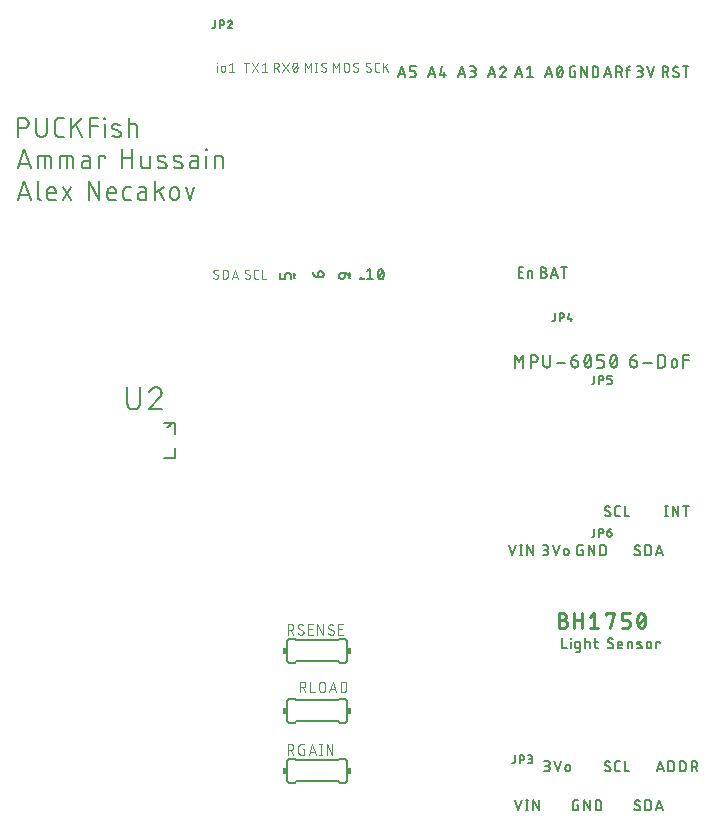
<source format=gbr>
G04 EAGLE Gerber RS-274X export*
G75*
%MOMM*%
%FSLAX34Y34*%
%LPD*%
%INSilkscreen Top*%
%IPPOS*%
%AMOC8*
5,1,8,0,0,1.08239X$1,22.5*%
G01*
%ADD10C,0.127000*%
%ADD11C,0.101600*%
%ADD12C,0.152400*%
%ADD13C,0.228600*%
%ADD14C,0.203200*%
%ADD15R,0.381000X0.508000*%


D10*
X1524464Y955675D02*
X1524464Y964565D01*
X1526933Y964565D01*
X1527031Y964563D01*
X1527129Y964557D01*
X1527227Y964547D01*
X1527324Y964534D01*
X1527421Y964516D01*
X1527517Y964495D01*
X1527611Y964470D01*
X1527705Y964441D01*
X1527798Y964409D01*
X1527889Y964372D01*
X1527979Y964333D01*
X1528067Y964289D01*
X1528153Y964242D01*
X1528238Y964192D01*
X1528320Y964139D01*
X1528400Y964082D01*
X1528478Y964022D01*
X1528553Y963959D01*
X1528626Y963893D01*
X1528696Y963824D01*
X1528763Y963753D01*
X1528828Y963679D01*
X1528889Y963602D01*
X1528948Y963523D01*
X1529003Y963442D01*
X1529055Y963359D01*
X1529103Y963273D01*
X1529148Y963186D01*
X1529190Y963097D01*
X1529228Y963007D01*
X1529262Y962915D01*
X1529293Y962822D01*
X1529320Y962727D01*
X1529343Y962632D01*
X1529363Y962535D01*
X1529378Y962439D01*
X1529390Y962341D01*
X1529398Y962243D01*
X1529402Y962145D01*
X1529402Y962047D01*
X1529398Y961949D01*
X1529390Y961851D01*
X1529378Y961753D01*
X1529363Y961657D01*
X1529343Y961560D01*
X1529320Y961465D01*
X1529293Y961370D01*
X1529262Y961277D01*
X1529228Y961185D01*
X1529190Y961095D01*
X1529148Y961006D01*
X1529103Y960919D01*
X1529055Y960833D01*
X1529003Y960750D01*
X1528948Y960669D01*
X1528889Y960590D01*
X1528828Y960513D01*
X1528763Y960439D01*
X1528696Y960368D01*
X1528626Y960299D01*
X1528553Y960233D01*
X1528478Y960170D01*
X1528400Y960110D01*
X1528320Y960053D01*
X1528238Y960000D01*
X1528153Y959950D01*
X1528067Y959903D01*
X1527979Y959859D01*
X1527889Y959820D01*
X1527798Y959783D01*
X1527705Y959751D01*
X1527611Y959722D01*
X1527517Y959697D01*
X1527421Y959676D01*
X1527324Y959658D01*
X1527227Y959645D01*
X1527129Y959635D01*
X1527031Y959629D01*
X1526933Y959627D01*
X1526933Y959626D02*
X1524464Y959626D01*
X1527427Y959626D02*
X1529403Y955675D01*
X1536191Y955675D02*
X1536277Y955677D01*
X1536363Y955683D01*
X1536449Y955692D01*
X1536534Y955705D01*
X1536619Y955722D01*
X1536702Y955742D01*
X1536785Y955766D01*
X1536867Y955794D01*
X1536947Y955825D01*
X1537026Y955860D01*
X1537103Y955898D01*
X1537179Y955940D01*
X1537253Y955984D01*
X1537324Y956032D01*
X1537394Y956083D01*
X1537461Y956137D01*
X1537526Y956194D01*
X1537588Y956254D01*
X1537648Y956316D01*
X1537705Y956381D01*
X1537759Y956448D01*
X1537810Y956518D01*
X1537858Y956589D01*
X1537902Y956663D01*
X1537944Y956739D01*
X1537982Y956816D01*
X1538017Y956895D01*
X1538048Y956975D01*
X1538076Y957057D01*
X1538100Y957140D01*
X1538120Y957223D01*
X1538137Y957308D01*
X1538150Y957393D01*
X1538159Y957479D01*
X1538165Y957565D01*
X1538167Y957651D01*
X1536191Y955675D02*
X1536064Y955677D01*
X1535938Y955683D01*
X1535811Y955692D01*
X1535685Y955706D01*
X1535560Y955723D01*
X1535435Y955744D01*
X1535311Y955769D01*
X1535187Y955798D01*
X1535065Y955830D01*
X1534943Y955866D01*
X1534823Y955906D01*
X1534704Y955949D01*
X1534586Y955996D01*
X1534470Y956047D01*
X1534355Y956101D01*
X1534242Y956158D01*
X1534131Y956219D01*
X1534022Y956283D01*
X1533915Y956351D01*
X1533809Y956421D01*
X1533706Y956495D01*
X1533606Y956572D01*
X1533508Y956652D01*
X1533412Y956735D01*
X1533319Y956821D01*
X1533228Y956910D01*
X1533474Y962589D02*
X1533476Y962675D01*
X1533482Y962761D01*
X1533491Y962847D01*
X1533504Y962932D01*
X1533521Y963017D01*
X1533541Y963100D01*
X1533565Y963183D01*
X1533593Y963265D01*
X1533624Y963345D01*
X1533659Y963424D01*
X1533697Y963501D01*
X1533739Y963577D01*
X1533783Y963651D01*
X1533831Y963722D01*
X1533882Y963792D01*
X1533936Y963859D01*
X1533993Y963924D01*
X1534053Y963986D01*
X1534115Y964046D01*
X1534180Y964103D01*
X1534247Y964157D01*
X1534317Y964208D01*
X1534388Y964256D01*
X1534462Y964300D01*
X1534538Y964342D01*
X1534615Y964380D01*
X1534694Y964415D01*
X1534774Y964446D01*
X1534856Y964474D01*
X1534939Y964498D01*
X1535022Y964518D01*
X1535107Y964535D01*
X1535192Y964548D01*
X1535278Y964557D01*
X1535364Y964563D01*
X1535450Y964565D01*
X1535569Y964563D01*
X1535688Y964557D01*
X1535807Y964548D01*
X1535925Y964534D01*
X1536043Y964517D01*
X1536161Y964496D01*
X1536277Y964471D01*
X1536393Y964443D01*
X1536508Y964411D01*
X1536621Y964375D01*
X1536734Y964335D01*
X1536845Y964292D01*
X1536955Y964246D01*
X1537063Y964196D01*
X1537169Y964142D01*
X1537274Y964085D01*
X1537376Y964025D01*
X1537477Y963961D01*
X1537576Y963894D01*
X1537672Y963824D01*
X1534463Y960861D02*
X1534389Y960906D01*
X1534317Y960955D01*
X1534247Y961007D01*
X1534180Y961062D01*
X1534115Y961120D01*
X1534053Y961180D01*
X1533994Y961243D01*
X1533937Y961309D01*
X1533883Y961377D01*
X1533832Y961447D01*
X1533784Y961519D01*
X1533739Y961594D01*
X1533698Y961670D01*
X1533660Y961748D01*
X1533625Y961828D01*
X1533594Y961909D01*
X1533566Y961991D01*
X1533542Y962074D01*
X1533522Y962158D01*
X1533505Y962244D01*
X1533492Y962329D01*
X1533483Y962416D01*
X1533477Y962502D01*
X1533475Y962589D01*
X1537178Y959379D02*
X1537252Y959334D01*
X1537324Y959285D01*
X1537394Y959233D01*
X1537461Y959178D01*
X1537526Y959120D01*
X1537588Y959060D01*
X1537648Y958997D01*
X1537704Y958931D01*
X1537758Y958863D01*
X1537809Y958793D01*
X1537857Y958721D01*
X1537902Y958646D01*
X1537943Y958570D01*
X1537981Y958492D01*
X1538016Y958412D01*
X1538047Y958331D01*
X1538075Y958249D01*
X1538099Y958166D01*
X1538119Y958082D01*
X1538136Y957996D01*
X1538149Y957911D01*
X1538158Y957824D01*
X1538164Y957738D01*
X1538166Y957651D01*
X1537179Y959379D02*
X1534462Y960861D01*
X1543927Y964565D02*
X1543927Y955675D01*
X1541457Y964565D02*
X1546396Y964565D01*
X1478155Y964565D02*
X1475191Y955675D01*
X1481118Y955675D02*
X1478155Y964565D01*
X1480377Y957898D02*
X1475932Y957898D01*
X1485210Y955675D02*
X1485210Y964565D01*
X1487679Y964565D01*
X1487777Y964563D01*
X1487875Y964557D01*
X1487973Y964547D01*
X1488070Y964534D01*
X1488167Y964516D01*
X1488263Y964495D01*
X1488357Y964470D01*
X1488451Y964441D01*
X1488544Y964409D01*
X1488635Y964372D01*
X1488725Y964333D01*
X1488813Y964289D01*
X1488899Y964242D01*
X1488984Y964192D01*
X1489066Y964139D01*
X1489146Y964082D01*
X1489224Y964022D01*
X1489299Y963959D01*
X1489372Y963893D01*
X1489442Y963824D01*
X1489509Y963753D01*
X1489574Y963679D01*
X1489635Y963602D01*
X1489694Y963523D01*
X1489749Y963442D01*
X1489801Y963359D01*
X1489849Y963273D01*
X1489894Y963186D01*
X1489936Y963097D01*
X1489974Y963007D01*
X1490008Y962915D01*
X1490039Y962822D01*
X1490066Y962727D01*
X1490089Y962632D01*
X1490109Y962535D01*
X1490124Y962439D01*
X1490136Y962341D01*
X1490144Y962243D01*
X1490148Y962145D01*
X1490148Y962047D01*
X1490144Y961949D01*
X1490136Y961851D01*
X1490124Y961753D01*
X1490109Y961657D01*
X1490089Y961560D01*
X1490066Y961465D01*
X1490039Y961370D01*
X1490008Y961277D01*
X1489974Y961185D01*
X1489936Y961095D01*
X1489894Y961006D01*
X1489849Y960919D01*
X1489801Y960833D01*
X1489749Y960750D01*
X1489694Y960669D01*
X1489635Y960590D01*
X1489574Y960513D01*
X1489509Y960439D01*
X1489442Y960368D01*
X1489372Y960299D01*
X1489299Y960233D01*
X1489224Y960170D01*
X1489146Y960110D01*
X1489066Y960053D01*
X1488984Y960000D01*
X1488899Y959950D01*
X1488813Y959903D01*
X1488725Y959859D01*
X1488635Y959820D01*
X1488544Y959783D01*
X1488451Y959751D01*
X1488357Y959722D01*
X1488263Y959697D01*
X1488167Y959676D01*
X1488070Y959658D01*
X1487973Y959645D01*
X1487875Y959635D01*
X1487777Y959629D01*
X1487679Y959627D01*
X1487679Y959626D02*
X1485210Y959626D01*
X1488173Y959626D02*
X1490148Y955675D01*
X1494633Y955675D02*
X1494633Y963083D01*
X1494635Y963158D01*
X1494641Y963233D01*
X1494650Y963307D01*
X1494663Y963381D01*
X1494680Y963454D01*
X1494701Y963527D01*
X1494725Y963598D01*
X1494753Y963667D01*
X1494784Y963736D01*
X1494819Y963802D01*
X1494857Y963867D01*
X1494899Y963930D01*
X1494943Y963990D01*
X1494991Y964048D01*
X1495041Y964104D01*
X1495094Y964157D01*
X1495150Y964207D01*
X1495208Y964255D01*
X1495268Y964299D01*
X1495331Y964341D01*
X1495396Y964379D01*
X1495462Y964414D01*
X1495531Y964445D01*
X1495600Y964473D01*
X1495671Y964497D01*
X1495744Y964518D01*
X1495817Y964535D01*
X1495891Y964548D01*
X1495965Y964557D01*
X1496040Y964563D01*
X1496115Y964565D01*
X1496609Y964565D01*
X1496609Y961602D02*
X1493645Y961602D01*
X1502742Y955675D02*
X1505211Y955675D01*
X1505309Y955677D01*
X1505407Y955683D01*
X1505505Y955693D01*
X1505602Y955706D01*
X1505699Y955724D01*
X1505795Y955745D01*
X1505889Y955770D01*
X1505983Y955799D01*
X1506076Y955831D01*
X1506167Y955868D01*
X1506257Y955907D01*
X1506345Y955951D01*
X1506431Y955998D01*
X1506516Y956048D01*
X1506598Y956101D01*
X1506678Y956158D01*
X1506756Y956218D01*
X1506831Y956281D01*
X1506904Y956347D01*
X1506974Y956416D01*
X1507041Y956487D01*
X1507106Y956561D01*
X1507167Y956638D01*
X1507226Y956717D01*
X1507281Y956798D01*
X1507333Y956881D01*
X1507381Y956967D01*
X1507426Y957054D01*
X1507468Y957143D01*
X1507506Y957233D01*
X1507540Y957325D01*
X1507571Y957418D01*
X1507598Y957513D01*
X1507621Y957608D01*
X1507641Y957705D01*
X1507656Y957801D01*
X1507668Y957899D01*
X1507676Y957997D01*
X1507680Y958095D01*
X1507680Y958193D01*
X1507676Y958291D01*
X1507668Y958389D01*
X1507656Y958487D01*
X1507641Y958583D01*
X1507621Y958680D01*
X1507598Y958775D01*
X1507571Y958870D01*
X1507540Y958963D01*
X1507506Y959055D01*
X1507468Y959145D01*
X1507426Y959234D01*
X1507381Y959321D01*
X1507333Y959407D01*
X1507281Y959490D01*
X1507226Y959571D01*
X1507167Y959650D01*
X1507106Y959727D01*
X1507041Y959801D01*
X1506974Y959872D01*
X1506904Y959941D01*
X1506831Y960007D01*
X1506756Y960070D01*
X1506678Y960130D01*
X1506598Y960187D01*
X1506516Y960240D01*
X1506431Y960290D01*
X1506345Y960337D01*
X1506257Y960381D01*
X1506167Y960420D01*
X1506076Y960457D01*
X1505983Y960489D01*
X1505889Y960518D01*
X1505795Y960543D01*
X1505699Y960564D01*
X1505602Y960582D01*
X1505505Y960595D01*
X1505407Y960605D01*
X1505309Y960611D01*
X1505211Y960613D01*
X1505705Y964565D02*
X1502742Y964565D01*
X1505705Y964565D02*
X1505792Y964563D01*
X1505880Y964557D01*
X1505967Y964548D01*
X1506053Y964534D01*
X1506139Y964517D01*
X1506223Y964496D01*
X1506307Y964471D01*
X1506390Y964442D01*
X1506471Y964410D01*
X1506551Y964375D01*
X1506629Y964336D01*
X1506706Y964293D01*
X1506780Y964247D01*
X1506852Y964198D01*
X1506922Y964146D01*
X1506990Y964090D01*
X1507055Y964032D01*
X1507118Y963971D01*
X1507177Y963907D01*
X1507234Y963840D01*
X1507288Y963772D01*
X1507339Y963700D01*
X1507386Y963627D01*
X1507431Y963552D01*
X1507472Y963474D01*
X1507509Y963395D01*
X1507543Y963315D01*
X1507573Y963233D01*
X1507600Y963150D01*
X1507623Y963065D01*
X1507642Y962980D01*
X1507657Y962894D01*
X1507669Y962807D01*
X1507677Y962720D01*
X1507681Y962633D01*
X1507681Y962545D01*
X1507677Y962458D01*
X1507669Y962371D01*
X1507657Y962284D01*
X1507642Y962198D01*
X1507623Y962113D01*
X1507600Y962028D01*
X1507573Y961945D01*
X1507543Y961863D01*
X1507509Y961783D01*
X1507472Y961704D01*
X1507431Y961626D01*
X1507386Y961551D01*
X1507339Y961478D01*
X1507288Y961406D01*
X1507234Y961338D01*
X1507177Y961271D01*
X1507118Y961207D01*
X1507055Y961146D01*
X1506990Y961088D01*
X1506922Y961032D01*
X1506852Y960980D01*
X1506780Y960931D01*
X1506706Y960885D01*
X1506629Y960842D01*
X1506551Y960803D01*
X1506471Y960768D01*
X1506390Y960736D01*
X1506307Y960707D01*
X1506223Y960682D01*
X1506139Y960661D01*
X1506053Y960644D01*
X1505967Y960630D01*
X1505880Y960621D01*
X1505792Y960615D01*
X1505705Y960613D01*
X1505705Y960614D02*
X1503729Y960614D01*
X1511392Y964565D02*
X1514355Y955675D01*
X1517318Y964565D01*
X1303775Y964565D02*
X1300812Y955675D01*
X1306738Y955675D02*
X1303775Y964565D01*
X1305997Y957898D02*
X1301552Y957898D01*
X1310450Y955675D02*
X1313413Y955675D01*
X1313502Y955677D01*
X1313590Y955683D01*
X1313678Y955693D01*
X1313766Y955707D01*
X1313853Y955725D01*
X1313939Y955746D01*
X1314024Y955772D01*
X1314107Y955801D01*
X1314190Y955834D01*
X1314270Y955871D01*
X1314349Y955911D01*
X1314426Y955955D01*
X1314502Y956002D01*
X1314574Y956052D01*
X1314645Y956106D01*
X1314713Y956163D01*
X1314779Y956223D01*
X1314841Y956285D01*
X1314901Y956351D01*
X1314958Y956419D01*
X1315012Y956490D01*
X1315062Y956562D01*
X1315109Y956637D01*
X1315153Y956715D01*
X1315193Y956794D01*
X1315230Y956874D01*
X1315263Y956957D01*
X1315292Y957040D01*
X1315318Y957125D01*
X1315339Y957211D01*
X1315357Y957298D01*
X1315371Y957386D01*
X1315381Y957474D01*
X1315387Y957562D01*
X1315389Y957651D01*
X1315388Y957651D02*
X1315388Y958638D01*
X1315389Y958638D02*
X1315387Y958724D01*
X1315381Y958810D01*
X1315372Y958896D01*
X1315359Y958981D01*
X1315342Y959066D01*
X1315322Y959149D01*
X1315298Y959232D01*
X1315270Y959314D01*
X1315239Y959394D01*
X1315204Y959473D01*
X1315166Y959550D01*
X1315124Y959626D01*
X1315080Y959700D01*
X1315032Y959771D01*
X1314981Y959841D01*
X1314927Y959908D01*
X1314870Y959973D01*
X1314810Y960035D01*
X1314748Y960095D01*
X1314683Y960152D01*
X1314616Y960206D01*
X1314546Y960257D01*
X1314475Y960305D01*
X1314401Y960349D01*
X1314325Y960391D01*
X1314248Y960429D01*
X1314169Y960464D01*
X1314089Y960495D01*
X1314007Y960523D01*
X1313924Y960547D01*
X1313841Y960567D01*
X1313756Y960584D01*
X1313671Y960597D01*
X1313585Y960606D01*
X1313499Y960612D01*
X1313413Y960614D01*
X1310450Y960614D01*
X1310450Y964565D01*
X1315388Y964565D01*
X1329175Y964565D02*
X1326212Y955675D01*
X1332138Y955675D02*
X1329175Y964565D01*
X1331397Y957898D02*
X1326952Y957898D01*
X1335850Y957651D02*
X1337825Y964565D01*
X1335850Y957651D02*
X1340788Y957651D01*
X1339307Y959626D02*
X1339307Y955675D01*
X1351612Y955675D02*
X1354575Y964565D01*
X1357538Y955675D01*
X1356797Y957898D02*
X1352352Y957898D01*
X1361250Y955675D02*
X1363719Y955675D01*
X1363817Y955677D01*
X1363915Y955683D01*
X1364013Y955693D01*
X1364110Y955706D01*
X1364207Y955724D01*
X1364303Y955745D01*
X1364397Y955770D01*
X1364491Y955799D01*
X1364584Y955831D01*
X1364675Y955868D01*
X1364765Y955907D01*
X1364853Y955951D01*
X1364939Y955998D01*
X1365024Y956048D01*
X1365106Y956101D01*
X1365186Y956158D01*
X1365264Y956218D01*
X1365339Y956281D01*
X1365412Y956347D01*
X1365482Y956416D01*
X1365549Y956487D01*
X1365614Y956561D01*
X1365675Y956638D01*
X1365734Y956717D01*
X1365789Y956798D01*
X1365841Y956881D01*
X1365889Y956967D01*
X1365934Y957054D01*
X1365976Y957143D01*
X1366014Y957233D01*
X1366048Y957325D01*
X1366079Y957418D01*
X1366106Y957513D01*
X1366129Y957608D01*
X1366149Y957705D01*
X1366164Y957801D01*
X1366176Y957899D01*
X1366184Y957997D01*
X1366188Y958095D01*
X1366188Y958193D01*
X1366184Y958291D01*
X1366176Y958389D01*
X1366164Y958487D01*
X1366149Y958583D01*
X1366129Y958680D01*
X1366106Y958775D01*
X1366079Y958870D01*
X1366048Y958963D01*
X1366014Y959055D01*
X1365976Y959145D01*
X1365934Y959234D01*
X1365889Y959321D01*
X1365841Y959407D01*
X1365789Y959490D01*
X1365734Y959571D01*
X1365675Y959650D01*
X1365614Y959727D01*
X1365549Y959801D01*
X1365482Y959872D01*
X1365412Y959941D01*
X1365339Y960007D01*
X1365264Y960070D01*
X1365186Y960130D01*
X1365106Y960187D01*
X1365024Y960240D01*
X1364939Y960290D01*
X1364853Y960337D01*
X1364765Y960381D01*
X1364675Y960420D01*
X1364584Y960457D01*
X1364491Y960489D01*
X1364397Y960518D01*
X1364303Y960543D01*
X1364207Y960564D01*
X1364110Y960582D01*
X1364013Y960595D01*
X1363915Y960605D01*
X1363817Y960611D01*
X1363719Y960613D01*
X1364213Y964565D02*
X1361250Y964565D01*
X1364213Y964565D02*
X1364300Y964563D01*
X1364388Y964557D01*
X1364475Y964548D01*
X1364561Y964534D01*
X1364647Y964517D01*
X1364731Y964496D01*
X1364815Y964471D01*
X1364898Y964442D01*
X1364979Y964410D01*
X1365059Y964375D01*
X1365137Y964336D01*
X1365214Y964293D01*
X1365288Y964247D01*
X1365360Y964198D01*
X1365430Y964146D01*
X1365498Y964090D01*
X1365563Y964032D01*
X1365626Y963971D01*
X1365685Y963907D01*
X1365742Y963840D01*
X1365796Y963772D01*
X1365847Y963700D01*
X1365894Y963627D01*
X1365939Y963552D01*
X1365980Y963474D01*
X1366017Y963395D01*
X1366051Y963315D01*
X1366081Y963233D01*
X1366108Y963150D01*
X1366131Y963065D01*
X1366150Y962980D01*
X1366165Y962894D01*
X1366177Y962807D01*
X1366185Y962720D01*
X1366189Y962633D01*
X1366189Y962545D01*
X1366185Y962458D01*
X1366177Y962371D01*
X1366165Y962284D01*
X1366150Y962198D01*
X1366131Y962113D01*
X1366108Y962028D01*
X1366081Y961945D01*
X1366051Y961863D01*
X1366017Y961783D01*
X1365980Y961704D01*
X1365939Y961626D01*
X1365894Y961551D01*
X1365847Y961478D01*
X1365796Y961406D01*
X1365742Y961338D01*
X1365685Y961271D01*
X1365626Y961207D01*
X1365563Y961146D01*
X1365498Y961088D01*
X1365430Y961032D01*
X1365360Y960980D01*
X1365288Y960931D01*
X1365214Y960885D01*
X1365137Y960842D01*
X1365059Y960803D01*
X1364979Y960768D01*
X1364898Y960736D01*
X1364815Y960707D01*
X1364731Y960682D01*
X1364647Y960661D01*
X1364561Y960644D01*
X1364475Y960630D01*
X1364388Y960621D01*
X1364300Y960615D01*
X1364213Y960613D01*
X1364213Y960614D02*
X1362237Y960614D01*
X1377012Y955675D02*
X1379975Y964565D01*
X1382938Y955675D01*
X1382197Y957898D02*
X1377752Y957898D01*
X1389366Y964566D02*
X1389458Y964564D01*
X1389550Y964558D01*
X1389641Y964549D01*
X1389732Y964536D01*
X1389822Y964519D01*
X1389912Y964498D01*
X1390000Y964474D01*
X1390088Y964446D01*
X1390174Y964414D01*
X1390259Y964379D01*
X1390342Y964340D01*
X1390424Y964298D01*
X1390504Y964253D01*
X1390582Y964204D01*
X1390658Y964152D01*
X1390731Y964097D01*
X1390803Y964039D01*
X1390872Y963979D01*
X1390938Y963915D01*
X1391002Y963849D01*
X1391062Y963780D01*
X1391120Y963708D01*
X1391175Y963635D01*
X1391227Y963559D01*
X1391276Y963481D01*
X1391321Y963401D01*
X1391363Y963319D01*
X1391402Y963236D01*
X1391437Y963151D01*
X1391469Y963065D01*
X1391497Y962977D01*
X1391521Y962889D01*
X1391542Y962799D01*
X1391559Y962709D01*
X1391572Y962618D01*
X1391581Y962527D01*
X1391587Y962435D01*
X1391589Y962343D01*
X1389366Y964565D02*
X1389260Y964563D01*
X1389155Y964557D01*
X1389050Y964547D01*
X1388945Y964534D01*
X1388841Y964516D01*
X1388738Y964495D01*
X1388635Y964470D01*
X1388533Y964441D01*
X1388433Y964408D01*
X1388334Y964372D01*
X1388236Y964332D01*
X1388140Y964288D01*
X1388045Y964241D01*
X1387953Y964191D01*
X1387862Y964137D01*
X1387773Y964079D01*
X1387687Y964019D01*
X1387603Y963955D01*
X1387521Y963889D01*
X1387441Y963819D01*
X1387365Y963746D01*
X1387291Y963671D01*
X1387220Y963593D01*
X1387152Y963512D01*
X1387086Y963429D01*
X1387024Y963343D01*
X1386966Y963256D01*
X1386910Y963166D01*
X1386858Y963074D01*
X1386809Y962980D01*
X1386764Y962885D01*
X1386722Y962788D01*
X1386684Y962689D01*
X1386650Y962590D01*
X1390847Y960614D02*
X1390916Y960683D01*
X1390982Y960753D01*
X1391045Y960827D01*
X1391104Y960903D01*
X1391161Y960981D01*
X1391215Y961061D01*
X1391265Y961144D01*
X1391312Y961228D01*
X1391355Y961315D01*
X1391395Y961403D01*
X1391431Y961492D01*
X1391464Y961583D01*
X1391493Y961675D01*
X1391518Y961769D01*
X1391539Y961863D01*
X1391557Y961958D01*
X1391570Y962054D01*
X1391580Y962150D01*
X1391586Y962246D01*
X1391588Y962343D01*
X1390848Y960614D02*
X1386650Y955675D01*
X1391588Y955675D01*
X1399872Y955675D02*
X1402835Y964565D01*
X1405798Y955675D01*
X1405057Y957898D02*
X1400612Y957898D01*
X1409510Y962589D02*
X1411979Y964565D01*
X1411979Y955675D01*
X1409510Y955675D02*
X1414448Y955675D01*
X1425272Y955675D02*
X1428235Y964565D01*
X1431198Y955675D01*
X1430457Y957898D02*
X1426012Y957898D01*
X1434910Y960120D02*
X1434912Y960295D01*
X1434918Y960470D01*
X1434929Y960644D01*
X1434943Y960819D01*
X1434962Y960992D01*
X1434985Y961166D01*
X1435012Y961339D01*
X1435043Y961511D01*
X1435078Y961682D01*
X1435118Y961852D01*
X1435161Y962022D01*
X1435209Y962190D01*
X1435260Y962357D01*
X1435315Y962523D01*
X1435375Y962688D01*
X1435438Y962851D01*
X1435505Y963012D01*
X1435576Y963172D01*
X1435651Y963330D01*
X1435651Y963331D02*
X1435680Y963409D01*
X1435712Y963487D01*
X1435749Y963562D01*
X1435788Y963636D01*
X1435831Y963708D01*
X1435877Y963779D01*
X1435927Y963846D01*
X1435979Y963912D01*
X1436034Y963975D01*
X1436093Y964035D01*
X1436154Y964093D01*
X1436217Y964148D01*
X1436283Y964200D01*
X1436352Y964249D01*
X1436422Y964294D01*
X1436494Y964337D01*
X1436569Y964376D01*
X1436645Y964411D01*
X1436722Y964443D01*
X1436801Y964471D01*
X1436882Y964496D01*
X1436963Y964517D01*
X1437045Y964534D01*
X1437128Y964548D01*
X1437211Y964557D01*
X1437295Y964563D01*
X1437379Y964565D01*
X1437463Y964563D01*
X1437547Y964557D01*
X1437630Y964548D01*
X1437713Y964534D01*
X1437795Y964517D01*
X1437876Y964496D01*
X1437957Y964471D01*
X1438036Y964443D01*
X1438113Y964411D01*
X1438189Y964376D01*
X1438264Y964337D01*
X1438336Y964294D01*
X1438407Y964249D01*
X1438475Y964200D01*
X1438541Y964148D01*
X1438604Y964093D01*
X1438665Y964035D01*
X1438724Y963975D01*
X1438779Y963912D01*
X1438831Y963846D01*
X1438881Y963779D01*
X1438927Y963708D01*
X1438970Y963636D01*
X1439009Y963562D01*
X1439046Y963487D01*
X1439078Y963409D01*
X1439107Y963330D01*
X1439108Y963330D02*
X1439183Y963172D01*
X1439254Y963012D01*
X1439321Y962851D01*
X1439384Y962688D01*
X1439444Y962523D01*
X1439499Y962357D01*
X1439550Y962190D01*
X1439598Y962022D01*
X1439641Y961852D01*
X1439681Y961682D01*
X1439716Y961511D01*
X1439747Y961339D01*
X1439774Y961166D01*
X1439797Y960992D01*
X1439816Y960819D01*
X1439830Y960644D01*
X1439841Y960470D01*
X1439847Y960295D01*
X1439849Y960120D01*
X1434910Y960120D02*
X1434912Y959945D01*
X1434918Y959770D01*
X1434929Y959596D01*
X1434943Y959421D01*
X1434962Y959248D01*
X1434985Y959074D01*
X1435012Y958901D01*
X1435043Y958729D01*
X1435078Y958558D01*
X1435118Y958388D01*
X1435161Y958218D01*
X1435209Y958050D01*
X1435260Y957883D01*
X1435315Y957717D01*
X1435375Y957552D01*
X1435438Y957389D01*
X1435505Y957228D01*
X1435576Y957068D01*
X1435651Y956910D01*
X1435651Y956909D02*
X1435680Y956831D01*
X1435712Y956753D01*
X1435749Y956678D01*
X1435788Y956604D01*
X1435831Y956531D01*
X1435877Y956461D01*
X1435927Y956394D01*
X1435979Y956328D01*
X1436035Y956265D01*
X1436093Y956205D01*
X1436154Y956147D01*
X1436217Y956092D01*
X1436283Y956040D01*
X1436352Y955991D01*
X1436422Y955946D01*
X1436494Y955903D01*
X1436569Y955864D01*
X1436645Y955829D01*
X1436722Y955797D01*
X1436801Y955769D01*
X1436882Y955744D01*
X1436963Y955723D01*
X1437045Y955706D01*
X1437128Y955692D01*
X1437211Y955683D01*
X1437295Y955677D01*
X1437379Y955675D01*
X1439107Y956910D02*
X1439182Y957068D01*
X1439253Y957228D01*
X1439320Y957389D01*
X1439383Y957552D01*
X1439443Y957717D01*
X1439498Y957883D01*
X1439549Y958050D01*
X1439597Y958218D01*
X1439640Y958388D01*
X1439680Y958558D01*
X1439715Y958729D01*
X1439746Y958901D01*
X1439773Y959074D01*
X1439796Y959248D01*
X1439815Y959421D01*
X1439829Y959596D01*
X1439840Y959770D01*
X1439846Y959945D01*
X1439848Y960120D01*
X1439107Y956909D02*
X1439078Y956831D01*
X1439046Y956753D01*
X1439009Y956678D01*
X1438970Y956604D01*
X1438927Y956532D01*
X1438881Y956461D01*
X1438831Y956394D01*
X1438779Y956328D01*
X1438724Y956265D01*
X1438665Y956205D01*
X1438604Y956147D01*
X1438541Y956092D01*
X1438475Y956040D01*
X1438407Y955991D01*
X1438336Y955946D01*
X1438264Y955903D01*
X1438189Y955864D01*
X1438113Y955829D01*
X1438036Y955797D01*
X1437957Y955769D01*
X1437876Y955744D01*
X1437795Y955723D01*
X1437713Y955706D01*
X1437630Y955692D01*
X1437547Y955683D01*
X1437463Y955677D01*
X1437379Y955675D01*
X1435403Y957651D02*
X1439355Y962589D01*
X1209675Y787894D02*
X1209675Y784931D01*
X1209675Y787894D02*
X1209673Y787983D01*
X1209667Y788071D01*
X1209657Y788159D01*
X1209643Y788247D01*
X1209625Y788334D01*
X1209604Y788420D01*
X1209578Y788505D01*
X1209549Y788588D01*
X1209516Y788671D01*
X1209479Y788751D01*
X1209439Y788830D01*
X1209395Y788907D01*
X1209348Y788983D01*
X1209298Y789055D01*
X1209244Y789126D01*
X1209187Y789194D01*
X1209127Y789260D01*
X1209065Y789322D01*
X1208999Y789382D01*
X1208931Y789439D01*
X1208860Y789493D01*
X1208788Y789543D01*
X1208713Y789590D01*
X1208635Y789634D01*
X1208556Y789674D01*
X1208476Y789711D01*
X1208393Y789744D01*
X1208310Y789773D01*
X1208225Y789799D01*
X1208139Y789820D01*
X1208052Y789838D01*
X1207964Y789852D01*
X1207876Y789862D01*
X1207788Y789868D01*
X1207699Y789870D01*
X1207699Y789869D02*
X1206712Y789869D01*
X1206712Y789870D02*
X1206626Y789868D01*
X1206540Y789862D01*
X1206454Y789853D01*
X1206369Y789840D01*
X1206284Y789823D01*
X1206201Y789803D01*
X1206118Y789779D01*
X1206036Y789751D01*
X1205956Y789720D01*
X1205877Y789685D01*
X1205800Y789647D01*
X1205724Y789605D01*
X1205650Y789561D01*
X1205579Y789513D01*
X1205509Y789462D01*
X1205442Y789408D01*
X1205377Y789351D01*
X1205315Y789291D01*
X1205255Y789229D01*
X1205198Y789164D01*
X1205144Y789097D01*
X1205093Y789027D01*
X1205045Y788956D01*
X1205001Y788882D01*
X1204959Y788806D01*
X1204921Y788729D01*
X1204886Y788650D01*
X1204855Y788570D01*
X1204827Y788488D01*
X1204803Y788405D01*
X1204783Y788322D01*
X1204766Y788237D01*
X1204753Y788152D01*
X1204744Y788066D01*
X1204738Y787980D01*
X1204736Y787894D01*
X1204736Y784931D01*
X1200785Y784931D01*
X1200785Y789869D01*
X1274389Y791139D02*
X1276858Y793115D01*
X1276858Y784225D01*
X1274389Y784225D02*
X1279327Y784225D01*
X1283533Y788670D02*
X1283535Y788845D01*
X1283541Y789020D01*
X1283552Y789194D01*
X1283566Y789369D01*
X1283585Y789542D01*
X1283608Y789716D01*
X1283635Y789889D01*
X1283666Y790061D01*
X1283701Y790232D01*
X1283741Y790402D01*
X1283784Y790572D01*
X1283832Y790740D01*
X1283883Y790907D01*
X1283938Y791073D01*
X1283998Y791238D01*
X1284061Y791401D01*
X1284128Y791562D01*
X1284199Y791722D01*
X1284274Y791880D01*
X1284274Y791881D02*
X1284303Y791959D01*
X1284335Y792037D01*
X1284372Y792112D01*
X1284411Y792186D01*
X1284454Y792258D01*
X1284500Y792329D01*
X1284550Y792396D01*
X1284602Y792462D01*
X1284657Y792525D01*
X1284716Y792585D01*
X1284777Y792643D01*
X1284840Y792698D01*
X1284906Y792750D01*
X1284975Y792799D01*
X1285045Y792844D01*
X1285117Y792887D01*
X1285192Y792926D01*
X1285268Y792961D01*
X1285345Y792993D01*
X1285424Y793021D01*
X1285505Y793046D01*
X1285586Y793067D01*
X1285668Y793084D01*
X1285751Y793098D01*
X1285834Y793107D01*
X1285918Y793113D01*
X1286002Y793115D01*
X1286086Y793113D01*
X1286170Y793107D01*
X1286253Y793098D01*
X1286336Y793084D01*
X1286418Y793067D01*
X1286499Y793046D01*
X1286580Y793021D01*
X1286659Y792993D01*
X1286736Y792961D01*
X1286812Y792926D01*
X1286887Y792887D01*
X1286959Y792844D01*
X1287030Y792799D01*
X1287098Y792750D01*
X1287164Y792698D01*
X1287227Y792643D01*
X1287288Y792585D01*
X1287347Y792525D01*
X1287402Y792462D01*
X1287454Y792396D01*
X1287504Y792329D01*
X1287550Y792258D01*
X1287593Y792186D01*
X1287632Y792112D01*
X1287669Y792037D01*
X1287701Y791959D01*
X1287730Y791880D01*
X1287731Y791880D02*
X1287806Y791722D01*
X1287877Y791562D01*
X1287944Y791401D01*
X1288007Y791238D01*
X1288067Y791073D01*
X1288122Y790907D01*
X1288173Y790740D01*
X1288221Y790572D01*
X1288264Y790402D01*
X1288304Y790232D01*
X1288339Y790061D01*
X1288370Y789889D01*
X1288397Y789716D01*
X1288420Y789542D01*
X1288439Y789369D01*
X1288453Y789194D01*
X1288464Y789020D01*
X1288470Y788845D01*
X1288472Y788670D01*
X1283533Y788670D02*
X1283535Y788495D01*
X1283541Y788320D01*
X1283552Y788146D01*
X1283566Y787971D01*
X1283585Y787798D01*
X1283608Y787624D01*
X1283635Y787451D01*
X1283666Y787279D01*
X1283701Y787108D01*
X1283741Y786938D01*
X1283784Y786768D01*
X1283832Y786600D01*
X1283883Y786433D01*
X1283938Y786267D01*
X1283998Y786102D01*
X1284061Y785939D01*
X1284128Y785778D01*
X1284199Y785618D01*
X1284274Y785460D01*
X1284274Y785459D02*
X1284303Y785381D01*
X1284335Y785303D01*
X1284372Y785228D01*
X1284411Y785154D01*
X1284454Y785081D01*
X1284500Y785011D01*
X1284550Y784944D01*
X1284602Y784878D01*
X1284658Y784815D01*
X1284716Y784755D01*
X1284777Y784697D01*
X1284840Y784642D01*
X1284906Y784590D01*
X1284975Y784541D01*
X1285045Y784496D01*
X1285117Y784453D01*
X1285192Y784414D01*
X1285268Y784379D01*
X1285345Y784347D01*
X1285424Y784319D01*
X1285505Y784294D01*
X1285586Y784273D01*
X1285668Y784256D01*
X1285751Y784242D01*
X1285834Y784233D01*
X1285918Y784227D01*
X1286002Y784225D01*
X1287730Y785460D02*
X1287805Y785618D01*
X1287876Y785778D01*
X1287943Y785939D01*
X1288006Y786102D01*
X1288066Y786267D01*
X1288121Y786433D01*
X1288172Y786600D01*
X1288220Y786768D01*
X1288263Y786938D01*
X1288303Y787108D01*
X1288338Y787279D01*
X1288369Y787451D01*
X1288396Y787624D01*
X1288419Y787798D01*
X1288438Y787971D01*
X1288452Y788146D01*
X1288463Y788320D01*
X1288469Y788495D01*
X1288471Y788670D01*
X1287730Y785459D02*
X1287701Y785381D01*
X1287669Y785303D01*
X1287632Y785228D01*
X1287593Y785154D01*
X1287550Y785082D01*
X1287504Y785011D01*
X1287454Y784944D01*
X1287402Y784878D01*
X1287347Y784815D01*
X1287288Y784755D01*
X1287227Y784697D01*
X1287164Y784642D01*
X1287098Y784590D01*
X1287030Y784541D01*
X1286959Y784496D01*
X1286887Y784453D01*
X1286812Y784414D01*
X1286736Y784379D01*
X1286659Y784347D01*
X1286580Y784319D01*
X1286499Y784294D01*
X1286418Y784273D01*
X1286336Y784256D01*
X1286253Y784242D01*
X1286170Y784233D01*
X1286086Y784227D01*
X1286002Y784225D01*
X1284026Y786201D02*
X1287978Y791139D01*
X1255254Y789869D02*
X1255254Y786906D01*
X1255252Y786820D01*
X1255246Y786734D01*
X1255237Y786648D01*
X1255224Y786563D01*
X1255207Y786478D01*
X1255187Y786395D01*
X1255163Y786312D01*
X1255135Y786230D01*
X1255104Y786150D01*
X1255069Y786071D01*
X1255031Y785994D01*
X1254989Y785918D01*
X1254945Y785844D01*
X1254897Y785773D01*
X1254846Y785703D01*
X1254792Y785636D01*
X1254735Y785571D01*
X1254675Y785509D01*
X1254613Y785449D01*
X1254548Y785392D01*
X1254481Y785338D01*
X1254411Y785287D01*
X1254340Y785239D01*
X1254266Y785195D01*
X1254190Y785153D01*
X1254113Y785115D01*
X1254034Y785080D01*
X1253954Y785049D01*
X1253872Y785021D01*
X1253789Y784997D01*
X1253706Y784977D01*
X1253621Y784960D01*
X1253536Y784947D01*
X1253450Y784938D01*
X1253364Y784932D01*
X1253278Y784930D01*
X1253278Y784931D02*
X1252784Y784931D01*
X1252686Y784933D01*
X1252588Y784939D01*
X1252490Y784949D01*
X1252393Y784962D01*
X1252296Y784980D01*
X1252200Y785001D01*
X1252106Y785026D01*
X1252012Y785055D01*
X1251919Y785087D01*
X1251828Y785124D01*
X1251738Y785163D01*
X1251650Y785207D01*
X1251564Y785254D01*
X1251479Y785304D01*
X1251397Y785357D01*
X1251317Y785414D01*
X1251239Y785474D01*
X1251164Y785537D01*
X1251091Y785603D01*
X1251021Y785672D01*
X1250954Y785743D01*
X1250889Y785817D01*
X1250828Y785894D01*
X1250769Y785973D01*
X1250714Y786054D01*
X1250662Y786137D01*
X1250614Y786223D01*
X1250569Y786310D01*
X1250527Y786399D01*
X1250489Y786489D01*
X1250455Y786581D01*
X1250424Y786674D01*
X1250397Y786769D01*
X1250374Y786864D01*
X1250354Y786961D01*
X1250339Y787057D01*
X1250327Y787155D01*
X1250319Y787253D01*
X1250315Y787351D01*
X1250315Y787449D01*
X1250319Y787547D01*
X1250327Y787645D01*
X1250339Y787743D01*
X1250354Y787839D01*
X1250374Y787936D01*
X1250397Y788031D01*
X1250424Y788126D01*
X1250455Y788219D01*
X1250489Y788311D01*
X1250527Y788401D01*
X1250569Y788490D01*
X1250614Y788577D01*
X1250662Y788663D01*
X1250714Y788746D01*
X1250769Y788827D01*
X1250828Y788906D01*
X1250889Y788983D01*
X1250954Y789057D01*
X1251021Y789128D01*
X1251091Y789197D01*
X1251164Y789263D01*
X1251239Y789326D01*
X1251317Y789386D01*
X1251397Y789443D01*
X1251479Y789496D01*
X1251564Y789546D01*
X1251650Y789593D01*
X1251738Y789637D01*
X1251828Y789676D01*
X1251919Y789713D01*
X1252012Y789745D01*
X1252106Y789774D01*
X1252200Y789799D01*
X1252296Y789820D01*
X1252393Y789838D01*
X1252490Y789851D01*
X1252588Y789861D01*
X1252686Y789867D01*
X1252784Y789869D01*
X1255254Y789869D01*
X1255378Y789867D01*
X1255502Y789861D01*
X1255626Y789851D01*
X1255749Y789838D01*
X1255872Y789820D01*
X1255994Y789799D01*
X1256116Y789774D01*
X1256237Y789745D01*
X1256356Y789712D01*
X1256475Y789676D01*
X1256592Y789635D01*
X1256708Y789592D01*
X1256823Y789544D01*
X1256936Y789493D01*
X1257048Y789438D01*
X1257157Y789380D01*
X1257265Y789319D01*
X1257371Y789254D01*
X1257475Y789186D01*
X1257576Y789114D01*
X1257676Y789040D01*
X1257772Y788962D01*
X1257867Y788882D01*
X1257959Y788798D01*
X1258048Y788712D01*
X1258134Y788623D01*
X1258218Y788531D01*
X1258298Y788436D01*
X1258376Y788340D01*
X1258450Y788240D01*
X1258522Y788139D01*
X1258590Y788035D01*
X1258655Y787929D01*
X1258716Y787821D01*
X1258774Y787712D01*
X1258829Y787600D01*
X1258880Y787487D01*
X1258928Y787372D01*
X1258971Y787256D01*
X1259012Y787139D01*
X1259048Y787020D01*
X1259081Y786901D01*
X1259110Y786780D01*
X1259135Y786658D01*
X1259156Y786536D01*
X1259174Y786413D01*
X1259187Y786290D01*
X1259197Y786166D01*
X1259203Y786042D01*
X1259205Y785918D01*
D11*
X1275731Y959993D02*
X1275812Y959995D01*
X1275892Y960000D01*
X1275973Y960010D01*
X1276053Y960023D01*
X1276132Y960039D01*
X1276210Y960060D01*
X1276287Y960084D01*
X1276363Y960111D01*
X1276438Y960142D01*
X1276511Y960176D01*
X1276583Y960214D01*
X1276652Y960255D01*
X1276720Y960299D01*
X1276786Y960346D01*
X1276849Y960397D01*
X1276910Y960450D01*
X1276968Y960506D01*
X1277024Y960564D01*
X1277077Y960625D01*
X1277128Y960688D01*
X1277175Y960754D01*
X1277219Y960822D01*
X1277260Y960891D01*
X1277298Y960963D01*
X1277332Y961036D01*
X1277363Y961111D01*
X1277390Y961187D01*
X1277414Y961264D01*
X1277435Y961342D01*
X1277451Y961421D01*
X1277464Y961501D01*
X1277474Y961582D01*
X1277479Y961662D01*
X1277481Y961743D01*
X1275731Y959993D02*
X1275614Y959995D01*
X1275498Y960000D01*
X1275381Y960010D01*
X1275265Y960022D01*
X1275150Y960039D01*
X1275035Y960059D01*
X1274921Y960083D01*
X1274807Y960110D01*
X1274695Y960141D01*
X1274583Y960176D01*
X1274473Y960214D01*
X1274364Y960255D01*
X1274256Y960300D01*
X1274150Y960348D01*
X1274045Y960400D01*
X1273942Y960455D01*
X1273841Y960513D01*
X1273741Y960574D01*
X1273644Y960639D01*
X1273549Y960706D01*
X1273455Y960777D01*
X1273365Y960850D01*
X1273276Y960926D01*
X1273190Y961005D01*
X1273107Y961086D01*
X1273325Y966117D02*
X1273327Y966198D01*
X1273332Y966278D01*
X1273342Y966359D01*
X1273355Y966439D01*
X1273371Y966518D01*
X1273392Y966596D01*
X1273416Y966673D01*
X1273443Y966749D01*
X1273474Y966824D01*
X1273508Y966897D01*
X1273546Y966969D01*
X1273587Y967038D01*
X1273631Y967106D01*
X1273678Y967172D01*
X1273729Y967235D01*
X1273782Y967296D01*
X1273838Y967354D01*
X1273896Y967410D01*
X1273957Y967463D01*
X1274020Y967514D01*
X1274086Y967561D01*
X1274154Y967605D01*
X1274223Y967646D01*
X1274295Y967684D01*
X1274368Y967718D01*
X1274443Y967749D01*
X1274519Y967776D01*
X1274596Y967800D01*
X1274674Y967821D01*
X1274753Y967837D01*
X1274833Y967850D01*
X1274914Y967860D01*
X1274994Y967865D01*
X1275075Y967867D01*
X1275186Y967865D01*
X1275297Y967859D01*
X1275408Y967850D01*
X1275518Y967837D01*
X1275628Y967820D01*
X1275737Y967799D01*
X1275846Y967775D01*
X1275953Y967747D01*
X1276060Y967716D01*
X1276165Y967681D01*
X1276269Y967642D01*
X1276372Y967600D01*
X1276473Y967554D01*
X1276573Y967505D01*
X1276671Y967453D01*
X1276767Y967397D01*
X1276861Y967338D01*
X1276954Y967276D01*
X1277044Y967211D01*
X1274200Y964586D02*
X1274129Y964630D01*
X1274060Y964678D01*
X1273993Y964729D01*
X1273929Y964783D01*
X1273867Y964839D01*
X1273808Y964899D01*
X1273752Y964962D01*
X1273699Y965026D01*
X1273649Y965094D01*
X1273602Y965164D01*
X1273559Y965235D01*
X1273519Y965309D01*
X1273483Y965385D01*
X1273450Y965462D01*
X1273421Y965541D01*
X1273396Y965621D01*
X1273374Y965702D01*
X1273357Y965784D01*
X1273343Y965866D01*
X1273333Y965950D01*
X1273327Y966033D01*
X1273325Y966117D01*
X1276606Y963274D02*
X1276677Y963230D01*
X1276746Y963182D01*
X1276813Y963131D01*
X1276877Y963077D01*
X1276939Y963021D01*
X1276998Y962961D01*
X1277054Y962899D01*
X1277107Y962834D01*
X1277157Y962766D01*
X1277204Y962696D01*
X1277247Y962625D01*
X1277287Y962551D01*
X1277323Y962475D01*
X1277356Y962398D01*
X1277385Y962319D01*
X1277410Y962239D01*
X1277432Y962158D01*
X1277449Y962076D01*
X1277463Y961994D01*
X1277473Y961910D01*
X1277479Y961827D01*
X1277481Y961743D01*
X1276606Y963274D02*
X1274200Y964586D01*
X1282562Y959993D02*
X1284312Y959993D01*
X1282562Y959993D02*
X1282481Y959995D01*
X1282401Y960000D01*
X1282320Y960010D01*
X1282240Y960023D01*
X1282161Y960039D01*
X1282083Y960060D01*
X1282006Y960084D01*
X1281930Y960111D01*
X1281855Y960142D01*
X1281782Y960176D01*
X1281710Y960214D01*
X1281641Y960255D01*
X1281573Y960299D01*
X1281507Y960346D01*
X1281444Y960397D01*
X1281383Y960450D01*
X1281325Y960506D01*
X1281269Y960564D01*
X1281216Y960625D01*
X1281165Y960688D01*
X1281118Y960754D01*
X1281074Y960822D01*
X1281033Y960891D01*
X1280995Y960963D01*
X1280961Y961036D01*
X1280930Y961111D01*
X1280903Y961187D01*
X1280879Y961264D01*
X1280858Y961342D01*
X1280842Y961421D01*
X1280829Y961501D01*
X1280819Y961582D01*
X1280814Y961662D01*
X1280812Y961743D01*
X1280813Y961743D02*
X1280813Y966117D01*
X1280812Y966117D02*
X1280814Y966200D01*
X1280820Y966283D01*
X1280830Y966366D01*
X1280844Y966448D01*
X1280861Y966530D01*
X1280883Y966610D01*
X1280908Y966689D01*
X1280937Y966767D01*
X1280970Y966844D01*
X1281007Y966919D01*
X1281046Y966992D01*
X1281090Y967063D01*
X1281136Y967132D01*
X1281186Y967199D01*
X1281239Y967263D01*
X1281295Y967325D01*
X1281354Y967384D01*
X1281416Y967440D01*
X1281480Y967493D01*
X1281547Y967542D01*
X1281616Y967589D01*
X1281687Y967633D01*
X1281760Y967672D01*
X1281835Y967709D01*
X1281912Y967742D01*
X1281990Y967771D01*
X1282069Y967796D01*
X1282149Y967818D01*
X1282231Y967835D01*
X1282313Y967849D01*
X1282396Y967859D01*
X1282479Y967865D01*
X1282562Y967867D01*
X1284312Y967867D01*
X1287919Y967867D02*
X1287919Y959993D01*
X1287919Y963055D02*
X1292293Y967867D01*
X1289669Y964805D02*
X1292293Y959993D01*
X1245356Y959993D02*
X1245356Y967867D01*
X1247981Y963493D01*
X1250606Y967867D01*
X1250606Y959993D01*
X1254595Y962180D02*
X1254595Y965680D01*
X1254597Y965773D01*
X1254603Y965865D01*
X1254613Y965958D01*
X1254626Y966050D01*
X1254644Y966141D01*
X1254666Y966231D01*
X1254691Y966320D01*
X1254720Y966409D01*
X1254753Y966495D01*
X1254789Y966581D01*
X1254829Y966665D01*
X1254873Y966747D01*
X1254920Y966827D01*
X1254970Y966905D01*
X1255024Y966980D01*
X1255080Y967054D01*
X1255140Y967125D01*
X1255203Y967193D01*
X1255269Y967259D01*
X1255337Y967322D01*
X1255408Y967382D01*
X1255482Y967438D01*
X1255557Y967492D01*
X1255635Y967542D01*
X1255715Y967589D01*
X1255797Y967633D01*
X1255881Y967673D01*
X1255967Y967709D01*
X1256053Y967742D01*
X1256142Y967771D01*
X1256231Y967796D01*
X1256321Y967818D01*
X1256412Y967836D01*
X1256504Y967849D01*
X1256597Y967859D01*
X1256689Y967865D01*
X1256782Y967867D01*
X1256875Y967865D01*
X1256967Y967859D01*
X1257060Y967849D01*
X1257152Y967836D01*
X1257243Y967818D01*
X1257333Y967796D01*
X1257422Y967771D01*
X1257511Y967742D01*
X1257597Y967709D01*
X1257683Y967673D01*
X1257767Y967633D01*
X1257849Y967589D01*
X1257929Y967542D01*
X1258007Y967492D01*
X1258082Y967438D01*
X1258156Y967382D01*
X1258227Y967322D01*
X1258295Y967259D01*
X1258361Y967193D01*
X1258424Y967125D01*
X1258484Y967054D01*
X1258540Y966980D01*
X1258594Y966905D01*
X1258644Y966827D01*
X1258691Y966747D01*
X1258735Y966665D01*
X1258775Y966581D01*
X1258811Y966495D01*
X1258844Y966409D01*
X1258873Y966320D01*
X1258898Y966231D01*
X1258920Y966141D01*
X1258938Y966050D01*
X1258951Y965958D01*
X1258961Y965865D01*
X1258967Y965773D01*
X1258969Y965680D01*
X1258969Y962180D01*
X1258967Y962087D01*
X1258961Y961995D01*
X1258951Y961902D01*
X1258938Y961810D01*
X1258920Y961719D01*
X1258898Y961629D01*
X1258873Y961540D01*
X1258844Y961451D01*
X1258811Y961365D01*
X1258775Y961279D01*
X1258735Y961195D01*
X1258691Y961113D01*
X1258644Y961033D01*
X1258594Y960955D01*
X1258540Y960880D01*
X1258484Y960806D01*
X1258424Y960735D01*
X1258361Y960667D01*
X1258295Y960601D01*
X1258227Y960538D01*
X1258156Y960478D01*
X1258082Y960422D01*
X1258007Y960368D01*
X1257929Y960318D01*
X1257849Y960271D01*
X1257767Y960227D01*
X1257683Y960187D01*
X1257597Y960151D01*
X1257511Y960118D01*
X1257422Y960089D01*
X1257333Y960064D01*
X1257243Y960042D01*
X1257152Y960024D01*
X1257060Y960011D01*
X1256967Y960001D01*
X1256875Y959995D01*
X1256782Y959993D01*
X1256689Y959995D01*
X1256597Y960001D01*
X1256504Y960011D01*
X1256412Y960024D01*
X1256321Y960042D01*
X1256231Y960064D01*
X1256142Y960089D01*
X1256053Y960118D01*
X1255967Y960151D01*
X1255881Y960187D01*
X1255797Y960227D01*
X1255715Y960271D01*
X1255635Y960318D01*
X1255557Y960368D01*
X1255482Y960422D01*
X1255408Y960478D01*
X1255337Y960538D01*
X1255269Y960601D01*
X1255203Y960667D01*
X1255140Y960735D01*
X1255080Y960806D01*
X1255024Y960880D01*
X1254970Y960955D01*
X1254920Y961033D01*
X1254873Y961113D01*
X1254829Y961195D01*
X1254789Y961279D01*
X1254753Y961365D01*
X1254720Y961451D01*
X1254691Y961540D01*
X1254666Y961629D01*
X1254644Y961719D01*
X1254626Y961810D01*
X1254613Y961902D01*
X1254603Y961995D01*
X1254597Y962087D01*
X1254595Y962180D01*
X1264954Y959993D02*
X1265035Y959995D01*
X1265115Y960000D01*
X1265196Y960010D01*
X1265276Y960023D01*
X1265355Y960039D01*
X1265433Y960060D01*
X1265510Y960084D01*
X1265586Y960111D01*
X1265661Y960142D01*
X1265734Y960176D01*
X1265806Y960214D01*
X1265875Y960255D01*
X1265943Y960299D01*
X1266009Y960346D01*
X1266072Y960397D01*
X1266133Y960450D01*
X1266191Y960506D01*
X1266247Y960564D01*
X1266300Y960625D01*
X1266351Y960688D01*
X1266398Y960754D01*
X1266442Y960822D01*
X1266483Y960891D01*
X1266521Y960963D01*
X1266555Y961036D01*
X1266586Y961111D01*
X1266613Y961187D01*
X1266637Y961264D01*
X1266658Y961342D01*
X1266674Y961421D01*
X1266687Y961501D01*
X1266697Y961582D01*
X1266702Y961662D01*
X1266704Y961743D01*
X1264954Y959993D02*
X1264837Y959995D01*
X1264721Y960000D01*
X1264604Y960010D01*
X1264488Y960022D01*
X1264373Y960039D01*
X1264258Y960059D01*
X1264144Y960083D01*
X1264030Y960110D01*
X1263918Y960141D01*
X1263806Y960176D01*
X1263696Y960214D01*
X1263587Y960255D01*
X1263479Y960300D01*
X1263373Y960348D01*
X1263268Y960400D01*
X1263165Y960455D01*
X1263064Y960513D01*
X1262964Y960574D01*
X1262867Y960639D01*
X1262772Y960706D01*
X1262678Y960777D01*
X1262588Y960850D01*
X1262499Y960926D01*
X1262413Y961005D01*
X1262330Y961086D01*
X1262548Y966117D02*
X1262550Y966198D01*
X1262555Y966278D01*
X1262565Y966359D01*
X1262578Y966439D01*
X1262594Y966518D01*
X1262615Y966596D01*
X1262639Y966673D01*
X1262666Y966749D01*
X1262697Y966824D01*
X1262731Y966897D01*
X1262769Y966969D01*
X1262810Y967038D01*
X1262854Y967106D01*
X1262901Y967172D01*
X1262952Y967235D01*
X1263005Y967296D01*
X1263061Y967354D01*
X1263119Y967410D01*
X1263180Y967463D01*
X1263243Y967514D01*
X1263309Y967561D01*
X1263377Y967605D01*
X1263446Y967646D01*
X1263518Y967684D01*
X1263591Y967718D01*
X1263666Y967749D01*
X1263742Y967776D01*
X1263819Y967800D01*
X1263897Y967821D01*
X1263976Y967837D01*
X1264056Y967850D01*
X1264137Y967860D01*
X1264217Y967865D01*
X1264298Y967867D01*
X1264409Y967865D01*
X1264520Y967859D01*
X1264631Y967850D01*
X1264741Y967837D01*
X1264851Y967820D01*
X1264960Y967799D01*
X1265069Y967775D01*
X1265176Y967747D01*
X1265283Y967716D01*
X1265388Y967681D01*
X1265492Y967642D01*
X1265595Y967600D01*
X1265696Y967554D01*
X1265796Y967505D01*
X1265894Y967453D01*
X1265990Y967397D01*
X1266084Y967338D01*
X1266177Y967276D01*
X1266267Y967211D01*
X1263423Y964586D02*
X1263352Y964630D01*
X1263283Y964678D01*
X1263216Y964729D01*
X1263152Y964783D01*
X1263090Y964839D01*
X1263031Y964899D01*
X1262975Y964962D01*
X1262922Y965026D01*
X1262872Y965094D01*
X1262825Y965164D01*
X1262782Y965235D01*
X1262742Y965309D01*
X1262706Y965385D01*
X1262673Y965462D01*
X1262644Y965541D01*
X1262619Y965621D01*
X1262597Y965702D01*
X1262580Y965784D01*
X1262566Y965866D01*
X1262556Y965950D01*
X1262550Y966033D01*
X1262548Y966117D01*
X1265828Y963274D02*
X1265899Y963230D01*
X1265968Y963182D01*
X1266035Y963131D01*
X1266099Y963077D01*
X1266161Y963021D01*
X1266220Y962961D01*
X1266276Y962899D01*
X1266329Y962834D01*
X1266379Y962766D01*
X1266426Y962696D01*
X1266469Y962625D01*
X1266509Y962551D01*
X1266545Y962475D01*
X1266578Y962398D01*
X1266607Y962319D01*
X1266632Y962239D01*
X1266654Y962158D01*
X1266671Y962076D01*
X1266685Y961994D01*
X1266695Y961910D01*
X1266701Y961827D01*
X1266703Y961743D01*
X1265829Y963274D02*
X1263423Y964586D01*
X1221557Y967867D02*
X1221557Y959993D01*
X1224181Y963493D02*
X1221557Y967867D01*
X1224181Y963493D02*
X1226806Y967867D01*
X1226806Y959993D01*
X1231382Y959993D02*
X1231382Y967867D01*
X1230507Y959993D02*
X1232257Y959993D01*
X1232257Y967867D02*
X1230507Y967867D01*
X1237954Y959993D02*
X1238035Y959995D01*
X1238115Y960000D01*
X1238196Y960010D01*
X1238276Y960023D01*
X1238355Y960039D01*
X1238433Y960060D01*
X1238510Y960084D01*
X1238586Y960111D01*
X1238661Y960142D01*
X1238734Y960176D01*
X1238806Y960214D01*
X1238875Y960255D01*
X1238943Y960299D01*
X1239009Y960346D01*
X1239072Y960397D01*
X1239133Y960450D01*
X1239191Y960506D01*
X1239247Y960564D01*
X1239300Y960625D01*
X1239351Y960688D01*
X1239398Y960754D01*
X1239442Y960822D01*
X1239483Y960891D01*
X1239521Y960963D01*
X1239555Y961036D01*
X1239586Y961111D01*
X1239613Y961187D01*
X1239637Y961264D01*
X1239658Y961342D01*
X1239674Y961421D01*
X1239687Y961501D01*
X1239697Y961582D01*
X1239702Y961662D01*
X1239704Y961743D01*
X1237954Y959993D02*
X1237837Y959995D01*
X1237721Y960000D01*
X1237604Y960010D01*
X1237488Y960022D01*
X1237373Y960039D01*
X1237258Y960059D01*
X1237144Y960083D01*
X1237030Y960110D01*
X1236918Y960141D01*
X1236806Y960176D01*
X1236696Y960214D01*
X1236587Y960255D01*
X1236479Y960300D01*
X1236373Y960348D01*
X1236268Y960400D01*
X1236165Y960455D01*
X1236064Y960513D01*
X1235964Y960574D01*
X1235867Y960639D01*
X1235772Y960706D01*
X1235678Y960777D01*
X1235588Y960850D01*
X1235499Y960926D01*
X1235413Y961005D01*
X1235330Y961086D01*
X1235547Y966117D02*
X1235549Y966198D01*
X1235554Y966278D01*
X1235564Y966359D01*
X1235577Y966439D01*
X1235593Y966518D01*
X1235614Y966596D01*
X1235638Y966673D01*
X1235665Y966749D01*
X1235696Y966824D01*
X1235730Y966897D01*
X1235768Y966969D01*
X1235809Y967038D01*
X1235853Y967106D01*
X1235900Y967172D01*
X1235951Y967235D01*
X1236004Y967296D01*
X1236060Y967354D01*
X1236118Y967410D01*
X1236179Y967463D01*
X1236242Y967514D01*
X1236308Y967561D01*
X1236376Y967605D01*
X1236445Y967646D01*
X1236517Y967684D01*
X1236590Y967718D01*
X1236665Y967749D01*
X1236741Y967776D01*
X1236818Y967800D01*
X1236896Y967821D01*
X1236975Y967837D01*
X1237055Y967850D01*
X1237136Y967860D01*
X1237216Y967865D01*
X1237297Y967867D01*
X1237408Y967865D01*
X1237519Y967859D01*
X1237630Y967850D01*
X1237740Y967837D01*
X1237850Y967820D01*
X1237959Y967799D01*
X1238068Y967775D01*
X1238175Y967747D01*
X1238282Y967716D01*
X1238387Y967681D01*
X1238491Y967642D01*
X1238594Y967600D01*
X1238695Y967554D01*
X1238795Y967505D01*
X1238893Y967453D01*
X1238989Y967397D01*
X1239083Y967338D01*
X1239176Y967276D01*
X1239266Y967211D01*
X1236423Y964586D02*
X1236352Y964630D01*
X1236283Y964678D01*
X1236216Y964729D01*
X1236152Y964783D01*
X1236090Y964839D01*
X1236031Y964899D01*
X1235975Y964962D01*
X1235922Y965026D01*
X1235872Y965094D01*
X1235825Y965164D01*
X1235782Y965235D01*
X1235742Y965309D01*
X1235706Y965385D01*
X1235673Y965462D01*
X1235644Y965541D01*
X1235619Y965621D01*
X1235597Y965702D01*
X1235580Y965784D01*
X1235566Y965866D01*
X1235556Y965950D01*
X1235550Y966033D01*
X1235548Y966117D01*
X1238828Y963274D02*
X1238899Y963230D01*
X1238968Y963182D01*
X1239035Y963131D01*
X1239099Y963077D01*
X1239161Y963021D01*
X1239220Y962961D01*
X1239276Y962899D01*
X1239329Y962834D01*
X1239379Y962766D01*
X1239426Y962696D01*
X1239469Y962625D01*
X1239509Y962551D01*
X1239545Y962475D01*
X1239578Y962398D01*
X1239607Y962319D01*
X1239632Y962239D01*
X1239654Y962158D01*
X1239671Y962076D01*
X1239685Y961994D01*
X1239695Y961910D01*
X1239701Y961827D01*
X1239703Y961743D01*
X1238828Y963274D02*
X1236423Y964586D01*
X1175111Y786483D02*
X1175109Y786402D01*
X1175104Y786322D01*
X1175094Y786241D01*
X1175081Y786161D01*
X1175065Y786082D01*
X1175044Y786004D01*
X1175020Y785927D01*
X1174993Y785851D01*
X1174962Y785776D01*
X1174928Y785703D01*
X1174890Y785631D01*
X1174849Y785562D01*
X1174805Y785494D01*
X1174758Y785428D01*
X1174707Y785365D01*
X1174654Y785304D01*
X1174598Y785246D01*
X1174540Y785190D01*
X1174479Y785137D01*
X1174416Y785086D01*
X1174350Y785039D01*
X1174282Y784995D01*
X1174213Y784954D01*
X1174141Y784916D01*
X1174068Y784882D01*
X1173993Y784851D01*
X1173917Y784824D01*
X1173840Y784800D01*
X1173762Y784779D01*
X1173683Y784763D01*
X1173603Y784750D01*
X1173522Y784740D01*
X1173442Y784735D01*
X1173361Y784733D01*
X1173244Y784735D01*
X1173128Y784740D01*
X1173011Y784750D01*
X1172895Y784762D01*
X1172780Y784779D01*
X1172665Y784799D01*
X1172551Y784823D01*
X1172437Y784850D01*
X1172325Y784881D01*
X1172213Y784916D01*
X1172103Y784954D01*
X1171994Y784995D01*
X1171886Y785040D01*
X1171780Y785088D01*
X1171675Y785140D01*
X1171572Y785195D01*
X1171471Y785253D01*
X1171371Y785314D01*
X1171274Y785379D01*
X1171179Y785446D01*
X1171085Y785517D01*
X1170995Y785590D01*
X1170906Y785666D01*
X1170820Y785745D01*
X1170737Y785826D01*
X1170955Y790857D02*
X1170957Y790938D01*
X1170962Y791018D01*
X1170972Y791099D01*
X1170985Y791179D01*
X1171001Y791258D01*
X1171022Y791336D01*
X1171046Y791413D01*
X1171073Y791489D01*
X1171104Y791564D01*
X1171138Y791637D01*
X1171176Y791709D01*
X1171217Y791778D01*
X1171261Y791846D01*
X1171308Y791912D01*
X1171359Y791975D01*
X1171412Y792036D01*
X1171468Y792094D01*
X1171526Y792150D01*
X1171587Y792203D01*
X1171650Y792254D01*
X1171716Y792301D01*
X1171784Y792345D01*
X1171853Y792386D01*
X1171925Y792424D01*
X1171998Y792458D01*
X1172073Y792489D01*
X1172149Y792516D01*
X1172226Y792540D01*
X1172304Y792561D01*
X1172383Y792577D01*
X1172463Y792590D01*
X1172544Y792600D01*
X1172624Y792605D01*
X1172705Y792607D01*
X1172816Y792605D01*
X1172927Y792599D01*
X1173038Y792590D01*
X1173148Y792577D01*
X1173258Y792560D01*
X1173367Y792539D01*
X1173476Y792515D01*
X1173583Y792487D01*
X1173690Y792456D01*
X1173795Y792421D01*
X1173899Y792382D01*
X1174002Y792340D01*
X1174103Y792294D01*
X1174203Y792245D01*
X1174301Y792193D01*
X1174397Y792137D01*
X1174491Y792078D01*
X1174584Y792016D01*
X1174674Y791951D01*
X1171830Y789326D02*
X1171759Y789370D01*
X1171690Y789418D01*
X1171623Y789469D01*
X1171559Y789523D01*
X1171497Y789579D01*
X1171438Y789639D01*
X1171382Y789702D01*
X1171329Y789766D01*
X1171279Y789834D01*
X1171232Y789904D01*
X1171189Y789975D01*
X1171149Y790049D01*
X1171113Y790125D01*
X1171080Y790202D01*
X1171051Y790281D01*
X1171026Y790361D01*
X1171004Y790442D01*
X1170987Y790524D01*
X1170973Y790606D01*
X1170963Y790690D01*
X1170957Y790773D01*
X1170955Y790857D01*
X1174236Y788014D02*
X1174307Y787970D01*
X1174376Y787922D01*
X1174443Y787871D01*
X1174507Y787817D01*
X1174569Y787761D01*
X1174628Y787701D01*
X1174684Y787639D01*
X1174737Y787574D01*
X1174787Y787506D01*
X1174834Y787436D01*
X1174877Y787365D01*
X1174917Y787291D01*
X1174953Y787215D01*
X1174986Y787138D01*
X1175015Y787059D01*
X1175040Y786979D01*
X1175062Y786898D01*
X1175079Y786816D01*
X1175093Y786734D01*
X1175103Y786650D01*
X1175109Y786567D01*
X1175111Y786483D01*
X1174236Y788014D02*
X1171830Y789326D01*
X1180192Y784733D02*
X1181942Y784733D01*
X1180192Y784733D02*
X1180111Y784735D01*
X1180031Y784740D01*
X1179950Y784750D01*
X1179870Y784763D01*
X1179791Y784779D01*
X1179713Y784800D01*
X1179636Y784824D01*
X1179560Y784851D01*
X1179485Y784882D01*
X1179412Y784916D01*
X1179340Y784954D01*
X1179271Y784995D01*
X1179203Y785039D01*
X1179137Y785086D01*
X1179074Y785137D01*
X1179013Y785190D01*
X1178955Y785246D01*
X1178899Y785304D01*
X1178846Y785365D01*
X1178795Y785428D01*
X1178748Y785494D01*
X1178704Y785562D01*
X1178663Y785631D01*
X1178625Y785703D01*
X1178591Y785776D01*
X1178560Y785851D01*
X1178533Y785927D01*
X1178509Y786004D01*
X1178488Y786082D01*
X1178472Y786161D01*
X1178459Y786241D01*
X1178449Y786322D01*
X1178444Y786402D01*
X1178442Y786483D01*
X1178443Y786483D02*
X1178443Y790857D01*
X1178442Y790857D02*
X1178444Y790940D01*
X1178450Y791023D01*
X1178460Y791106D01*
X1178474Y791188D01*
X1178491Y791270D01*
X1178513Y791350D01*
X1178538Y791429D01*
X1178567Y791507D01*
X1178600Y791584D01*
X1178637Y791659D01*
X1178676Y791732D01*
X1178720Y791803D01*
X1178766Y791872D01*
X1178816Y791939D01*
X1178869Y792003D01*
X1178925Y792065D01*
X1178984Y792124D01*
X1179046Y792180D01*
X1179110Y792233D01*
X1179177Y792282D01*
X1179246Y792329D01*
X1179317Y792373D01*
X1179390Y792412D01*
X1179465Y792449D01*
X1179542Y792482D01*
X1179620Y792511D01*
X1179699Y792536D01*
X1179779Y792558D01*
X1179861Y792575D01*
X1179943Y792589D01*
X1180026Y792599D01*
X1180109Y792605D01*
X1180192Y792607D01*
X1181942Y792607D01*
X1185424Y792607D02*
X1185424Y784733D01*
X1188924Y784733D01*
X1148264Y786483D02*
X1148262Y786402D01*
X1148257Y786322D01*
X1148247Y786241D01*
X1148234Y786161D01*
X1148218Y786082D01*
X1148197Y786004D01*
X1148173Y785927D01*
X1148146Y785851D01*
X1148115Y785776D01*
X1148081Y785703D01*
X1148043Y785631D01*
X1148002Y785562D01*
X1147958Y785494D01*
X1147911Y785428D01*
X1147860Y785365D01*
X1147807Y785304D01*
X1147751Y785246D01*
X1147693Y785190D01*
X1147632Y785137D01*
X1147569Y785086D01*
X1147503Y785039D01*
X1147435Y784995D01*
X1147366Y784954D01*
X1147294Y784916D01*
X1147221Y784882D01*
X1147146Y784851D01*
X1147070Y784824D01*
X1146993Y784800D01*
X1146915Y784779D01*
X1146836Y784763D01*
X1146756Y784750D01*
X1146675Y784740D01*
X1146595Y784735D01*
X1146514Y784733D01*
X1146397Y784735D01*
X1146281Y784740D01*
X1146164Y784750D01*
X1146048Y784762D01*
X1145933Y784779D01*
X1145818Y784799D01*
X1145704Y784823D01*
X1145590Y784850D01*
X1145478Y784881D01*
X1145366Y784916D01*
X1145256Y784954D01*
X1145147Y784995D01*
X1145039Y785040D01*
X1144933Y785088D01*
X1144828Y785140D01*
X1144725Y785195D01*
X1144624Y785253D01*
X1144524Y785314D01*
X1144427Y785379D01*
X1144332Y785446D01*
X1144238Y785517D01*
X1144148Y785590D01*
X1144059Y785666D01*
X1143973Y785745D01*
X1143890Y785826D01*
X1144108Y790857D02*
X1144110Y790938D01*
X1144115Y791018D01*
X1144125Y791099D01*
X1144138Y791179D01*
X1144154Y791258D01*
X1144175Y791336D01*
X1144199Y791413D01*
X1144226Y791489D01*
X1144257Y791564D01*
X1144291Y791637D01*
X1144329Y791709D01*
X1144370Y791778D01*
X1144414Y791846D01*
X1144461Y791912D01*
X1144512Y791975D01*
X1144565Y792036D01*
X1144621Y792094D01*
X1144679Y792150D01*
X1144740Y792203D01*
X1144803Y792254D01*
X1144869Y792301D01*
X1144937Y792345D01*
X1145006Y792386D01*
X1145078Y792424D01*
X1145151Y792458D01*
X1145226Y792489D01*
X1145302Y792516D01*
X1145379Y792540D01*
X1145457Y792561D01*
X1145536Y792577D01*
X1145616Y792590D01*
X1145697Y792600D01*
X1145777Y792605D01*
X1145858Y792607D01*
X1145969Y792605D01*
X1146080Y792599D01*
X1146191Y792590D01*
X1146301Y792577D01*
X1146411Y792560D01*
X1146520Y792539D01*
X1146629Y792515D01*
X1146736Y792487D01*
X1146843Y792456D01*
X1146948Y792421D01*
X1147052Y792382D01*
X1147155Y792340D01*
X1147256Y792294D01*
X1147356Y792245D01*
X1147454Y792193D01*
X1147550Y792137D01*
X1147644Y792078D01*
X1147737Y792016D01*
X1147827Y791951D01*
X1144984Y789326D02*
X1144913Y789370D01*
X1144844Y789418D01*
X1144777Y789469D01*
X1144713Y789523D01*
X1144651Y789579D01*
X1144592Y789639D01*
X1144536Y789702D01*
X1144483Y789766D01*
X1144433Y789834D01*
X1144386Y789904D01*
X1144343Y789975D01*
X1144303Y790049D01*
X1144267Y790125D01*
X1144234Y790202D01*
X1144205Y790281D01*
X1144180Y790361D01*
X1144158Y790442D01*
X1144141Y790524D01*
X1144127Y790606D01*
X1144117Y790690D01*
X1144111Y790773D01*
X1144109Y790857D01*
X1147389Y788014D02*
X1147460Y787970D01*
X1147529Y787922D01*
X1147596Y787871D01*
X1147660Y787817D01*
X1147722Y787761D01*
X1147781Y787701D01*
X1147837Y787639D01*
X1147890Y787574D01*
X1147940Y787506D01*
X1147987Y787436D01*
X1148030Y787365D01*
X1148070Y787291D01*
X1148106Y787215D01*
X1148139Y787138D01*
X1148168Y787059D01*
X1148193Y786979D01*
X1148215Y786898D01*
X1148232Y786816D01*
X1148246Y786734D01*
X1148256Y786650D01*
X1148262Y786567D01*
X1148264Y786483D01*
X1147389Y788014D02*
X1144983Y789326D01*
X1151891Y792607D02*
X1151891Y784733D01*
X1151891Y792607D02*
X1154078Y792607D01*
X1154171Y792605D01*
X1154263Y792599D01*
X1154356Y792589D01*
X1154448Y792576D01*
X1154539Y792558D01*
X1154629Y792536D01*
X1154718Y792511D01*
X1154807Y792482D01*
X1154893Y792449D01*
X1154979Y792413D01*
X1155063Y792373D01*
X1155145Y792329D01*
X1155225Y792282D01*
X1155303Y792232D01*
X1155378Y792178D01*
X1155452Y792122D01*
X1155523Y792062D01*
X1155591Y791999D01*
X1155657Y791933D01*
X1155720Y791865D01*
X1155780Y791794D01*
X1155836Y791720D01*
X1155890Y791645D01*
X1155940Y791567D01*
X1155987Y791487D01*
X1156031Y791405D01*
X1156071Y791321D01*
X1156107Y791235D01*
X1156140Y791149D01*
X1156169Y791060D01*
X1156194Y790971D01*
X1156216Y790881D01*
X1156234Y790790D01*
X1156247Y790698D01*
X1156257Y790605D01*
X1156263Y790513D01*
X1156265Y790420D01*
X1156265Y786920D01*
X1156263Y786827D01*
X1156257Y786735D01*
X1156247Y786642D01*
X1156234Y786550D01*
X1156216Y786459D01*
X1156194Y786369D01*
X1156169Y786280D01*
X1156140Y786191D01*
X1156107Y786105D01*
X1156071Y786019D01*
X1156031Y785935D01*
X1155987Y785853D01*
X1155940Y785773D01*
X1155890Y785695D01*
X1155836Y785620D01*
X1155780Y785546D01*
X1155720Y785475D01*
X1155657Y785407D01*
X1155591Y785341D01*
X1155523Y785278D01*
X1155452Y785218D01*
X1155378Y785162D01*
X1155303Y785108D01*
X1155225Y785058D01*
X1155145Y785011D01*
X1155063Y784967D01*
X1154979Y784927D01*
X1154893Y784891D01*
X1154807Y784858D01*
X1154718Y784829D01*
X1154629Y784804D01*
X1154539Y784782D01*
X1154448Y784764D01*
X1154356Y784751D01*
X1154264Y784741D01*
X1154171Y784735D01*
X1154078Y784733D01*
X1151891Y784733D01*
X1159721Y784733D02*
X1162346Y792607D01*
X1164970Y784733D01*
X1164314Y786702D02*
X1160377Y786702D01*
X1195073Y959993D02*
X1195073Y967867D01*
X1197260Y967867D01*
X1197353Y967865D01*
X1197445Y967859D01*
X1197538Y967849D01*
X1197630Y967836D01*
X1197721Y967818D01*
X1197811Y967796D01*
X1197900Y967771D01*
X1197989Y967742D01*
X1198075Y967709D01*
X1198161Y967673D01*
X1198245Y967633D01*
X1198327Y967589D01*
X1198407Y967542D01*
X1198485Y967492D01*
X1198560Y967438D01*
X1198634Y967382D01*
X1198705Y967322D01*
X1198773Y967259D01*
X1198839Y967193D01*
X1198902Y967125D01*
X1198962Y967054D01*
X1199018Y966980D01*
X1199072Y966905D01*
X1199122Y966827D01*
X1199169Y966747D01*
X1199213Y966665D01*
X1199253Y966581D01*
X1199289Y966495D01*
X1199322Y966409D01*
X1199351Y966320D01*
X1199376Y966231D01*
X1199398Y966141D01*
X1199416Y966050D01*
X1199429Y965958D01*
X1199439Y965865D01*
X1199445Y965773D01*
X1199447Y965680D01*
X1199445Y965587D01*
X1199439Y965495D01*
X1199429Y965402D01*
X1199416Y965310D01*
X1199398Y965219D01*
X1199376Y965129D01*
X1199351Y965040D01*
X1199322Y964951D01*
X1199289Y964865D01*
X1199253Y964779D01*
X1199213Y964695D01*
X1199169Y964613D01*
X1199122Y964533D01*
X1199072Y964455D01*
X1199018Y964380D01*
X1198962Y964306D01*
X1198902Y964235D01*
X1198839Y964167D01*
X1198773Y964101D01*
X1198705Y964038D01*
X1198634Y963978D01*
X1198560Y963922D01*
X1198485Y963868D01*
X1198407Y963818D01*
X1198327Y963771D01*
X1198245Y963727D01*
X1198161Y963687D01*
X1198075Y963651D01*
X1197989Y963618D01*
X1197900Y963589D01*
X1197811Y963564D01*
X1197721Y963542D01*
X1197630Y963524D01*
X1197538Y963511D01*
X1197445Y963501D01*
X1197353Y963495D01*
X1197260Y963493D01*
X1195073Y963493D01*
X1197698Y963493D02*
X1199448Y959993D01*
X1202574Y959993D02*
X1207823Y967867D01*
X1202574Y967867D02*
X1207823Y959993D01*
X1211012Y963930D02*
X1211014Y964085D01*
X1211019Y964240D01*
X1211029Y964394D01*
X1211042Y964549D01*
X1211058Y964703D01*
X1211078Y964856D01*
X1211102Y965009D01*
X1211130Y965162D01*
X1211161Y965314D01*
X1211196Y965464D01*
X1211234Y965615D01*
X1211276Y965764D01*
X1211322Y965912D01*
X1211371Y966059D01*
X1211424Y966204D01*
X1211480Y966349D01*
X1211539Y966492D01*
X1211602Y966633D01*
X1211668Y966773D01*
X1211669Y966773D02*
X1211695Y966846D01*
X1211726Y966917D01*
X1211759Y966986D01*
X1211796Y967054D01*
X1211836Y967120D01*
X1211879Y967184D01*
X1211925Y967246D01*
X1211974Y967306D01*
X1212026Y967363D01*
X1212081Y967418D01*
X1212138Y967470D01*
X1212197Y967519D01*
X1212259Y967565D01*
X1212323Y967609D01*
X1212389Y967649D01*
X1212457Y967686D01*
X1212526Y967720D01*
X1212597Y967750D01*
X1212669Y967778D01*
X1212743Y967801D01*
X1212817Y967821D01*
X1212893Y967838D01*
X1212969Y967850D01*
X1213046Y967860D01*
X1213123Y967865D01*
X1213200Y967867D01*
X1213277Y967865D01*
X1213354Y967860D01*
X1213431Y967850D01*
X1213507Y967838D01*
X1213582Y967821D01*
X1213657Y967801D01*
X1213730Y967778D01*
X1213803Y967751D01*
X1213874Y967720D01*
X1213943Y967686D01*
X1214011Y967649D01*
X1214077Y967609D01*
X1214140Y967566D01*
X1214202Y967519D01*
X1214262Y967470D01*
X1214319Y967418D01*
X1214373Y967363D01*
X1214425Y967306D01*
X1214474Y967246D01*
X1214520Y967185D01*
X1214563Y967121D01*
X1214603Y967055D01*
X1214640Y966987D01*
X1214674Y966917D01*
X1214704Y966846D01*
X1214731Y966774D01*
X1214797Y966634D01*
X1214860Y966492D01*
X1214919Y966349D01*
X1214975Y966204D01*
X1215028Y966059D01*
X1215077Y965912D01*
X1215123Y965764D01*
X1215165Y965615D01*
X1215203Y965465D01*
X1215238Y965314D01*
X1215269Y965162D01*
X1215297Y965009D01*
X1215321Y964856D01*
X1215341Y964703D01*
X1215357Y964549D01*
X1215370Y964394D01*
X1215380Y964240D01*
X1215385Y964085D01*
X1215387Y963930D01*
X1211012Y963930D02*
X1211014Y963775D01*
X1211019Y963620D01*
X1211029Y963466D01*
X1211042Y963311D01*
X1211058Y963157D01*
X1211078Y963004D01*
X1211102Y962851D01*
X1211130Y962698D01*
X1211161Y962547D01*
X1211196Y962396D01*
X1211234Y962245D01*
X1211276Y962096D01*
X1211322Y961948D01*
X1211371Y961801D01*
X1211424Y961656D01*
X1211480Y961511D01*
X1211539Y961368D01*
X1211602Y961227D01*
X1211668Y961087D01*
X1211669Y961087D02*
X1211695Y961014D01*
X1211726Y960943D01*
X1211759Y960874D01*
X1211796Y960806D01*
X1211836Y960740D01*
X1211879Y960676D01*
X1211925Y960614D01*
X1211974Y960554D01*
X1212026Y960497D01*
X1212081Y960442D01*
X1212138Y960390D01*
X1212197Y960341D01*
X1212259Y960295D01*
X1212323Y960251D01*
X1212389Y960211D01*
X1212457Y960174D01*
X1212526Y960140D01*
X1212597Y960110D01*
X1212669Y960082D01*
X1212743Y960059D01*
X1212817Y960039D01*
X1212893Y960022D01*
X1212969Y960010D01*
X1213046Y960000D01*
X1213123Y959995D01*
X1213200Y959993D01*
X1214731Y961086D02*
X1214797Y961227D01*
X1214860Y961368D01*
X1214919Y961511D01*
X1214975Y961656D01*
X1215028Y961801D01*
X1215077Y961948D01*
X1215123Y962096D01*
X1215165Y962245D01*
X1215203Y962395D01*
X1215238Y962546D01*
X1215269Y962698D01*
X1215297Y962851D01*
X1215321Y963004D01*
X1215341Y963157D01*
X1215357Y963311D01*
X1215370Y963466D01*
X1215380Y963620D01*
X1215385Y963775D01*
X1215387Y963930D01*
X1214731Y961086D02*
X1214704Y961014D01*
X1214674Y960943D01*
X1214640Y960873D01*
X1214603Y960805D01*
X1214563Y960739D01*
X1214520Y960675D01*
X1214474Y960614D01*
X1214425Y960554D01*
X1214373Y960497D01*
X1214319Y960442D01*
X1214262Y960390D01*
X1214202Y960341D01*
X1214140Y960294D01*
X1214077Y960251D01*
X1214011Y960211D01*
X1213943Y960174D01*
X1213874Y960140D01*
X1213803Y960109D01*
X1213730Y960082D01*
X1213657Y960059D01*
X1213582Y960039D01*
X1213507Y960022D01*
X1213431Y960010D01*
X1213354Y960000D01*
X1213277Y959995D01*
X1213200Y959993D01*
X1211450Y961743D02*
X1214949Y966117D01*
X1172096Y967867D02*
X1172096Y959993D01*
X1169909Y967867D02*
X1174283Y967867D01*
X1182188Y967867D02*
X1176939Y959993D01*
X1182188Y959993D02*
X1176939Y967867D01*
X1185377Y966117D02*
X1187564Y967867D01*
X1187564Y959993D01*
X1185377Y959993D02*
X1189752Y959993D01*
D10*
X1421491Y790434D02*
X1423960Y790434D01*
X1423960Y790433D02*
X1424058Y790431D01*
X1424156Y790425D01*
X1424254Y790415D01*
X1424351Y790402D01*
X1424448Y790384D01*
X1424544Y790363D01*
X1424638Y790338D01*
X1424732Y790309D01*
X1424825Y790277D01*
X1424916Y790240D01*
X1425006Y790201D01*
X1425094Y790157D01*
X1425180Y790110D01*
X1425265Y790060D01*
X1425347Y790007D01*
X1425427Y789950D01*
X1425505Y789890D01*
X1425580Y789827D01*
X1425653Y789761D01*
X1425723Y789692D01*
X1425790Y789621D01*
X1425855Y789547D01*
X1425916Y789470D01*
X1425975Y789391D01*
X1426030Y789310D01*
X1426082Y789227D01*
X1426130Y789141D01*
X1426175Y789054D01*
X1426217Y788965D01*
X1426255Y788875D01*
X1426289Y788783D01*
X1426320Y788690D01*
X1426347Y788595D01*
X1426370Y788500D01*
X1426390Y788403D01*
X1426405Y788307D01*
X1426417Y788209D01*
X1426425Y788111D01*
X1426429Y788013D01*
X1426429Y787915D01*
X1426425Y787817D01*
X1426417Y787719D01*
X1426405Y787621D01*
X1426390Y787525D01*
X1426370Y787428D01*
X1426347Y787333D01*
X1426320Y787238D01*
X1426289Y787145D01*
X1426255Y787053D01*
X1426217Y786963D01*
X1426175Y786874D01*
X1426130Y786787D01*
X1426082Y786701D01*
X1426030Y786618D01*
X1425975Y786537D01*
X1425916Y786458D01*
X1425855Y786381D01*
X1425790Y786307D01*
X1425723Y786236D01*
X1425653Y786167D01*
X1425580Y786101D01*
X1425505Y786038D01*
X1425427Y785978D01*
X1425347Y785921D01*
X1425265Y785868D01*
X1425180Y785818D01*
X1425094Y785771D01*
X1425006Y785727D01*
X1424916Y785688D01*
X1424825Y785651D01*
X1424732Y785619D01*
X1424638Y785590D01*
X1424544Y785565D01*
X1424448Y785544D01*
X1424351Y785526D01*
X1424254Y785513D01*
X1424156Y785503D01*
X1424058Y785497D01*
X1423960Y785495D01*
X1421491Y785495D01*
X1421491Y794385D01*
X1423960Y794385D01*
X1424047Y794383D01*
X1424135Y794377D01*
X1424222Y794368D01*
X1424308Y794354D01*
X1424394Y794337D01*
X1424478Y794316D01*
X1424562Y794291D01*
X1424645Y794262D01*
X1424726Y794230D01*
X1424806Y794195D01*
X1424884Y794156D01*
X1424961Y794113D01*
X1425035Y794067D01*
X1425107Y794018D01*
X1425177Y793966D01*
X1425245Y793910D01*
X1425310Y793852D01*
X1425373Y793791D01*
X1425432Y793727D01*
X1425489Y793660D01*
X1425543Y793592D01*
X1425594Y793520D01*
X1425641Y793447D01*
X1425686Y793372D01*
X1425727Y793294D01*
X1425764Y793215D01*
X1425798Y793135D01*
X1425828Y793053D01*
X1425855Y792970D01*
X1425878Y792885D01*
X1425897Y792800D01*
X1425912Y792714D01*
X1425924Y792627D01*
X1425932Y792540D01*
X1425936Y792453D01*
X1425936Y792365D01*
X1425932Y792278D01*
X1425924Y792191D01*
X1425912Y792104D01*
X1425897Y792018D01*
X1425878Y791933D01*
X1425855Y791848D01*
X1425828Y791765D01*
X1425798Y791683D01*
X1425764Y791603D01*
X1425727Y791524D01*
X1425686Y791446D01*
X1425641Y791371D01*
X1425594Y791298D01*
X1425543Y791226D01*
X1425489Y791158D01*
X1425432Y791091D01*
X1425373Y791027D01*
X1425310Y790966D01*
X1425245Y790908D01*
X1425177Y790852D01*
X1425107Y790800D01*
X1425035Y790751D01*
X1424961Y790705D01*
X1424884Y790662D01*
X1424806Y790623D01*
X1424726Y790588D01*
X1424645Y790556D01*
X1424562Y790527D01*
X1424478Y790502D01*
X1424394Y790481D01*
X1424308Y790464D01*
X1424222Y790450D01*
X1424135Y790441D01*
X1424047Y790435D01*
X1423960Y790433D01*
X1429662Y785495D02*
X1432626Y794385D01*
X1435589Y785495D01*
X1434848Y787718D02*
X1430403Y787718D01*
X1441160Y785495D02*
X1441160Y794385D01*
X1438691Y794385D02*
X1443629Y794385D01*
X1232676Y789164D02*
X1232676Y786201D01*
X1232676Y789164D02*
X1232678Y789250D01*
X1232684Y789336D01*
X1232693Y789422D01*
X1232706Y789507D01*
X1232723Y789592D01*
X1232743Y789675D01*
X1232767Y789758D01*
X1232795Y789840D01*
X1232826Y789920D01*
X1232861Y789999D01*
X1232899Y790076D01*
X1232941Y790152D01*
X1232985Y790226D01*
X1233033Y790297D01*
X1233084Y790367D01*
X1233138Y790434D01*
X1233195Y790499D01*
X1233255Y790561D01*
X1233317Y790621D01*
X1233382Y790678D01*
X1233449Y790732D01*
X1233519Y790783D01*
X1233590Y790831D01*
X1233664Y790875D01*
X1233740Y790917D01*
X1233817Y790955D01*
X1233896Y790990D01*
X1233976Y791021D01*
X1234058Y791049D01*
X1234141Y791073D01*
X1234224Y791093D01*
X1234309Y791110D01*
X1234394Y791123D01*
X1234480Y791132D01*
X1234566Y791138D01*
X1234652Y791140D01*
X1234652Y791139D02*
X1235146Y791139D01*
X1235244Y791137D01*
X1235342Y791131D01*
X1235440Y791121D01*
X1235537Y791108D01*
X1235634Y791090D01*
X1235730Y791069D01*
X1235824Y791044D01*
X1235918Y791015D01*
X1236011Y790983D01*
X1236102Y790946D01*
X1236192Y790907D01*
X1236280Y790863D01*
X1236366Y790816D01*
X1236451Y790766D01*
X1236533Y790713D01*
X1236613Y790656D01*
X1236691Y790596D01*
X1236766Y790533D01*
X1236839Y790467D01*
X1236909Y790398D01*
X1236976Y790327D01*
X1237041Y790253D01*
X1237102Y790176D01*
X1237161Y790097D01*
X1237216Y790016D01*
X1237268Y789933D01*
X1237316Y789847D01*
X1237361Y789760D01*
X1237403Y789671D01*
X1237441Y789581D01*
X1237475Y789489D01*
X1237506Y789396D01*
X1237533Y789301D01*
X1237556Y789206D01*
X1237576Y789109D01*
X1237591Y789013D01*
X1237603Y788915D01*
X1237611Y788817D01*
X1237615Y788719D01*
X1237615Y788621D01*
X1237611Y788523D01*
X1237603Y788425D01*
X1237591Y788327D01*
X1237576Y788231D01*
X1237556Y788134D01*
X1237533Y788039D01*
X1237506Y787944D01*
X1237475Y787851D01*
X1237441Y787759D01*
X1237403Y787669D01*
X1237361Y787580D01*
X1237316Y787493D01*
X1237268Y787407D01*
X1237216Y787324D01*
X1237161Y787243D01*
X1237102Y787164D01*
X1237041Y787087D01*
X1236976Y787013D01*
X1236909Y786942D01*
X1236839Y786873D01*
X1236766Y786807D01*
X1236691Y786744D01*
X1236613Y786684D01*
X1236533Y786627D01*
X1236451Y786574D01*
X1236366Y786524D01*
X1236280Y786477D01*
X1236192Y786433D01*
X1236102Y786394D01*
X1236011Y786357D01*
X1235918Y786325D01*
X1235824Y786296D01*
X1235730Y786271D01*
X1235634Y786250D01*
X1235537Y786232D01*
X1235440Y786219D01*
X1235342Y786209D01*
X1235244Y786203D01*
X1235146Y786201D01*
X1232676Y786201D01*
X1232552Y786203D01*
X1232428Y786209D01*
X1232304Y786219D01*
X1232181Y786232D01*
X1232058Y786250D01*
X1231936Y786271D01*
X1231814Y786296D01*
X1231693Y786325D01*
X1231574Y786358D01*
X1231455Y786394D01*
X1231338Y786435D01*
X1231222Y786478D01*
X1231107Y786526D01*
X1230994Y786577D01*
X1230882Y786632D01*
X1230773Y786690D01*
X1230665Y786751D01*
X1230559Y786816D01*
X1230455Y786884D01*
X1230354Y786956D01*
X1230254Y787030D01*
X1230158Y787108D01*
X1230063Y787188D01*
X1229971Y787272D01*
X1229882Y787358D01*
X1229796Y787447D01*
X1229712Y787539D01*
X1229632Y787634D01*
X1229554Y787730D01*
X1229480Y787830D01*
X1229408Y787931D01*
X1229340Y788035D01*
X1229275Y788141D01*
X1229214Y788249D01*
X1229156Y788358D01*
X1229101Y788470D01*
X1229050Y788583D01*
X1229002Y788698D01*
X1228959Y788814D01*
X1228918Y788931D01*
X1228882Y789050D01*
X1228849Y789169D01*
X1228820Y789290D01*
X1228795Y789412D01*
X1228774Y789534D01*
X1228756Y789657D01*
X1228743Y789780D01*
X1228733Y789904D01*
X1228727Y790028D01*
X1228725Y790152D01*
X1449194Y960614D02*
X1450676Y960614D01*
X1450676Y955675D01*
X1447713Y955675D01*
X1447627Y955677D01*
X1447541Y955683D01*
X1447455Y955692D01*
X1447370Y955705D01*
X1447285Y955722D01*
X1447202Y955742D01*
X1447119Y955766D01*
X1447037Y955794D01*
X1446957Y955825D01*
X1446878Y955860D01*
X1446801Y955898D01*
X1446725Y955940D01*
X1446651Y955984D01*
X1446580Y956032D01*
X1446510Y956083D01*
X1446443Y956137D01*
X1446378Y956194D01*
X1446316Y956254D01*
X1446256Y956316D01*
X1446199Y956381D01*
X1446145Y956448D01*
X1446094Y956518D01*
X1446046Y956589D01*
X1446002Y956663D01*
X1445960Y956739D01*
X1445922Y956816D01*
X1445887Y956895D01*
X1445856Y956975D01*
X1445828Y957057D01*
X1445804Y957140D01*
X1445784Y957223D01*
X1445767Y957308D01*
X1445754Y957393D01*
X1445745Y957479D01*
X1445739Y957565D01*
X1445737Y957651D01*
X1445737Y962589D01*
X1445739Y962678D01*
X1445745Y962766D01*
X1445755Y962854D01*
X1445769Y962942D01*
X1445787Y963029D01*
X1445808Y963115D01*
X1445834Y963200D01*
X1445863Y963283D01*
X1445896Y963366D01*
X1445933Y963446D01*
X1445973Y963525D01*
X1446017Y963602D01*
X1446064Y963678D01*
X1446114Y963750D01*
X1446168Y963821D01*
X1446225Y963889D01*
X1446285Y963955D01*
X1446347Y964017D01*
X1446413Y964077D01*
X1446481Y964134D01*
X1446552Y964188D01*
X1446624Y964238D01*
X1446699Y964285D01*
X1446777Y964329D01*
X1446856Y964369D01*
X1446936Y964406D01*
X1447019Y964439D01*
X1447102Y964468D01*
X1447187Y964494D01*
X1447273Y964515D01*
X1447360Y964533D01*
X1447448Y964547D01*
X1447536Y964557D01*
X1447624Y964563D01*
X1447713Y964565D01*
X1450676Y964565D01*
X1455491Y964565D02*
X1455491Y955675D01*
X1460429Y955675D02*
X1455491Y964565D01*
X1460429Y964565D02*
X1460429Y955675D01*
X1465244Y955675D02*
X1465244Y964565D01*
X1467714Y964565D01*
X1467811Y964563D01*
X1467908Y964557D01*
X1468004Y964548D01*
X1468100Y964535D01*
X1468196Y964518D01*
X1468290Y964497D01*
X1468384Y964472D01*
X1468477Y964444D01*
X1468569Y964412D01*
X1468659Y964377D01*
X1468748Y964338D01*
X1468835Y964296D01*
X1468920Y964250D01*
X1469004Y964201D01*
X1469086Y964149D01*
X1469165Y964093D01*
X1469243Y964035D01*
X1469317Y963973D01*
X1469390Y963909D01*
X1469460Y963842D01*
X1469527Y963772D01*
X1469591Y963699D01*
X1469653Y963625D01*
X1469711Y963547D01*
X1469767Y963468D01*
X1469819Y963386D01*
X1469868Y963302D01*
X1469914Y963217D01*
X1469956Y963130D01*
X1469995Y963041D01*
X1470030Y962951D01*
X1470062Y962859D01*
X1470090Y962766D01*
X1470115Y962672D01*
X1470136Y962578D01*
X1470153Y962482D01*
X1470166Y962386D01*
X1470175Y962290D01*
X1470181Y962193D01*
X1470183Y962096D01*
X1470183Y958144D01*
X1470181Y958047D01*
X1470175Y957950D01*
X1470166Y957854D01*
X1470153Y957758D01*
X1470136Y957662D01*
X1470115Y957568D01*
X1470090Y957474D01*
X1470062Y957381D01*
X1470030Y957289D01*
X1469995Y957199D01*
X1469956Y957110D01*
X1469914Y957023D01*
X1469868Y956938D01*
X1469819Y956854D01*
X1469767Y956772D01*
X1469711Y956693D01*
X1469653Y956615D01*
X1469591Y956541D01*
X1469527Y956468D01*
X1469460Y956398D01*
X1469390Y956331D01*
X1469317Y956267D01*
X1469243Y956205D01*
X1469165Y956147D01*
X1469086Y956091D01*
X1469004Y956039D01*
X1468920Y955990D01*
X1468835Y955944D01*
X1468748Y955902D01*
X1468659Y955863D01*
X1468569Y955828D01*
X1468477Y955796D01*
X1468384Y955768D01*
X1468290Y955743D01*
X1468196Y955722D01*
X1468100Y955705D01*
X1468004Y955692D01*
X1467908Y955683D01*
X1467811Y955677D01*
X1467714Y955675D01*
X1465244Y955675D01*
X1406513Y785495D02*
X1402562Y785495D01*
X1402562Y794385D01*
X1406513Y794385D01*
X1405525Y790434D02*
X1402562Y790434D01*
X1410347Y791422D02*
X1410347Y785495D01*
X1410347Y791422D02*
X1412817Y791422D01*
X1412892Y791420D01*
X1412967Y791414D01*
X1413041Y791405D01*
X1413115Y791392D01*
X1413188Y791375D01*
X1413261Y791354D01*
X1413332Y791330D01*
X1413401Y791302D01*
X1413470Y791271D01*
X1413536Y791236D01*
X1413601Y791198D01*
X1413664Y791156D01*
X1413724Y791112D01*
X1413782Y791064D01*
X1413838Y791014D01*
X1413891Y790961D01*
X1413941Y790905D01*
X1413989Y790847D01*
X1414033Y790787D01*
X1414075Y790724D01*
X1414113Y790659D01*
X1414148Y790593D01*
X1414179Y790524D01*
X1414207Y790455D01*
X1414231Y790384D01*
X1414252Y790311D01*
X1414269Y790238D01*
X1414282Y790164D01*
X1414291Y790090D01*
X1414297Y790015D01*
X1414299Y789940D01*
X1414299Y785495D01*
D11*
X1147178Y959993D02*
X1147178Y965242D01*
X1146960Y967430D02*
X1146960Y967867D01*
X1147397Y967867D01*
X1147397Y967430D01*
X1146960Y967430D01*
X1150496Y963493D02*
X1150496Y961743D01*
X1150496Y963493D02*
X1150498Y963575D01*
X1150504Y963657D01*
X1150513Y963738D01*
X1150527Y963819D01*
X1150544Y963900D01*
X1150565Y963979D01*
X1150589Y964057D01*
X1150618Y964134D01*
X1150650Y964210D01*
X1150685Y964284D01*
X1150724Y964356D01*
X1150766Y964427D01*
X1150811Y964495D01*
X1150860Y964561D01*
X1150911Y964625D01*
X1150966Y964686D01*
X1151023Y964745D01*
X1151083Y964801D01*
X1151146Y964854D01*
X1151211Y964904D01*
X1151278Y964951D01*
X1151347Y964995D01*
X1151419Y965035D01*
X1151492Y965072D01*
X1151567Y965106D01*
X1151643Y965136D01*
X1151721Y965162D01*
X1151800Y965185D01*
X1151879Y965204D01*
X1151960Y965219D01*
X1152041Y965231D01*
X1152123Y965239D01*
X1152205Y965243D01*
X1152287Y965243D01*
X1152369Y965239D01*
X1152451Y965231D01*
X1152532Y965219D01*
X1152613Y965204D01*
X1152692Y965185D01*
X1152771Y965162D01*
X1152849Y965136D01*
X1152925Y965106D01*
X1153000Y965072D01*
X1153073Y965035D01*
X1153145Y964995D01*
X1153214Y964951D01*
X1153281Y964904D01*
X1153346Y964854D01*
X1153409Y964801D01*
X1153469Y964745D01*
X1153526Y964686D01*
X1153581Y964625D01*
X1153632Y964561D01*
X1153681Y964495D01*
X1153726Y964427D01*
X1153768Y964356D01*
X1153807Y964284D01*
X1153842Y964210D01*
X1153874Y964134D01*
X1153903Y964057D01*
X1153927Y963979D01*
X1153948Y963900D01*
X1153965Y963819D01*
X1153979Y963738D01*
X1153988Y963657D01*
X1153994Y963575D01*
X1153996Y963493D01*
X1153995Y963493D02*
X1153995Y961743D01*
X1153996Y961743D02*
X1153994Y961661D01*
X1153988Y961579D01*
X1153979Y961498D01*
X1153965Y961417D01*
X1153948Y961336D01*
X1153927Y961257D01*
X1153903Y961179D01*
X1153874Y961102D01*
X1153842Y961026D01*
X1153807Y960952D01*
X1153768Y960880D01*
X1153726Y960809D01*
X1153681Y960741D01*
X1153632Y960675D01*
X1153581Y960611D01*
X1153526Y960550D01*
X1153469Y960491D01*
X1153409Y960435D01*
X1153346Y960382D01*
X1153281Y960332D01*
X1153214Y960285D01*
X1153145Y960241D01*
X1153073Y960201D01*
X1153000Y960164D01*
X1152925Y960130D01*
X1152849Y960100D01*
X1152771Y960074D01*
X1152692Y960051D01*
X1152613Y960032D01*
X1152532Y960017D01*
X1152451Y960005D01*
X1152369Y959997D01*
X1152287Y959993D01*
X1152205Y959993D01*
X1152123Y959997D01*
X1152041Y960005D01*
X1151960Y960017D01*
X1151879Y960032D01*
X1151800Y960051D01*
X1151721Y960074D01*
X1151643Y960100D01*
X1151567Y960130D01*
X1151492Y960164D01*
X1151419Y960201D01*
X1151347Y960241D01*
X1151278Y960285D01*
X1151211Y960332D01*
X1151146Y960382D01*
X1151083Y960435D01*
X1151023Y960491D01*
X1150966Y960550D01*
X1150911Y960611D01*
X1150860Y960675D01*
X1150811Y960741D01*
X1150766Y960809D01*
X1150724Y960880D01*
X1150685Y960952D01*
X1150650Y961026D01*
X1150618Y961102D01*
X1150589Y961179D01*
X1150565Y961257D01*
X1150544Y961336D01*
X1150527Y961417D01*
X1150513Y961498D01*
X1150504Y961579D01*
X1150498Y961661D01*
X1150496Y961743D01*
X1157526Y966117D02*
X1159713Y967867D01*
X1159713Y959993D01*
X1157526Y959993D02*
X1161900Y959993D01*
D10*
X1269012Y785636D02*
X1268950Y785634D01*
X1268888Y785628D01*
X1268827Y785618D01*
X1268766Y785605D01*
X1268707Y785588D01*
X1268648Y785567D01*
X1268591Y785542D01*
X1268536Y785514D01*
X1268483Y785482D01*
X1268431Y785447D01*
X1268382Y785409D01*
X1268336Y785368D01*
X1268292Y785324D01*
X1268251Y785278D01*
X1268213Y785229D01*
X1268178Y785177D01*
X1268146Y785124D01*
X1268118Y785069D01*
X1268093Y785012D01*
X1268072Y784953D01*
X1268055Y784894D01*
X1268041Y784833D01*
X1268032Y784772D01*
X1268026Y784710D01*
X1268024Y784648D01*
X1269012Y785636D02*
X1269079Y785634D01*
X1269146Y785629D01*
X1269213Y785620D01*
X1269279Y785607D01*
X1269345Y785590D01*
X1269409Y785570D01*
X1269472Y785547D01*
X1269534Y785520D01*
X1269594Y785490D01*
X1269653Y785457D01*
X1269709Y785420D01*
X1269764Y785381D01*
X1269816Y785338D01*
X1269866Y785293D01*
X1269913Y785245D01*
X1269958Y785195D01*
X1270000Y785142D01*
X1270042Y785089D01*
X1270087Y785039D01*
X1270134Y784991D01*
X1270184Y784946D01*
X1270236Y784903D01*
X1270291Y784864D01*
X1270347Y784827D01*
X1270406Y784794D01*
X1270466Y784764D01*
X1270528Y784737D01*
X1270591Y784714D01*
X1270655Y784694D01*
X1270721Y784677D01*
X1270787Y784664D01*
X1270854Y784655D01*
X1270921Y784650D01*
X1270988Y784648D01*
X1271050Y784650D01*
X1271112Y784656D01*
X1271173Y784666D01*
X1271234Y784679D01*
X1271293Y784696D01*
X1271352Y784717D01*
X1271409Y784742D01*
X1271464Y784770D01*
X1271517Y784802D01*
X1271569Y784837D01*
X1271618Y784875D01*
X1271664Y784916D01*
X1271708Y784960D01*
X1271749Y785006D01*
X1271787Y785055D01*
X1271822Y785107D01*
X1271854Y785160D01*
X1271882Y785215D01*
X1271907Y785272D01*
X1271928Y785331D01*
X1271945Y785390D01*
X1271959Y785451D01*
X1271968Y785512D01*
X1271974Y785574D01*
X1271976Y785636D01*
X1260052Y785424D02*
X1259990Y785426D01*
X1259928Y785432D01*
X1259867Y785441D01*
X1259806Y785455D01*
X1259747Y785472D01*
X1259688Y785493D01*
X1259631Y785518D01*
X1259576Y785546D01*
X1259523Y785578D01*
X1259471Y785613D01*
X1259422Y785651D01*
X1259376Y785692D01*
X1259332Y785736D01*
X1259291Y785782D01*
X1259253Y785831D01*
X1259218Y785883D01*
X1259186Y785936D01*
X1259158Y785991D01*
X1259133Y786048D01*
X1259112Y786107D01*
X1259095Y786166D01*
X1259082Y786227D01*
X1259072Y786288D01*
X1259066Y786350D01*
X1259064Y786412D01*
X1259063Y786412D02*
X1259065Y786479D01*
X1259070Y786546D01*
X1259079Y786613D01*
X1259092Y786679D01*
X1259109Y786745D01*
X1259129Y786809D01*
X1259152Y786872D01*
X1259179Y786934D01*
X1259209Y786994D01*
X1259242Y787053D01*
X1259279Y787109D01*
X1259318Y787164D01*
X1259361Y787216D01*
X1259406Y787266D01*
X1259454Y787313D01*
X1259504Y787358D01*
X1259557Y787400D01*
X1259558Y787400D02*
X1259611Y787442D01*
X1259661Y787487D01*
X1259709Y787534D01*
X1259754Y787584D01*
X1259797Y787636D01*
X1259836Y787691D01*
X1259873Y787747D01*
X1259906Y787806D01*
X1259936Y787866D01*
X1259963Y787928D01*
X1259986Y787991D01*
X1260006Y788055D01*
X1260023Y788121D01*
X1260036Y788187D01*
X1260045Y788254D01*
X1260050Y788321D01*
X1260052Y788388D01*
X1260050Y788450D01*
X1260044Y788512D01*
X1260034Y788573D01*
X1260021Y788634D01*
X1260004Y788693D01*
X1259983Y788752D01*
X1259958Y788809D01*
X1259930Y788864D01*
X1259898Y788917D01*
X1259863Y788969D01*
X1259825Y789018D01*
X1259784Y789064D01*
X1259740Y789108D01*
X1259694Y789149D01*
X1259645Y789187D01*
X1259593Y789222D01*
X1259540Y789254D01*
X1259485Y789282D01*
X1259428Y789307D01*
X1259369Y789328D01*
X1259310Y789345D01*
X1259249Y789358D01*
X1259188Y789368D01*
X1259126Y789374D01*
X1259064Y789376D01*
X1213062Y785424D02*
X1213000Y785426D01*
X1212938Y785432D01*
X1212877Y785441D01*
X1212816Y785455D01*
X1212757Y785472D01*
X1212698Y785493D01*
X1212641Y785518D01*
X1212586Y785546D01*
X1212533Y785578D01*
X1212481Y785613D01*
X1212432Y785651D01*
X1212386Y785692D01*
X1212342Y785736D01*
X1212301Y785782D01*
X1212263Y785831D01*
X1212228Y785883D01*
X1212196Y785936D01*
X1212168Y785991D01*
X1212143Y786048D01*
X1212122Y786107D01*
X1212105Y786166D01*
X1212092Y786227D01*
X1212082Y786288D01*
X1212076Y786350D01*
X1212074Y786412D01*
X1212073Y786412D02*
X1212075Y786479D01*
X1212080Y786546D01*
X1212089Y786613D01*
X1212102Y786679D01*
X1212119Y786745D01*
X1212139Y786809D01*
X1212162Y786872D01*
X1212189Y786934D01*
X1212219Y786994D01*
X1212252Y787053D01*
X1212289Y787109D01*
X1212328Y787164D01*
X1212371Y787216D01*
X1212416Y787266D01*
X1212464Y787313D01*
X1212514Y787358D01*
X1212567Y787400D01*
X1212568Y787400D02*
X1212621Y787442D01*
X1212671Y787487D01*
X1212719Y787534D01*
X1212764Y787584D01*
X1212807Y787636D01*
X1212846Y787691D01*
X1212883Y787747D01*
X1212916Y787806D01*
X1212946Y787866D01*
X1212973Y787928D01*
X1212996Y787991D01*
X1213016Y788055D01*
X1213033Y788121D01*
X1213046Y788187D01*
X1213055Y788254D01*
X1213060Y788321D01*
X1213062Y788388D01*
X1213060Y788450D01*
X1213054Y788512D01*
X1213044Y788573D01*
X1213031Y788634D01*
X1213014Y788693D01*
X1212993Y788752D01*
X1212968Y788809D01*
X1212940Y788864D01*
X1212908Y788917D01*
X1212873Y788969D01*
X1212835Y789018D01*
X1212794Y789064D01*
X1212750Y789108D01*
X1212704Y789149D01*
X1212655Y789187D01*
X1212603Y789222D01*
X1212550Y789254D01*
X1212495Y789282D01*
X1212438Y789307D01*
X1212379Y789328D01*
X1212320Y789345D01*
X1212259Y789358D01*
X1212198Y789368D01*
X1212136Y789374D01*
X1212074Y789376D01*
D12*
X1394514Y559308D02*
X1397392Y550672D01*
X1400271Y559308D01*
X1404707Y559308D02*
X1404707Y550672D01*
X1403748Y550672D02*
X1405667Y550672D01*
X1405667Y559308D02*
X1403748Y559308D01*
X1409929Y559308D02*
X1409929Y550672D01*
X1414726Y550672D02*
X1409929Y559308D01*
X1414726Y559308D02*
X1414726Y550672D01*
X1422832Y550672D02*
X1425231Y550672D01*
X1425328Y550674D01*
X1425424Y550680D01*
X1425520Y550689D01*
X1425616Y550703D01*
X1425711Y550720D01*
X1425805Y550742D01*
X1425898Y550767D01*
X1425991Y550795D01*
X1426082Y550828D01*
X1426171Y550864D01*
X1426259Y550904D01*
X1426346Y550947D01*
X1426431Y550993D01*
X1426513Y551043D01*
X1426594Y551097D01*
X1426672Y551153D01*
X1426748Y551213D01*
X1426822Y551275D01*
X1426893Y551341D01*
X1426961Y551409D01*
X1427027Y551480D01*
X1427089Y551554D01*
X1427149Y551630D01*
X1427205Y551708D01*
X1427259Y551789D01*
X1427309Y551872D01*
X1427355Y551956D01*
X1427398Y552043D01*
X1427438Y552131D01*
X1427474Y552220D01*
X1427507Y552311D01*
X1427535Y552404D01*
X1427560Y552497D01*
X1427582Y552591D01*
X1427599Y552686D01*
X1427613Y552782D01*
X1427622Y552878D01*
X1427628Y552974D01*
X1427630Y553071D01*
X1427628Y553168D01*
X1427622Y553264D01*
X1427613Y553360D01*
X1427599Y553456D01*
X1427582Y553551D01*
X1427560Y553645D01*
X1427535Y553738D01*
X1427507Y553831D01*
X1427474Y553922D01*
X1427438Y554011D01*
X1427398Y554099D01*
X1427355Y554186D01*
X1427309Y554271D01*
X1427259Y554353D01*
X1427205Y554434D01*
X1427149Y554512D01*
X1427089Y554588D01*
X1427027Y554662D01*
X1426961Y554733D01*
X1426893Y554801D01*
X1426822Y554867D01*
X1426748Y554929D01*
X1426672Y554989D01*
X1426594Y555045D01*
X1426513Y555099D01*
X1426431Y555149D01*
X1426346Y555195D01*
X1426259Y555238D01*
X1426171Y555278D01*
X1426082Y555314D01*
X1425991Y555347D01*
X1425898Y555375D01*
X1425805Y555400D01*
X1425711Y555422D01*
X1425616Y555439D01*
X1425520Y555453D01*
X1425424Y555462D01*
X1425328Y555468D01*
X1425231Y555470D01*
X1425711Y559308D02*
X1422832Y559308D01*
X1425711Y559308D02*
X1425797Y559306D01*
X1425883Y559300D01*
X1425969Y559291D01*
X1426054Y559277D01*
X1426138Y559260D01*
X1426222Y559239D01*
X1426304Y559214D01*
X1426385Y559186D01*
X1426465Y559154D01*
X1426544Y559118D01*
X1426620Y559079D01*
X1426695Y559036D01*
X1426768Y558991D01*
X1426839Y558942D01*
X1426907Y558889D01*
X1426974Y558834D01*
X1427037Y558776D01*
X1427098Y558715D01*
X1427156Y558652D01*
X1427211Y558585D01*
X1427264Y558517D01*
X1427313Y558446D01*
X1427358Y558373D01*
X1427401Y558298D01*
X1427440Y558222D01*
X1427476Y558143D01*
X1427508Y558063D01*
X1427536Y557982D01*
X1427561Y557900D01*
X1427582Y557816D01*
X1427599Y557732D01*
X1427613Y557647D01*
X1427622Y557561D01*
X1427628Y557475D01*
X1427630Y557389D01*
X1427628Y557303D01*
X1427622Y557217D01*
X1427613Y557131D01*
X1427599Y557046D01*
X1427582Y556962D01*
X1427561Y556878D01*
X1427536Y556796D01*
X1427508Y556715D01*
X1427476Y556635D01*
X1427440Y556556D01*
X1427401Y556480D01*
X1427358Y556405D01*
X1427313Y556332D01*
X1427264Y556261D01*
X1427211Y556193D01*
X1427156Y556126D01*
X1427098Y556063D01*
X1427037Y556002D01*
X1426974Y555944D01*
X1426907Y555889D01*
X1426839Y555836D01*
X1426768Y555787D01*
X1426695Y555742D01*
X1426620Y555699D01*
X1426544Y555660D01*
X1426465Y555624D01*
X1426385Y555592D01*
X1426304Y555564D01*
X1426222Y555539D01*
X1426138Y555518D01*
X1426054Y555501D01*
X1425969Y555487D01*
X1425883Y555478D01*
X1425797Y555472D01*
X1425711Y555470D01*
X1423791Y555470D01*
X1431496Y559308D02*
X1434375Y550672D01*
X1437253Y559308D01*
X1440990Y554510D02*
X1440990Y552591D01*
X1440990Y554510D02*
X1440992Y554596D01*
X1440998Y554682D01*
X1441007Y554768D01*
X1441021Y554853D01*
X1441038Y554937D01*
X1441059Y555021D01*
X1441084Y555103D01*
X1441112Y555184D01*
X1441144Y555264D01*
X1441180Y555343D01*
X1441219Y555419D01*
X1441262Y555494D01*
X1441307Y555567D01*
X1441356Y555638D01*
X1441409Y555706D01*
X1441464Y555773D01*
X1441522Y555836D01*
X1441583Y555897D01*
X1441646Y555955D01*
X1441713Y556010D01*
X1441781Y556063D01*
X1441852Y556112D01*
X1441925Y556157D01*
X1442000Y556200D01*
X1442076Y556239D01*
X1442155Y556275D01*
X1442235Y556307D01*
X1442316Y556335D01*
X1442398Y556360D01*
X1442482Y556381D01*
X1442566Y556398D01*
X1442651Y556412D01*
X1442737Y556421D01*
X1442823Y556427D01*
X1442909Y556429D01*
X1442995Y556427D01*
X1443081Y556421D01*
X1443167Y556412D01*
X1443252Y556398D01*
X1443336Y556381D01*
X1443420Y556360D01*
X1443502Y556335D01*
X1443583Y556307D01*
X1443663Y556275D01*
X1443742Y556239D01*
X1443818Y556200D01*
X1443893Y556157D01*
X1443966Y556112D01*
X1444037Y556063D01*
X1444105Y556010D01*
X1444172Y555955D01*
X1444235Y555897D01*
X1444296Y555836D01*
X1444354Y555773D01*
X1444409Y555706D01*
X1444462Y555638D01*
X1444511Y555567D01*
X1444556Y555494D01*
X1444599Y555419D01*
X1444638Y555343D01*
X1444674Y555264D01*
X1444706Y555184D01*
X1444734Y555103D01*
X1444759Y555021D01*
X1444780Y554937D01*
X1444797Y554853D01*
X1444811Y554768D01*
X1444820Y554682D01*
X1444826Y554596D01*
X1444828Y554510D01*
X1444828Y552591D01*
X1444826Y552505D01*
X1444820Y552419D01*
X1444811Y552333D01*
X1444797Y552248D01*
X1444780Y552164D01*
X1444759Y552080D01*
X1444734Y551998D01*
X1444706Y551917D01*
X1444674Y551837D01*
X1444638Y551758D01*
X1444599Y551682D01*
X1444556Y551607D01*
X1444511Y551534D01*
X1444462Y551463D01*
X1444409Y551395D01*
X1444354Y551328D01*
X1444296Y551265D01*
X1444235Y551204D01*
X1444172Y551146D01*
X1444105Y551091D01*
X1444037Y551038D01*
X1443966Y550989D01*
X1443893Y550944D01*
X1443818Y550901D01*
X1443742Y550862D01*
X1443663Y550826D01*
X1443583Y550794D01*
X1443502Y550766D01*
X1443420Y550741D01*
X1443336Y550720D01*
X1443252Y550703D01*
X1443167Y550689D01*
X1443081Y550680D01*
X1442995Y550674D01*
X1442909Y550672D01*
X1442823Y550674D01*
X1442737Y550680D01*
X1442651Y550689D01*
X1442566Y550703D01*
X1442482Y550720D01*
X1442398Y550741D01*
X1442316Y550766D01*
X1442235Y550794D01*
X1442155Y550826D01*
X1442076Y550862D01*
X1442000Y550901D01*
X1441925Y550944D01*
X1441852Y550989D01*
X1441781Y551038D01*
X1441713Y551091D01*
X1441646Y551146D01*
X1441583Y551204D01*
X1441522Y551265D01*
X1441464Y551328D01*
X1441409Y551395D01*
X1441356Y551463D01*
X1441307Y551534D01*
X1441262Y551607D01*
X1441219Y551682D01*
X1441180Y551758D01*
X1441144Y551837D01*
X1441112Y551917D01*
X1441084Y551998D01*
X1441059Y552080D01*
X1441038Y552164D01*
X1441021Y552248D01*
X1441007Y552333D01*
X1440998Y552419D01*
X1440992Y552505D01*
X1440990Y552591D01*
X1455516Y555470D02*
X1456955Y555470D01*
X1456955Y550672D01*
X1454077Y550672D01*
X1453991Y550674D01*
X1453905Y550680D01*
X1453819Y550689D01*
X1453734Y550703D01*
X1453650Y550720D01*
X1453566Y550741D01*
X1453484Y550766D01*
X1453403Y550794D01*
X1453323Y550826D01*
X1453244Y550862D01*
X1453168Y550901D01*
X1453093Y550944D01*
X1453020Y550989D01*
X1452949Y551038D01*
X1452881Y551091D01*
X1452814Y551146D01*
X1452751Y551204D01*
X1452690Y551265D01*
X1452632Y551328D01*
X1452577Y551395D01*
X1452524Y551463D01*
X1452475Y551534D01*
X1452430Y551607D01*
X1452387Y551682D01*
X1452348Y551758D01*
X1452312Y551837D01*
X1452280Y551917D01*
X1452252Y551998D01*
X1452227Y552080D01*
X1452206Y552164D01*
X1452189Y552248D01*
X1452175Y552333D01*
X1452166Y552419D01*
X1452160Y552505D01*
X1452158Y552591D01*
X1452158Y557389D01*
X1452160Y557475D01*
X1452166Y557561D01*
X1452175Y557647D01*
X1452189Y557732D01*
X1452206Y557816D01*
X1452227Y557900D01*
X1452252Y557982D01*
X1452280Y558063D01*
X1452312Y558143D01*
X1452348Y558222D01*
X1452387Y558298D01*
X1452430Y558373D01*
X1452475Y558446D01*
X1452524Y558517D01*
X1452577Y558585D01*
X1452632Y558652D01*
X1452690Y558715D01*
X1452751Y558776D01*
X1452814Y558834D01*
X1452881Y558889D01*
X1452949Y558941D01*
X1453020Y558991D01*
X1453093Y559036D01*
X1453168Y559079D01*
X1453244Y559118D01*
X1453323Y559154D01*
X1453403Y559186D01*
X1453484Y559214D01*
X1453566Y559239D01*
X1453650Y559260D01*
X1453734Y559277D01*
X1453819Y559291D01*
X1453905Y559300D01*
X1453991Y559306D01*
X1454077Y559308D01*
X1456955Y559308D01*
X1461911Y559308D02*
X1461911Y550672D01*
X1466709Y550672D02*
X1461911Y559308D01*
X1466709Y559308D02*
X1466709Y550672D01*
X1471665Y550672D02*
X1471665Y559308D01*
X1474064Y559308D01*
X1474161Y559306D01*
X1474257Y559300D01*
X1474353Y559291D01*
X1474449Y559277D01*
X1474544Y559260D01*
X1474638Y559238D01*
X1474731Y559213D01*
X1474824Y559185D01*
X1474915Y559152D01*
X1475004Y559116D01*
X1475092Y559076D01*
X1475179Y559033D01*
X1475264Y558987D01*
X1475346Y558937D01*
X1475427Y558883D01*
X1475505Y558827D01*
X1475581Y558767D01*
X1475655Y558705D01*
X1475726Y558639D01*
X1475794Y558571D01*
X1475860Y558500D01*
X1475922Y558426D01*
X1475982Y558350D01*
X1476038Y558272D01*
X1476092Y558191D01*
X1476142Y558109D01*
X1476188Y558024D01*
X1476231Y557937D01*
X1476271Y557849D01*
X1476307Y557760D01*
X1476340Y557669D01*
X1476368Y557576D01*
X1476393Y557483D01*
X1476415Y557389D01*
X1476432Y557294D01*
X1476446Y557198D01*
X1476455Y557102D01*
X1476461Y557006D01*
X1476463Y556909D01*
X1476462Y556909D02*
X1476462Y553071D01*
X1476463Y553071D02*
X1476461Y552974D01*
X1476455Y552878D01*
X1476446Y552782D01*
X1476432Y552686D01*
X1476415Y552591D01*
X1476393Y552497D01*
X1476368Y552404D01*
X1476340Y552311D01*
X1476307Y552220D01*
X1476271Y552131D01*
X1476231Y552043D01*
X1476188Y551956D01*
X1476142Y551872D01*
X1476092Y551789D01*
X1476038Y551708D01*
X1475982Y551630D01*
X1475922Y551554D01*
X1475860Y551480D01*
X1475794Y551409D01*
X1475726Y551341D01*
X1475655Y551275D01*
X1475581Y551213D01*
X1475505Y551153D01*
X1475427Y551097D01*
X1475346Y551043D01*
X1475264Y550993D01*
X1475179Y550947D01*
X1475092Y550904D01*
X1475004Y550864D01*
X1474915Y550828D01*
X1474824Y550795D01*
X1474731Y550767D01*
X1474638Y550742D01*
X1474544Y550720D01*
X1474449Y550703D01*
X1474353Y550689D01*
X1474257Y550680D01*
X1474161Y550674D01*
X1474064Y550672D01*
X1471665Y550672D01*
X1478465Y583692D02*
X1478551Y583694D01*
X1478637Y583700D01*
X1478723Y583709D01*
X1478808Y583723D01*
X1478892Y583740D01*
X1478976Y583761D01*
X1479058Y583786D01*
X1479139Y583814D01*
X1479219Y583846D01*
X1479298Y583882D01*
X1479374Y583921D01*
X1479449Y583964D01*
X1479522Y584009D01*
X1479593Y584059D01*
X1479661Y584111D01*
X1479728Y584166D01*
X1479791Y584224D01*
X1479852Y584285D01*
X1479910Y584348D01*
X1479965Y584415D01*
X1480018Y584483D01*
X1480067Y584554D01*
X1480112Y584627D01*
X1480155Y584702D01*
X1480194Y584778D01*
X1480230Y584857D01*
X1480262Y584937D01*
X1480290Y585018D01*
X1480315Y585100D01*
X1480336Y585184D01*
X1480353Y585268D01*
X1480367Y585353D01*
X1480376Y585439D01*
X1480382Y585525D01*
X1480384Y585611D01*
X1478465Y583692D02*
X1478342Y583694D01*
X1478219Y583699D01*
X1478096Y583709D01*
X1477974Y583722D01*
X1477852Y583739D01*
X1477730Y583759D01*
X1477610Y583783D01*
X1477490Y583811D01*
X1477371Y583842D01*
X1477253Y583877D01*
X1477136Y583916D01*
X1477020Y583958D01*
X1476906Y584004D01*
X1476793Y584053D01*
X1476682Y584105D01*
X1476572Y584161D01*
X1476464Y584220D01*
X1476358Y584283D01*
X1476253Y584348D01*
X1476151Y584417D01*
X1476051Y584489D01*
X1475954Y584564D01*
X1475858Y584641D01*
X1475765Y584722D01*
X1475674Y584805D01*
X1475586Y584891D01*
X1475826Y590409D02*
X1475828Y590495D01*
X1475834Y590581D01*
X1475843Y590667D01*
X1475857Y590752D01*
X1475874Y590836D01*
X1475895Y590920D01*
X1475920Y591002D01*
X1475948Y591083D01*
X1475980Y591163D01*
X1476016Y591242D01*
X1476055Y591318D01*
X1476098Y591393D01*
X1476143Y591466D01*
X1476192Y591537D01*
X1476245Y591605D01*
X1476300Y591672D01*
X1476358Y591735D01*
X1476419Y591796D01*
X1476482Y591854D01*
X1476549Y591909D01*
X1476617Y591962D01*
X1476688Y592011D01*
X1476761Y592056D01*
X1476836Y592099D01*
X1476912Y592138D01*
X1476991Y592174D01*
X1477071Y592206D01*
X1477152Y592234D01*
X1477234Y592259D01*
X1477318Y592280D01*
X1477402Y592297D01*
X1477487Y592311D01*
X1477573Y592320D01*
X1477659Y592326D01*
X1477745Y592328D01*
X1477861Y592326D01*
X1477976Y592321D01*
X1478092Y592311D01*
X1478207Y592298D01*
X1478321Y592282D01*
X1478435Y592261D01*
X1478549Y592237D01*
X1478661Y592209D01*
X1478772Y592178D01*
X1478883Y592143D01*
X1478992Y592105D01*
X1479100Y592063D01*
X1479206Y592018D01*
X1479312Y591969D01*
X1479415Y591917D01*
X1479517Y591862D01*
X1479616Y591803D01*
X1479714Y591741D01*
X1479810Y591676D01*
X1479904Y591608D01*
X1476785Y588730D02*
X1476711Y588776D01*
X1476638Y588826D01*
X1476568Y588879D01*
X1476500Y588935D01*
X1476435Y588994D01*
X1476372Y589056D01*
X1476313Y589121D01*
X1476256Y589188D01*
X1476202Y589258D01*
X1476152Y589330D01*
X1476105Y589404D01*
X1476061Y589480D01*
X1476021Y589559D01*
X1475985Y589639D01*
X1475952Y589720D01*
X1475923Y589803D01*
X1475897Y589888D01*
X1475875Y589973D01*
X1475858Y590059D01*
X1475844Y590146D01*
X1475834Y590233D01*
X1475828Y590321D01*
X1475826Y590409D01*
X1479425Y587290D02*
X1479499Y587244D01*
X1479572Y587194D01*
X1479642Y587141D01*
X1479710Y587085D01*
X1479775Y587026D01*
X1479838Y586964D01*
X1479897Y586899D01*
X1479954Y586832D01*
X1480008Y586762D01*
X1480058Y586690D01*
X1480105Y586616D01*
X1480149Y586540D01*
X1480189Y586461D01*
X1480225Y586381D01*
X1480258Y586300D01*
X1480287Y586217D01*
X1480313Y586132D01*
X1480335Y586047D01*
X1480352Y585961D01*
X1480366Y585874D01*
X1480376Y585787D01*
X1480382Y585699D01*
X1480384Y585611D01*
X1479424Y587290D02*
X1476785Y588730D01*
X1486306Y583692D02*
X1488225Y583692D01*
X1486306Y583692D02*
X1486220Y583694D01*
X1486134Y583700D01*
X1486048Y583709D01*
X1485963Y583723D01*
X1485879Y583740D01*
X1485795Y583761D01*
X1485713Y583786D01*
X1485632Y583814D01*
X1485552Y583846D01*
X1485473Y583882D01*
X1485397Y583921D01*
X1485322Y583964D01*
X1485249Y584009D01*
X1485178Y584058D01*
X1485110Y584111D01*
X1485043Y584166D01*
X1484980Y584224D01*
X1484919Y584285D01*
X1484861Y584348D01*
X1484806Y584415D01*
X1484753Y584483D01*
X1484704Y584554D01*
X1484659Y584627D01*
X1484616Y584702D01*
X1484577Y584778D01*
X1484541Y584857D01*
X1484509Y584937D01*
X1484481Y585018D01*
X1484456Y585100D01*
X1484435Y585184D01*
X1484418Y585268D01*
X1484404Y585353D01*
X1484395Y585439D01*
X1484389Y585525D01*
X1484387Y585611D01*
X1484387Y590409D01*
X1484389Y590495D01*
X1484395Y590581D01*
X1484404Y590667D01*
X1484418Y590752D01*
X1484435Y590836D01*
X1484456Y590920D01*
X1484481Y591002D01*
X1484509Y591083D01*
X1484541Y591163D01*
X1484577Y591242D01*
X1484616Y591318D01*
X1484659Y591393D01*
X1484704Y591466D01*
X1484753Y591537D01*
X1484806Y591605D01*
X1484861Y591672D01*
X1484919Y591735D01*
X1484980Y591796D01*
X1485043Y591854D01*
X1485110Y591909D01*
X1485178Y591961D01*
X1485249Y592011D01*
X1485322Y592056D01*
X1485397Y592099D01*
X1485473Y592138D01*
X1485552Y592174D01*
X1485632Y592206D01*
X1485713Y592234D01*
X1485795Y592259D01*
X1485879Y592280D01*
X1485963Y592297D01*
X1486048Y592311D01*
X1486134Y592320D01*
X1486220Y592326D01*
X1486306Y592328D01*
X1488225Y592328D01*
X1492376Y592328D02*
X1492376Y583692D01*
X1496214Y583692D01*
X1505433Y552591D02*
X1505431Y552505D01*
X1505425Y552419D01*
X1505416Y552333D01*
X1505402Y552248D01*
X1505385Y552164D01*
X1505364Y552080D01*
X1505339Y551998D01*
X1505311Y551917D01*
X1505279Y551837D01*
X1505243Y551758D01*
X1505204Y551682D01*
X1505161Y551607D01*
X1505116Y551534D01*
X1505067Y551463D01*
X1505014Y551395D01*
X1504959Y551328D01*
X1504901Y551265D01*
X1504840Y551204D01*
X1504777Y551146D01*
X1504710Y551091D01*
X1504642Y551039D01*
X1504571Y550989D01*
X1504498Y550944D01*
X1504423Y550901D01*
X1504347Y550862D01*
X1504268Y550826D01*
X1504188Y550794D01*
X1504107Y550766D01*
X1504025Y550741D01*
X1503941Y550720D01*
X1503857Y550703D01*
X1503772Y550689D01*
X1503686Y550680D01*
X1503600Y550674D01*
X1503514Y550672D01*
X1503513Y550672D02*
X1503390Y550674D01*
X1503267Y550679D01*
X1503144Y550689D01*
X1503022Y550702D01*
X1502900Y550719D01*
X1502778Y550739D01*
X1502658Y550763D01*
X1502538Y550791D01*
X1502419Y550822D01*
X1502301Y550857D01*
X1502184Y550896D01*
X1502068Y550938D01*
X1501954Y550984D01*
X1501841Y551033D01*
X1501730Y551085D01*
X1501620Y551141D01*
X1501512Y551200D01*
X1501406Y551263D01*
X1501301Y551328D01*
X1501199Y551397D01*
X1501099Y551469D01*
X1501002Y551544D01*
X1500906Y551621D01*
X1500813Y551702D01*
X1500722Y551785D01*
X1500634Y551871D01*
X1500875Y557389D02*
X1500877Y557475D01*
X1500883Y557561D01*
X1500892Y557647D01*
X1500906Y557732D01*
X1500923Y557816D01*
X1500944Y557900D01*
X1500969Y557982D01*
X1500997Y558063D01*
X1501029Y558143D01*
X1501065Y558222D01*
X1501104Y558298D01*
X1501147Y558373D01*
X1501192Y558446D01*
X1501241Y558517D01*
X1501294Y558585D01*
X1501349Y558652D01*
X1501407Y558715D01*
X1501468Y558776D01*
X1501531Y558834D01*
X1501598Y558889D01*
X1501666Y558942D01*
X1501737Y558991D01*
X1501810Y559036D01*
X1501885Y559079D01*
X1501961Y559118D01*
X1502040Y559154D01*
X1502120Y559186D01*
X1502201Y559214D01*
X1502283Y559239D01*
X1502367Y559260D01*
X1502451Y559277D01*
X1502536Y559291D01*
X1502622Y559300D01*
X1502708Y559306D01*
X1502794Y559308D01*
X1502910Y559306D01*
X1503025Y559301D01*
X1503141Y559291D01*
X1503256Y559278D01*
X1503370Y559262D01*
X1503484Y559241D01*
X1503598Y559217D01*
X1503710Y559189D01*
X1503821Y559158D01*
X1503932Y559123D01*
X1504041Y559085D01*
X1504149Y559043D01*
X1504255Y558998D01*
X1504361Y558949D01*
X1504464Y558897D01*
X1504566Y558842D01*
X1504665Y558783D01*
X1504763Y558721D01*
X1504859Y558656D01*
X1504953Y558588D01*
X1501834Y555710D02*
X1501760Y555756D01*
X1501687Y555806D01*
X1501617Y555859D01*
X1501549Y555915D01*
X1501484Y555974D01*
X1501421Y556036D01*
X1501362Y556101D01*
X1501305Y556168D01*
X1501251Y556238D01*
X1501201Y556310D01*
X1501154Y556384D01*
X1501110Y556460D01*
X1501070Y556539D01*
X1501034Y556619D01*
X1501001Y556700D01*
X1500972Y556783D01*
X1500946Y556868D01*
X1500924Y556953D01*
X1500907Y557039D01*
X1500893Y557126D01*
X1500883Y557213D01*
X1500877Y557301D01*
X1500875Y557389D01*
X1504474Y554270D02*
X1504548Y554224D01*
X1504621Y554174D01*
X1504691Y554121D01*
X1504759Y554065D01*
X1504824Y554006D01*
X1504887Y553944D01*
X1504946Y553879D01*
X1505003Y553812D01*
X1505057Y553742D01*
X1505107Y553670D01*
X1505154Y553596D01*
X1505198Y553520D01*
X1505238Y553441D01*
X1505274Y553361D01*
X1505307Y553280D01*
X1505336Y553197D01*
X1505362Y553112D01*
X1505384Y553027D01*
X1505401Y552941D01*
X1505415Y552854D01*
X1505425Y552767D01*
X1505431Y552679D01*
X1505433Y552591D01*
X1504473Y554270D02*
X1501834Y555710D01*
X1509779Y559308D02*
X1509779Y550672D01*
X1509779Y559308D02*
X1512178Y559308D01*
X1512275Y559306D01*
X1512371Y559300D01*
X1512467Y559291D01*
X1512563Y559277D01*
X1512658Y559260D01*
X1512752Y559238D01*
X1512845Y559213D01*
X1512938Y559185D01*
X1513029Y559152D01*
X1513118Y559116D01*
X1513206Y559076D01*
X1513293Y559033D01*
X1513378Y558987D01*
X1513460Y558937D01*
X1513541Y558883D01*
X1513619Y558827D01*
X1513695Y558767D01*
X1513769Y558705D01*
X1513840Y558639D01*
X1513908Y558571D01*
X1513974Y558500D01*
X1514036Y558426D01*
X1514096Y558350D01*
X1514152Y558272D01*
X1514206Y558191D01*
X1514256Y558109D01*
X1514302Y558024D01*
X1514345Y557937D01*
X1514385Y557849D01*
X1514421Y557760D01*
X1514454Y557669D01*
X1514482Y557576D01*
X1514507Y557483D01*
X1514529Y557389D01*
X1514546Y557294D01*
X1514560Y557198D01*
X1514569Y557102D01*
X1514575Y557006D01*
X1514577Y556909D01*
X1514577Y553071D01*
X1514575Y552974D01*
X1514569Y552878D01*
X1514560Y552782D01*
X1514546Y552686D01*
X1514529Y552591D01*
X1514507Y552497D01*
X1514482Y552404D01*
X1514454Y552311D01*
X1514421Y552220D01*
X1514385Y552131D01*
X1514345Y552043D01*
X1514302Y551956D01*
X1514256Y551872D01*
X1514206Y551789D01*
X1514152Y551708D01*
X1514096Y551630D01*
X1514036Y551554D01*
X1513974Y551480D01*
X1513908Y551409D01*
X1513840Y551341D01*
X1513769Y551275D01*
X1513695Y551213D01*
X1513619Y551153D01*
X1513541Y551097D01*
X1513460Y551043D01*
X1513378Y550993D01*
X1513293Y550947D01*
X1513206Y550904D01*
X1513118Y550864D01*
X1513029Y550828D01*
X1512938Y550795D01*
X1512845Y550767D01*
X1512752Y550742D01*
X1512658Y550720D01*
X1512563Y550703D01*
X1512467Y550689D01*
X1512371Y550680D01*
X1512275Y550674D01*
X1512178Y550672D01*
X1509779Y550672D01*
X1518748Y550672D02*
X1521626Y559308D01*
X1524505Y550672D01*
X1523785Y552831D02*
X1519467Y552831D01*
X1527751Y583692D02*
X1527751Y592328D01*
X1526791Y583692D02*
X1528710Y583692D01*
X1528710Y592328D02*
X1526791Y592328D01*
X1532972Y592328D02*
X1532972Y583692D01*
X1537770Y583692D02*
X1532972Y592328D01*
X1537770Y592328D02*
X1537770Y583692D01*
X1544210Y583692D02*
X1544210Y592328D01*
X1541811Y592328D02*
X1546609Y592328D01*
X1399562Y709676D02*
X1399562Y720344D01*
X1403118Y714417D01*
X1406674Y720344D01*
X1406674Y709676D01*
X1412799Y709676D02*
X1412799Y720344D01*
X1415762Y720344D01*
X1415869Y720342D01*
X1415976Y720336D01*
X1416082Y720327D01*
X1416188Y720313D01*
X1416294Y720296D01*
X1416399Y720275D01*
X1416503Y720250D01*
X1416606Y720221D01*
X1416708Y720189D01*
X1416809Y720153D01*
X1416908Y720113D01*
X1417006Y720070D01*
X1417102Y720023D01*
X1417197Y719973D01*
X1417290Y719920D01*
X1417380Y719863D01*
X1417469Y719803D01*
X1417555Y719740D01*
X1417639Y719674D01*
X1417721Y719604D01*
X1417800Y719532D01*
X1417876Y719457D01*
X1417950Y719379D01*
X1418020Y719299D01*
X1418088Y719216D01*
X1418153Y719131D01*
X1418214Y719044D01*
X1418273Y718954D01*
X1418328Y718863D01*
X1418380Y718769D01*
X1418428Y718673D01*
X1418473Y718576D01*
X1418515Y718478D01*
X1418552Y718378D01*
X1418587Y718276D01*
X1418617Y718174D01*
X1418644Y718070D01*
X1418667Y717966D01*
X1418686Y717860D01*
X1418701Y717754D01*
X1418713Y717648D01*
X1418721Y717541D01*
X1418725Y717434D01*
X1418725Y717328D01*
X1418721Y717221D01*
X1418713Y717114D01*
X1418701Y717008D01*
X1418686Y716902D01*
X1418667Y716796D01*
X1418644Y716692D01*
X1418617Y716588D01*
X1418587Y716486D01*
X1418552Y716384D01*
X1418515Y716284D01*
X1418473Y716186D01*
X1418428Y716089D01*
X1418380Y715993D01*
X1418328Y715900D01*
X1418273Y715808D01*
X1418214Y715718D01*
X1418153Y715631D01*
X1418088Y715546D01*
X1418020Y715463D01*
X1417950Y715383D01*
X1417876Y715305D01*
X1417800Y715230D01*
X1417721Y715158D01*
X1417639Y715088D01*
X1417555Y715022D01*
X1417469Y714959D01*
X1417380Y714899D01*
X1417290Y714842D01*
X1417197Y714789D01*
X1417102Y714739D01*
X1417006Y714692D01*
X1416908Y714649D01*
X1416809Y714609D01*
X1416708Y714573D01*
X1416606Y714541D01*
X1416503Y714512D01*
X1416399Y714487D01*
X1416294Y714466D01*
X1416188Y714449D01*
X1416082Y714435D01*
X1415976Y714426D01*
X1415869Y714420D01*
X1415762Y714418D01*
X1415762Y714417D02*
X1412799Y714417D01*
X1423563Y712639D02*
X1423563Y720344D01*
X1423563Y712639D02*
X1423565Y712532D01*
X1423571Y712425D01*
X1423580Y712319D01*
X1423594Y712213D01*
X1423611Y712107D01*
X1423632Y712002D01*
X1423657Y711898D01*
X1423686Y711795D01*
X1423718Y711693D01*
X1423754Y711592D01*
X1423794Y711493D01*
X1423837Y711395D01*
X1423884Y711299D01*
X1423934Y711204D01*
X1423987Y711111D01*
X1424044Y711021D01*
X1424104Y710932D01*
X1424167Y710846D01*
X1424233Y710762D01*
X1424303Y710680D01*
X1424375Y710601D01*
X1424450Y710525D01*
X1424528Y710451D01*
X1424608Y710381D01*
X1424691Y710313D01*
X1424776Y710248D01*
X1424863Y710187D01*
X1424953Y710128D01*
X1425045Y710073D01*
X1425138Y710021D01*
X1425234Y709973D01*
X1425331Y709928D01*
X1425429Y709886D01*
X1425529Y709849D01*
X1425631Y709814D01*
X1425733Y709784D01*
X1425837Y709757D01*
X1425941Y709734D01*
X1426047Y709715D01*
X1426153Y709700D01*
X1426259Y709688D01*
X1426366Y709680D01*
X1426473Y709676D01*
X1426579Y709676D01*
X1426686Y709680D01*
X1426793Y709688D01*
X1426899Y709700D01*
X1427005Y709715D01*
X1427111Y709734D01*
X1427215Y709757D01*
X1427319Y709784D01*
X1427421Y709814D01*
X1427523Y709849D01*
X1427623Y709886D01*
X1427721Y709928D01*
X1427818Y709973D01*
X1427914Y710021D01*
X1428008Y710073D01*
X1428099Y710128D01*
X1428189Y710187D01*
X1428276Y710248D01*
X1428361Y710313D01*
X1428444Y710381D01*
X1428524Y710451D01*
X1428602Y710525D01*
X1428677Y710601D01*
X1428749Y710680D01*
X1428819Y710762D01*
X1428885Y710846D01*
X1428948Y710932D01*
X1429008Y711021D01*
X1429065Y711111D01*
X1429118Y711204D01*
X1429168Y711299D01*
X1429215Y711395D01*
X1429258Y711493D01*
X1429298Y711592D01*
X1429334Y711693D01*
X1429366Y711795D01*
X1429395Y711898D01*
X1429420Y712002D01*
X1429441Y712107D01*
X1429458Y712213D01*
X1429472Y712319D01*
X1429481Y712425D01*
X1429487Y712532D01*
X1429489Y712639D01*
X1429490Y712639D02*
X1429490Y720344D01*
X1435040Y713825D02*
X1442152Y713825D01*
X1447337Y715603D02*
X1450893Y715603D01*
X1450988Y715601D01*
X1451084Y715595D01*
X1451179Y715586D01*
X1451273Y715572D01*
X1451367Y715555D01*
X1451460Y715534D01*
X1451553Y715509D01*
X1451644Y715481D01*
X1451734Y715449D01*
X1451822Y715413D01*
X1451909Y715374D01*
X1451995Y715331D01*
X1452079Y715285D01*
X1452160Y715236D01*
X1452240Y715183D01*
X1452317Y715127D01*
X1452393Y715069D01*
X1452465Y715007D01*
X1452535Y714942D01*
X1452603Y714874D01*
X1452668Y714804D01*
X1452730Y714732D01*
X1452788Y714656D01*
X1452844Y714579D01*
X1452897Y714499D01*
X1452946Y714418D01*
X1452992Y714334D01*
X1453035Y714248D01*
X1453074Y714161D01*
X1453110Y714073D01*
X1453142Y713983D01*
X1453170Y713892D01*
X1453195Y713799D01*
X1453216Y713706D01*
X1453233Y713612D01*
X1453247Y713518D01*
X1453256Y713423D01*
X1453262Y713327D01*
X1453264Y713232D01*
X1453264Y712639D01*
X1453262Y712532D01*
X1453256Y712425D01*
X1453247Y712319D01*
X1453233Y712213D01*
X1453216Y712107D01*
X1453195Y712002D01*
X1453170Y711898D01*
X1453141Y711795D01*
X1453109Y711693D01*
X1453073Y711592D01*
X1453033Y711493D01*
X1452990Y711395D01*
X1452943Y711299D01*
X1452893Y711204D01*
X1452840Y711111D01*
X1452783Y711021D01*
X1452723Y710932D01*
X1452660Y710846D01*
X1452594Y710762D01*
X1452524Y710680D01*
X1452452Y710601D01*
X1452377Y710525D01*
X1452299Y710451D01*
X1452219Y710381D01*
X1452136Y710313D01*
X1452051Y710248D01*
X1451964Y710187D01*
X1451874Y710128D01*
X1451783Y710073D01*
X1451689Y710021D01*
X1451593Y709973D01*
X1451496Y709928D01*
X1451398Y709886D01*
X1451298Y709849D01*
X1451196Y709814D01*
X1451094Y709784D01*
X1450990Y709757D01*
X1450886Y709734D01*
X1450780Y709715D01*
X1450674Y709700D01*
X1450568Y709688D01*
X1450461Y709680D01*
X1450354Y709676D01*
X1450248Y709676D01*
X1450141Y709680D01*
X1450034Y709688D01*
X1449928Y709700D01*
X1449822Y709715D01*
X1449716Y709734D01*
X1449612Y709757D01*
X1449508Y709784D01*
X1449406Y709814D01*
X1449304Y709849D01*
X1449204Y709886D01*
X1449106Y709928D01*
X1449009Y709973D01*
X1448913Y710021D01*
X1448820Y710073D01*
X1448728Y710128D01*
X1448638Y710187D01*
X1448551Y710248D01*
X1448466Y710313D01*
X1448383Y710381D01*
X1448303Y710451D01*
X1448225Y710525D01*
X1448150Y710601D01*
X1448078Y710680D01*
X1448008Y710762D01*
X1447942Y710846D01*
X1447879Y710932D01*
X1447819Y711021D01*
X1447762Y711111D01*
X1447709Y711204D01*
X1447659Y711299D01*
X1447612Y711395D01*
X1447569Y711493D01*
X1447529Y711592D01*
X1447493Y711693D01*
X1447461Y711795D01*
X1447432Y711898D01*
X1447407Y712002D01*
X1447386Y712107D01*
X1447369Y712213D01*
X1447355Y712319D01*
X1447346Y712425D01*
X1447340Y712532D01*
X1447338Y712639D01*
X1447337Y712639D02*
X1447337Y715603D01*
X1447338Y715603D02*
X1447340Y715738D01*
X1447346Y715874D01*
X1447355Y716009D01*
X1447369Y716143D01*
X1447386Y716278D01*
X1447407Y716411D01*
X1447432Y716545D01*
X1447461Y716677D01*
X1447494Y716808D01*
X1447530Y716939D01*
X1447570Y717068D01*
X1447614Y717196D01*
X1447661Y717323D01*
X1447712Y717449D01*
X1447766Y717572D01*
X1447824Y717695D01*
X1447886Y717815D01*
X1447951Y717934D01*
X1448019Y718051D01*
X1448091Y718166D01*
X1448165Y718279D01*
X1448243Y718390D01*
X1448325Y718498D01*
X1448409Y718604D01*
X1448496Y718708D01*
X1448586Y718809D01*
X1448679Y718907D01*
X1448775Y719003D01*
X1448873Y719096D01*
X1448974Y719186D01*
X1449078Y719273D01*
X1449184Y719357D01*
X1449292Y719439D01*
X1449403Y719517D01*
X1449516Y719591D01*
X1449631Y719663D01*
X1449748Y719731D01*
X1449867Y719796D01*
X1449987Y719858D01*
X1450109Y719916D01*
X1450233Y719970D01*
X1450359Y720021D01*
X1450486Y720068D01*
X1450614Y720112D01*
X1450743Y720152D01*
X1450874Y720188D01*
X1451005Y720221D01*
X1451137Y720250D01*
X1451271Y720275D01*
X1451404Y720296D01*
X1451539Y720313D01*
X1451673Y720327D01*
X1451808Y720336D01*
X1451944Y720342D01*
X1452079Y720344D01*
X1459199Y718862D02*
X1459109Y718673D01*
X1459024Y718481D01*
X1458944Y718287D01*
X1458868Y718091D01*
X1458796Y717894D01*
X1458730Y717695D01*
X1458668Y717494D01*
X1458611Y717292D01*
X1458559Y717089D01*
X1458512Y716884D01*
X1458470Y716679D01*
X1458432Y716472D01*
X1458400Y716265D01*
X1458373Y716057D01*
X1458350Y715848D01*
X1458333Y715639D01*
X1458320Y715430D01*
X1458313Y715220D01*
X1458310Y715010D01*
X1459200Y718862D02*
X1459231Y718947D01*
X1459265Y719031D01*
X1459303Y719113D01*
X1459345Y719194D01*
X1459390Y719273D01*
X1459438Y719350D01*
X1459489Y719425D01*
X1459543Y719497D01*
X1459600Y719568D01*
X1459660Y719636D01*
X1459723Y719701D01*
X1459788Y719764D01*
X1459856Y719824D01*
X1459927Y719881D01*
X1459999Y719935D01*
X1460074Y719987D01*
X1460151Y720035D01*
X1460230Y720080D01*
X1460311Y720121D01*
X1460393Y720159D01*
X1460477Y720194D01*
X1460562Y720225D01*
X1460648Y720253D01*
X1460735Y720277D01*
X1460824Y720297D01*
X1460913Y720314D01*
X1461003Y720327D01*
X1461093Y720337D01*
X1461183Y720342D01*
X1461274Y720344D01*
X1461365Y720342D01*
X1461455Y720337D01*
X1461545Y720327D01*
X1461635Y720314D01*
X1461724Y720297D01*
X1461813Y720277D01*
X1461900Y720253D01*
X1461986Y720225D01*
X1462071Y720194D01*
X1462155Y720159D01*
X1462237Y720121D01*
X1462318Y720080D01*
X1462397Y720035D01*
X1462474Y719987D01*
X1462549Y719936D01*
X1462621Y719881D01*
X1462692Y719824D01*
X1462760Y719764D01*
X1462825Y719701D01*
X1462888Y719636D01*
X1462948Y719568D01*
X1463005Y719497D01*
X1463059Y719425D01*
X1463110Y719350D01*
X1463158Y719273D01*
X1463203Y719194D01*
X1463245Y719113D01*
X1463283Y719031D01*
X1463317Y718947D01*
X1463348Y718862D01*
X1463438Y718673D01*
X1463523Y718481D01*
X1463603Y718287D01*
X1463679Y718091D01*
X1463751Y717894D01*
X1463817Y717695D01*
X1463879Y717494D01*
X1463936Y717292D01*
X1463988Y717089D01*
X1464035Y716884D01*
X1464077Y716679D01*
X1464115Y716472D01*
X1464147Y716265D01*
X1464174Y716057D01*
X1464197Y715848D01*
X1464214Y715639D01*
X1464227Y715430D01*
X1464234Y715220D01*
X1464237Y715010D01*
X1458311Y715010D02*
X1458314Y714800D01*
X1458321Y714590D01*
X1458334Y714381D01*
X1458351Y714172D01*
X1458374Y713963D01*
X1458401Y713755D01*
X1458433Y713548D01*
X1458471Y713341D01*
X1458513Y713136D01*
X1458560Y712931D01*
X1458612Y712728D01*
X1458669Y712526D01*
X1458731Y712325D01*
X1458797Y712126D01*
X1458869Y711929D01*
X1458945Y711733D01*
X1459025Y711539D01*
X1459110Y711348D01*
X1459200Y711158D01*
X1459231Y711073D01*
X1459265Y710989D01*
X1459303Y710907D01*
X1459345Y710826D01*
X1459390Y710747D01*
X1459438Y710670D01*
X1459489Y710595D01*
X1459543Y710523D01*
X1459600Y710452D01*
X1459660Y710384D01*
X1459723Y710319D01*
X1459788Y710256D01*
X1459856Y710196D01*
X1459927Y710139D01*
X1459999Y710084D01*
X1460074Y710033D01*
X1460151Y709985D01*
X1460230Y709940D01*
X1460311Y709899D01*
X1460393Y709861D01*
X1460477Y709826D01*
X1460562Y709795D01*
X1460648Y709767D01*
X1460735Y709743D01*
X1460824Y709723D01*
X1460913Y709706D01*
X1461003Y709693D01*
X1461093Y709683D01*
X1461183Y709678D01*
X1461274Y709676D01*
X1463348Y711158D02*
X1463438Y711348D01*
X1463523Y711539D01*
X1463603Y711733D01*
X1463679Y711929D01*
X1463751Y712126D01*
X1463817Y712325D01*
X1463879Y712526D01*
X1463936Y712728D01*
X1463988Y712931D01*
X1464035Y713136D01*
X1464077Y713341D01*
X1464115Y713548D01*
X1464147Y713755D01*
X1464174Y713963D01*
X1464197Y714172D01*
X1464214Y714381D01*
X1464227Y714590D01*
X1464234Y714800D01*
X1464237Y715010D01*
X1463348Y711158D02*
X1463317Y711073D01*
X1463283Y710989D01*
X1463245Y710907D01*
X1463203Y710826D01*
X1463158Y710747D01*
X1463110Y710670D01*
X1463059Y710595D01*
X1463005Y710523D01*
X1462948Y710452D01*
X1462888Y710384D01*
X1462825Y710319D01*
X1462760Y710256D01*
X1462692Y710196D01*
X1462621Y710139D01*
X1462549Y710084D01*
X1462474Y710033D01*
X1462397Y709985D01*
X1462318Y709940D01*
X1462237Y709899D01*
X1462155Y709861D01*
X1462071Y709826D01*
X1461986Y709795D01*
X1461900Y709767D01*
X1461813Y709743D01*
X1461724Y709723D01*
X1461635Y709706D01*
X1461545Y709693D01*
X1461455Y709683D01*
X1461365Y709678D01*
X1461274Y709676D01*
X1458903Y712047D02*
X1463644Y717973D01*
X1469283Y709676D02*
X1472839Y709676D01*
X1472934Y709678D01*
X1473030Y709684D01*
X1473125Y709693D01*
X1473219Y709707D01*
X1473313Y709724D01*
X1473406Y709745D01*
X1473499Y709770D01*
X1473590Y709798D01*
X1473680Y709830D01*
X1473768Y709866D01*
X1473855Y709905D01*
X1473941Y709948D01*
X1474025Y709994D01*
X1474106Y710043D01*
X1474186Y710096D01*
X1474263Y710152D01*
X1474339Y710210D01*
X1474411Y710272D01*
X1474481Y710337D01*
X1474549Y710405D01*
X1474614Y710475D01*
X1474676Y710547D01*
X1474734Y710623D01*
X1474790Y710700D01*
X1474843Y710780D01*
X1474892Y710862D01*
X1474938Y710945D01*
X1474981Y711031D01*
X1475020Y711118D01*
X1475056Y711206D01*
X1475088Y711296D01*
X1475116Y711387D01*
X1475141Y711480D01*
X1475162Y711573D01*
X1475179Y711667D01*
X1475193Y711761D01*
X1475202Y711856D01*
X1475208Y711952D01*
X1475210Y712047D01*
X1475210Y713232D01*
X1475208Y713327D01*
X1475202Y713423D01*
X1475193Y713518D01*
X1475179Y713612D01*
X1475162Y713706D01*
X1475141Y713799D01*
X1475116Y713892D01*
X1475088Y713983D01*
X1475056Y714073D01*
X1475020Y714161D01*
X1474981Y714248D01*
X1474938Y714334D01*
X1474892Y714418D01*
X1474843Y714499D01*
X1474790Y714579D01*
X1474734Y714656D01*
X1474676Y714732D01*
X1474614Y714804D01*
X1474549Y714874D01*
X1474481Y714942D01*
X1474411Y715007D01*
X1474339Y715069D01*
X1474263Y715127D01*
X1474186Y715183D01*
X1474106Y715236D01*
X1474025Y715285D01*
X1473941Y715331D01*
X1473855Y715374D01*
X1473768Y715413D01*
X1473680Y715449D01*
X1473590Y715481D01*
X1473499Y715509D01*
X1473406Y715534D01*
X1473313Y715555D01*
X1473219Y715572D01*
X1473125Y715586D01*
X1473030Y715595D01*
X1472934Y715601D01*
X1472839Y715603D01*
X1469283Y715603D01*
X1469283Y720344D01*
X1475210Y720344D01*
X1481145Y718862D02*
X1481055Y718673D01*
X1480970Y718481D01*
X1480890Y718287D01*
X1480814Y718091D01*
X1480742Y717894D01*
X1480676Y717695D01*
X1480614Y717494D01*
X1480557Y717292D01*
X1480505Y717089D01*
X1480458Y716884D01*
X1480416Y716679D01*
X1480378Y716472D01*
X1480346Y716265D01*
X1480319Y716057D01*
X1480296Y715848D01*
X1480279Y715639D01*
X1480266Y715430D01*
X1480259Y715220D01*
X1480256Y715010D01*
X1481145Y718862D02*
X1481176Y718947D01*
X1481210Y719031D01*
X1481248Y719113D01*
X1481290Y719194D01*
X1481335Y719273D01*
X1481383Y719350D01*
X1481434Y719425D01*
X1481488Y719497D01*
X1481545Y719568D01*
X1481605Y719636D01*
X1481668Y719701D01*
X1481733Y719764D01*
X1481801Y719824D01*
X1481872Y719881D01*
X1481944Y719935D01*
X1482019Y719987D01*
X1482096Y720035D01*
X1482175Y720080D01*
X1482256Y720121D01*
X1482338Y720159D01*
X1482422Y720194D01*
X1482507Y720225D01*
X1482593Y720253D01*
X1482680Y720277D01*
X1482769Y720297D01*
X1482858Y720314D01*
X1482948Y720327D01*
X1483038Y720337D01*
X1483128Y720342D01*
X1483219Y720344D01*
X1483310Y720342D01*
X1483400Y720337D01*
X1483490Y720327D01*
X1483580Y720314D01*
X1483669Y720297D01*
X1483758Y720277D01*
X1483845Y720253D01*
X1483931Y720225D01*
X1484016Y720194D01*
X1484100Y720159D01*
X1484182Y720121D01*
X1484263Y720080D01*
X1484342Y720035D01*
X1484419Y719987D01*
X1484494Y719936D01*
X1484566Y719881D01*
X1484637Y719824D01*
X1484705Y719764D01*
X1484770Y719701D01*
X1484833Y719636D01*
X1484893Y719568D01*
X1484950Y719497D01*
X1485004Y719425D01*
X1485055Y719350D01*
X1485103Y719273D01*
X1485148Y719194D01*
X1485190Y719113D01*
X1485228Y719031D01*
X1485262Y718947D01*
X1485293Y718862D01*
X1485383Y718673D01*
X1485468Y718481D01*
X1485548Y718287D01*
X1485624Y718091D01*
X1485696Y717894D01*
X1485762Y717695D01*
X1485824Y717494D01*
X1485881Y717292D01*
X1485933Y717089D01*
X1485980Y716884D01*
X1486022Y716679D01*
X1486060Y716472D01*
X1486092Y716265D01*
X1486119Y716057D01*
X1486142Y715848D01*
X1486159Y715639D01*
X1486172Y715430D01*
X1486179Y715220D01*
X1486182Y715010D01*
X1480256Y715010D02*
X1480259Y714800D01*
X1480266Y714590D01*
X1480279Y714381D01*
X1480296Y714172D01*
X1480319Y713963D01*
X1480346Y713755D01*
X1480378Y713548D01*
X1480416Y713341D01*
X1480458Y713136D01*
X1480505Y712931D01*
X1480557Y712728D01*
X1480614Y712526D01*
X1480676Y712325D01*
X1480742Y712126D01*
X1480814Y711929D01*
X1480890Y711733D01*
X1480970Y711539D01*
X1481055Y711348D01*
X1481145Y711158D01*
X1481176Y711073D01*
X1481210Y710989D01*
X1481248Y710907D01*
X1481290Y710826D01*
X1481335Y710747D01*
X1481383Y710670D01*
X1481434Y710595D01*
X1481488Y710523D01*
X1481545Y710452D01*
X1481605Y710384D01*
X1481668Y710319D01*
X1481733Y710256D01*
X1481801Y710196D01*
X1481872Y710139D01*
X1481944Y710084D01*
X1482019Y710033D01*
X1482096Y709985D01*
X1482175Y709940D01*
X1482256Y709899D01*
X1482338Y709861D01*
X1482422Y709826D01*
X1482507Y709795D01*
X1482593Y709767D01*
X1482680Y709743D01*
X1482769Y709723D01*
X1482858Y709706D01*
X1482948Y709693D01*
X1483038Y709683D01*
X1483128Y709678D01*
X1483219Y709676D01*
X1485293Y711158D02*
X1485383Y711348D01*
X1485468Y711539D01*
X1485548Y711733D01*
X1485624Y711929D01*
X1485696Y712126D01*
X1485762Y712325D01*
X1485824Y712526D01*
X1485881Y712728D01*
X1485933Y712931D01*
X1485980Y713136D01*
X1486022Y713341D01*
X1486060Y713548D01*
X1486092Y713755D01*
X1486119Y713963D01*
X1486142Y714172D01*
X1486159Y714381D01*
X1486172Y714590D01*
X1486179Y714800D01*
X1486182Y715010D01*
X1485293Y711158D02*
X1485262Y711073D01*
X1485228Y710989D01*
X1485190Y710907D01*
X1485148Y710826D01*
X1485103Y710747D01*
X1485055Y710670D01*
X1485004Y710595D01*
X1484950Y710523D01*
X1484893Y710452D01*
X1484833Y710384D01*
X1484770Y710319D01*
X1484705Y710256D01*
X1484637Y710196D01*
X1484566Y710139D01*
X1484494Y710084D01*
X1484419Y710033D01*
X1484342Y709985D01*
X1484263Y709940D01*
X1484182Y709899D01*
X1484100Y709861D01*
X1484016Y709826D01*
X1483931Y709795D01*
X1483845Y709767D01*
X1483758Y709743D01*
X1483669Y709723D01*
X1483580Y709706D01*
X1483490Y709693D01*
X1483400Y709683D01*
X1483310Y709678D01*
X1483219Y709676D01*
X1480848Y712047D02*
X1485590Y717973D01*
X1497081Y715603D02*
X1500637Y715603D01*
X1500732Y715601D01*
X1500828Y715595D01*
X1500923Y715586D01*
X1501017Y715572D01*
X1501111Y715555D01*
X1501204Y715534D01*
X1501297Y715509D01*
X1501388Y715481D01*
X1501478Y715449D01*
X1501566Y715413D01*
X1501653Y715374D01*
X1501739Y715331D01*
X1501823Y715285D01*
X1501904Y715236D01*
X1501984Y715183D01*
X1502061Y715127D01*
X1502137Y715069D01*
X1502209Y715007D01*
X1502279Y714942D01*
X1502347Y714874D01*
X1502412Y714804D01*
X1502474Y714732D01*
X1502532Y714656D01*
X1502588Y714579D01*
X1502641Y714499D01*
X1502690Y714418D01*
X1502736Y714334D01*
X1502779Y714248D01*
X1502818Y714161D01*
X1502854Y714073D01*
X1502886Y713983D01*
X1502914Y713892D01*
X1502939Y713799D01*
X1502960Y713706D01*
X1502977Y713612D01*
X1502991Y713518D01*
X1503000Y713423D01*
X1503006Y713327D01*
X1503008Y713232D01*
X1503007Y713232D02*
X1503007Y712639D01*
X1503005Y712532D01*
X1502999Y712425D01*
X1502990Y712319D01*
X1502976Y712213D01*
X1502959Y712107D01*
X1502938Y712002D01*
X1502913Y711898D01*
X1502884Y711795D01*
X1502852Y711693D01*
X1502816Y711592D01*
X1502776Y711493D01*
X1502733Y711395D01*
X1502686Y711299D01*
X1502636Y711204D01*
X1502583Y711111D01*
X1502526Y711021D01*
X1502466Y710932D01*
X1502403Y710846D01*
X1502337Y710762D01*
X1502267Y710680D01*
X1502195Y710601D01*
X1502120Y710525D01*
X1502042Y710451D01*
X1501962Y710381D01*
X1501879Y710313D01*
X1501794Y710248D01*
X1501707Y710187D01*
X1501617Y710128D01*
X1501526Y710073D01*
X1501432Y710021D01*
X1501336Y709973D01*
X1501239Y709928D01*
X1501141Y709886D01*
X1501041Y709849D01*
X1500939Y709814D01*
X1500837Y709784D01*
X1500733Y709757D01*
X1500629Y709734D01*
X1500523Y709715D01*
X1500417Y709700D01*
X1500311Y709688D01*
X1500204Y709680D01*
X1500097Y709676D01*
X1499991Y709676D01*
X1499884Y709680D01*
X1499777Y709688D01*
X1499671Y709700D01*
X1499565Y709715D01*
X1499459Y709734D01*
X1499355Y709757D01*
X1499251Y709784D01*
X1499149Y709814D01*
X1499047Y709849D01*
X1498947Y709886D01*
X1498849Y709928D01*
X1498752Y709973D01*
X1498656Y710021D01*
X1498563Y710073D01*
X1498471Y710128D01*
X1498381Y710187D01*
X1498294Y710248D01*
X1498209Y710313D01*
X1498126Y710381D01*
X1498046Y710451D01*
X1497968Y710525D01*
X1497893Y710601D01*
X1497821Y710680D01*
X1497751Y710762D01*
X1497685Y710846D01*
X1497622Y710932D01*
X1497562Y711021D01*
X1497505Y711111D01*
X1497452Y711204D01*
X1497402Y711299D01*
X1497355Y711395D01*
X1497312Y711493D01*
X1497272Y711592D01*
X1497236Y711693D01*
X1497204Y711795D01*
X1497175Y711898D01*
X1497150Y712002D01*
X1497129Y712107D01*
X1497112Y712213D01*
X1497098Y712319D01*
X1497089Y712425D01*
X1497083Y712532D01*
X1497081Y712639D01*
X1497081Y715603D01*
X1497083Y715738D01*
X1497089Y715874D01*
X1497098Y716009D01*
X1497112Y716143D01*
X1497129Y716278D01*
X1497150Y716411D01*
X1497175Y716545D01*
X1497204Y716677D01*
X1497237Y716808D01*
X1497273Y716939D01*
X1497313Y717068D01*
X1497357Y717196D01*
X1497404Y717323D01*
X1497455Y717449D01*
X1497509Y717572D01*
X1497567Y717695D01*
X1497629Y717815D01*
X1497694Y717934D01*
X1497762Y718051D01*
X1497834Y718166D01*
X1497908Y718279D01*
X1497986Y718390D01*
X1498068Y718498D01*
X1498152Y718604D01*
X1498239Y718708D01*
X1498329Y718809D01*
X1498422Y718907D01*
X1498518Y719003D01*
X1498616Y719096D01*
X1498717Y719186D01*
X1498821Y719273D01*
X1498927Y719357D01*
X1499035Y719439D01*
X1499146Y719517D01*
X1499259Y719591D01*
X1499374Y719663D01*
X1499491Y719731D01*
X1499610Y719796D01*
X1499730Y719858D01*
X1499852Y719916D01*
X1499976Y719970D01*
X1500102Y720021D01*
X1500229Y720068D01*
X1500357Y720112D01*
X1500486Y720152D01*
X1500617Y720188D01*
X1500748Y720221D01*
X1500880Y720250D01*
X1501014Y720275D01*
X1501147Y720296D01*
X1501282Y720313D01*
X1501416Y720327D01*
X1501551Y720336D01*
X1501687Y720342D01*
X1501822Y720344D01*
X1508192Y713825D02*
X1515304Y713825D01*
X1520855Y709676D02*
X1520855Y720344D01*
X1523818Y720344D01*
X1523924Y720342D01*
X1524029Y720336D01*
X1524135Y720327D01*
X1524240Y720314D01*
X1524344Y720297D01*
X1524448Y720276D01*
X1524551Y720252D01*
X1524653Y720224D01*
X1524754Y720192D01*
X1524853Y720157D01*
X1524952Y720118D01*
X1525049Y720076D01*
X1525144Y720031D01*
X1525238Y719982D01*
X1525330Y719929D01*
X1525420Y719874D01*
X1525508Y719815D01*
X1525594Y719753D01*
X1525677Y719688D01*
X1525758Y719620D01*
X1525837Y719550D01*
X1525913Y719476D01*
X1525987Y719400D01*
X1526057Y719321D01*
X1526125Y719240D01*
X1526190Y719157D01*
X1526252Y719071D01*
X1526311Y718983D01*
X1526366Y718893D01*
X1526419Y718801D01*
X1526468Y718707D01*
X1526513Y718612D01*
X1526555Y718515D01*
X1526594Y718416D01*
X1526629Y718317D01*
X1526661Y718216D01*
X1526689Y718114D01*
X1526713Y718011D01*
X1526734Y717907D01*
X1526751Y717803D01*
X1526764Y717698D01*
X1526773Y717592D01*
X1526779Y717487D01*
X1526781Y717381D01*
X1526782Y717381D02*
X1526782Y712639D01*
X1526781Y712639D02*
X1526779Y712533D01*
X1526773Y712428D01*
X1526764Y712322D01*
X1526751Y712217D01*
X1526734Y712113D01*
X1526713Y712009D01*
X1526689Y711906D01*
X1526661Y711804D01*
X1526629Y711703D01*
X1526594Y711604D01*
X1526555Y711505D01*
X1526513Y711408D01*
X1526468Y711313D01*
X1526419Y711219D01*
X1526366Y711127D01*
X1526311Y711037D01*
X1526252Y710949D01*
X1526190Y710863D01*
X1526125Y710780D01*
X1526057Y710699D01*
X1525987Y710620D01*
X1525913Y710544D01*
X1525837Y710470D01*
X1525758Y710400D01*
X1525677Y710332D01*
X1525594Y710267D01*
X1525508Y710205D01*
X1525420Y710146D01*
X1525330Y710091D01*
X1525238Y710038D01*
X1525144Y709989D01*
X1525049Y709944D01*
X1524952Y709902D01*
X1524853Y709863D01*
X1524754Y709828D01*
X1524653Y709796D01*
X1524551Y709768D01*
X1524448Y709744D01*
X1524344Y709723D01*
X1524240Y709706D01*
X1524135Y709693D01*
X1524029Y709684D01*
X1523924Y709678D01*
X1523818Y709676D01*
X1520855Y709676D01*
X1532055Y712047D02*
X1532055Y714417D01*
X1532054Y714417D02*
X1532056Y714514D01*
X1532062Y714610D01*
X1532072Y714706D01*
X1532086Y714802D01*
X1532103Y714897D01*
X1532125Y714992D01*
X1532150Y715085D01*
X1532179Y715177D01*
X1532212Y715268D01*
X1532249Y715358D01*
X1532289Y715446D01*
X1532333Y715532D01*
X1532380Y715616D01*
X1532430Y715699D01*
X1532484Y715779D01*
X1532542Y715857D01*
X1532602Y715933D01*
X1532665Y716006D01*
X1532731Y716076D01*
X1532801Y716144D01*
X1532872Y716209D01*
X1532947Y716271D01*
X1533024Y716329D01*
X1533103Y716385D01*
X1533184Y716437D01*
X1533268Y716486D01*
X1533353Y716532D01*
X1533440Y716574D01*
X1533529Y716612D01*
X1533619Y716647D01*
X1533711Y716678D01*
X1533804Y716705D01*
X1533897Y716729D01*
X1533992Y716748D01*
X1534088Y716764D01*
X1534184Y716776D01*
X1534280Y716784D01*
X1534377Y716788D01*
X1534473Y716788D01*
X1534570Y716784D01*
X1534666Y716776D01*
X1534762Y716764D01*
X1534858Y716748D01*
X1534953Y716729D01*
X1535046Y716705D01*
X1535139Y716678D01*
X1535231Y716647D01*
X1535321Y716612D01*
X1535410Y716574D01*
X1535497Y716532D01*
X1535582Y716486D01*
X1535666Y716437D01*
X1535747Y716385D01*
X1535826Y716329D01*
X1535903Y716271D01*
X1535978Y716209D01*
X1536049Y716144D01*
X1536119Y716076D01*
X1536185Y716006D01*
X1536248Y715933D01*
X1536308Y715857D01*
X1536366Y715779D01*
X1536420Y715699D01*
X1536470Y715616D01*
X1536517Y715532D01*
X1536561Y715446D01*
X1536601Y715358D01*
X1536638Y715268D01*
X1536671Y715177D01*
X1536700Y715085D01*
X1536725Y714992D01*
X1536747Y714897D01*
X1536764Y714802D01*
X1536778Y714706D01*
X1536788Y714610D01*
X1536794Y714514D01*
X1536796Y714417D01*
X1536796Y712047D01*
X1536794Y711950D01*
X1536788Y711854D01*
X1536778Y711758D01*
X1536764Y711662D01*
X1536747Y711567D01*
X1536725Y711472D01*
X1536700Y711379D01*
X1536671Y711287D01*
X1536638Y711196D01*
X1536601Y711106D01*
X1536561Y711018D01*
X1536517Y710932D01*
X1536470Y710848D01*
X1536420Y710765D01*
X1536366Y710685D01*
X1536308Y710607D01*
X1536248Y710531D01*
X1536185Y710458D01*
X1536119Y710388D01*
X1536049Y710320D01*
X1535978Y710255D01*
X1535903Y710193D01*
X1535826Y710135D01*
X1535747Y710079D01*
X1535666Y710027D01*
X1535582Y709978D01*
X1535497Y709932D01*
X1535410Y709890D01*
X1535321Y709852D01*
X1535231Y709817D01*
X1535139Y709786D01*
X1535046Y709759D01*
X1534953Y709735D01*
X1534858Y709716D01*
X1534762Y709700D01*
X1534666Y709688D01*
X1534570Y709680D01*
X1534473Y709676D01*
X1534377Y709676D01*
X1534280Y709680D01*
X1534184Y709688D01*
X1534088Y709700D01*
X1533992Y709716D01*
X1533897Y709735D01*
X1533804Y709759D01*
X1533711Y709786D01*
X1533619Y709817D01*
X1533529Y709852D01*
X1533440Y709890D01*
X1533353Y709932D01*
X1533268Y709978D01*
X1533184Y710027D01*
X1533103Y710079D01*
X1533024Y710135D01*
X1532947Y710193D01*
X1532872Y710255D01*
X1532801Y710320D01*
X1532731Y710388D01*
X1532665Y710458D01*
X1532602Y710531D01*
X1532542Y710607D01*
X1532484Y710685D01*
X1532430Y710765D01*
X1532380Y710848D01*
X1532333Y710932D01*
X1532289Y711018D01*
X1532249Y711106D01*
X1532212Y711196D01*
X1532179Y711287D01*
X1532150Y711379D01*
X1532125Y711472D01*
X1532103Y711567D01*
X1532086Y711662D01*
X1532072Y711758D01*
X1532062Y711854D01*
X1532056Y711950D01*
X1532054Y712047D01*
X1542097Y709676D02*
X1542097Y720344D01*
X1546838Y720344D01*
X1546838Y715603D02*
X1542097Y715603D01*
X1399594Y343408D02*
X1402472Y334772D01*
X1405351Y343408D01*
X1409787Y343408D02*
X1409787Y334772D01*
X1408828Y334772D02*
X1410747Y334772D01*
X1410747Y343408D02*
X1408828Y343408D01*
X1415009Y343408D02*
X1415009Y334772D01*
X1419806Y334772D02*
X1415009Y343408D01*
X1419806Y343408D02*
X1419806Y334772D01*
X1424102Y367792D02*
X1426501Y367792D01*
X1426598Y367794D01*
X1426694Y367800D01*
X1426790Y367809D01*
X1426886Y367823D01*
X1426981Y367840D01*
X1427075Y367862D01*
X1427168Y367887D01*
X1427261Y367915D01*
X1427352Y367948D01*
X1427441Y367984D01*
X1427529Y368024D01*
X1427616Y368067D01*
X1427701Y368113D01*
X1427783Y368163D01*
X1427864Y368217D01*
X1427942Y368273D01*
X1428018Y368333D01*
X1428092Y368395D01*
X1428163Y368461D01*
X1428231Y368529D01*
X1428297Y368600D01*
X1428359Y368674D01*
X1428419Y368750D01*
X1428475Y368828D01*
X1428529Y368909D01*
X1428579Y368992D01*
X1428625Y369076D01*
X1428668Y369163D01*
X1428708Y369251D01*
X1428744Y369340D01*
X1428777Y369431D01*
X1428805Y369524D01*
X1428830Y369617D01*
X1428852Y369711D01*
X1428869Y369806D01*
X1428883Y369902D01*
X1428892Y369998D01*
X1428898Y370094D01*
X1428900Y370191D01*
X1428898Y370288D01*
X1428892Y370384D01*
X1428883Y370480D01*
X1428869Y370576D01*
X1428852Y370671D01*
X1428830Y370765D01*
X1428805Y370858D01*
X1428777Y370951D01*
X1428744Y371042D01*
X1428708Y371131D01*
X1428668Y371219D01*
X1428625Y371306D01*
X1428579Y371391D01*
X1428529Y371473D01*
X1428475Y371554D01*
X1428419Y371632D01*
X1428359Y371708D01*
X1428297Y371782D01*
X1428231Y371853D01*
X1428163Y371921D01*
X1428092Y371987D01*
X1428018Y372049D01*
X1427942Y372109D01*
X1427864Y372165D01*
X1427783Y372219D01*
X1427701Y372269D01*
X1427616Y372315D01*
X1427529Y372358D01*
X1427441Y372398D01*
X1427352Y372434D01*
X1427261Y372467D01*
X1427168Y372495D01*
X1427075Y372520D01*
X1426981Y372542D01*
X1426886Y372559D01*
X1426790Y372573D01*
X1426694Y372582D01*
X1426598Y372588D01*
X1426501Y372590D01*
X1426981Y376428D02*
X1424102Y376428D01*
X1426981Y376428D02*
X1427067Y376426D01*
X1427153Y376420D01*
X1427239Y376411D01*
X1427324Y376397D01*
X1427408Y376380D01*
X1427492Y376359D01*
X1427574Y376334D01*
X1427655Y376306D01*
X1427735Y376274D01*
X1427814Y376238D01*
X1427890Y376199D01*
X1427965Y376156D01*
X1428038Y376111D01*
X1428109Y376062D01*
X1428177Y376009D01*
X1428244Y375954D01*
X1428307Y375896D01*
X1428368Y375835D01*
X1428426Y375772D01*
X1428481Y375705D01*
X1428534Y375637D01*
X1428583Y375566D01*
X1428628Y375493D01*
X1428671Y375418D01*
X1428710Y375342D01*
X1428746Y375263D01*
X1428778Y375183D01*
X1428806Y375102D01*
X1428831Y375020D01*
X1428852Y374936D01*
X1428869Y374852D01*
X1428883Y374767D01*
X1428892Y374681D01*
X1428898Y374595D01*
X1428900Y374509D01*
X1428898Y374423D01*
X1428892Y374337D01*
X1428883Y374251D01*
X1428869Y374166D01*
X1428852Y374082D01*
X1428831Y373998D01*
X1428806Y373916D01*
X1428778Y373835D01*
X1428746Y373755D01*
X1428710Y373676D01*
X1428671Y373600D01*
X1428628Y373525D01*
X1428583Y373452D01*
X1428534Y373381D01*
X1428481Y373313D01*
X1428426Y373246D01*
X1428368Y373183D01*
X1428307Y373122D01*
X1428244Y373064D01*
X1428177Y373009D01*
X1428109Y372956D01*
X1428038Y372907D01*
X1427965Y372862D01*
X1427890Y372819D01*
X1427814Y372780D01*
X1427735Y372744D01*
X1427655Y372712D01*
X1427574Y372684D01*
X1427492Y372659D01*
X1427408Y372638D01*
X1427324Y372621D01*
X1427239Y372607D01*
X1427153Y372598D01*
X1427067Y372592D01*
X1426981Y372590D01*
X1425061Y372590D01*
X1432766Y376428D02*
X1435645Y367792D01*
X1438523Y376428D01*
X1442260Y371630D02*
X1442260Y369711D01*
X1442260Y371630D02*
X1442262Y371716D01*
X1442268Y371802D01*
X1442277Y371888D01*
X1442291Y371973D01*
X1442308Y372057D01*
X1442329Y372141D01*
X1442354Y372223D01*
X1442382Y372304D01*
X1442414Y372384D01*
X1442450Y372463D01*
X1442489Y372539D01*
X1442532Y372614D01*
X1442577Y372687D01*
X1442626Y372758D01*
X1442679Y372826D01*
X1442734Y372893D01*
X1442792Y372956D01*
X1442853Y373017D01*
X1442916Y373075D01*
X1442983Y373130D01*
X1443051Y373183D01*
X1443122Y373232D01*
X1443195Y373277D01*
X1443270Y373320D01*
X1443346Y373359D01*
X1443425Y373395D01*
X1443505Y373427D01*
X1443586Y373455D01*
X1443668Y373480D01*
X1443752Y373501D01*
X1443836Y373518D01*
X1443921Y373532D01*
X1444007Y373541D01*
X1444093Y373547D01*
X1444179Y373549D01*
X1444265Y373547D01*
X1444351Y373541D01*
X1444437Y373532D01*
X1444522Y373518D01*
X1444606Y373501D01*
X1444690Y373480D01*
X1444772Y373455D01*
X1444853Y373427D01*
X1444933Y373395D01*
X1445012Y373359D01*
X1445088Y373320D01*
X1445163Y373277D01*
X1445236Y373232D01*
X1445307Y373183D01*
X1445375Y373130D01*
X1445442Y373075D01*
X1445505Y373017D01*
X1445566Y372956D01*
X1445624Y372893D01*
X1445679Y372826D01*
X1445732Y372758D01*
X1445781Y372687D01*
X1445826Y372614D01*
X1445869Y372539D01*
X1445908Y372463D01*
X1445944Y372384D01*
X1445976Y372304D01*
X1446004Y372223D01*
X1446029Y372141D01*
X1446050Y372057D01*
X1446067Y371973D01*
X1446081Y371888D01*
X1446090Y371802D01*
X1446096Y371716D01*
X1446098Y371630D01*
X1446098Y369711D01*
X1446096Y369625D01*
X1446090Y369539D01*
X1446081Y369453D01*
X1446067Y369368D01*
X1446050Y369284D01*
X1446029Y369200D01*
X1446004Y369118D01*
X1445976Y369037D01*
X1445944Y368957D01*
X1445908Y368878D01*
X1445869Y368802D01*
X1445826Y368727D01*
X1445781Y368654D01*
X1445732Y368583D01*
X1445679Y368515D01*
X1445624Y368448D01*
X1445566Y368385D01*
X1445505Y368324D01*
X1445442Y368266D01*
X1445375Y368211D01*
X1445307Y368158D01*
X1445236Y368109D01*
X1445163Y368064D01*
X1445088Y368021D01*
X1445012Y367982D01*
X1444933Y367946D01*
X1444853Y367914D01*
X1444772Y367886D01*
X1444690Y367861D01*
X1444606Y367840D01*
X1444522Y367823D01*
X1444437Y367809D01*
X1444351Y367800D01*
X1444265Y367794D01*
X1444179Y367792D01*
X1444093Y367794D01*
X1444007Y367800D01*
X1443921Y367809D01*
X1443836Y367823D01*
X1443752Y367840D01*
X1443668Y367861D01*
X1443586Y367886D01*
X1443505Y367914D01*
X1443425Y367946D01*
X1443346Y367982D01*
X1443270Y368021D01*
X1443195Y368064D01*
X1443122Y368109D01*
X1443051Y368158D01*
X1442983Y368211D01*
X1442916Y368266D01*
X1442853Y368324D01*
X1442792Y368385D01*
X1442734Y368448D01*
X1442679Y368515D01*
X1442626Y368583D01*
X1442577Y368654D01*
X1442532Y368727D01*
X1442489Y368802D01*
X1442450Y368878D01*
X1442414Y368957D01*
X1442382Y369037D01*
X1442354Y369118D01*
X1442329Y369200D01*
X1442308Y369284D01*
X1442291Y369368D01*
X1442277Y369453D01*
X1442268Y369539D01*
X1442262Y369625D01*
X1442260Y369711D01*
X1451706Y339570D02*
X1453145Y339570D01*
X1453145Y334772D01*
X1450267Y334772D01*
X1450181Y334774D01*
X1450095Y334780D01*
X1450009Y334789D01*
X1449924Y334803D01*
X1449840Y334820D01*
X1449756Y334841D01*
X1449674Y334866D01*
X1449593Y334894D01*
X1449513Y334926D01*
X1449434Y334962D01*
X1449358Y335001D01*
X1449283Y335044D01*
X1449210Y335089D01*
X1449139Y335138D01*
X1449071Y335191D01*
X1449004Y335246D01*
X1448941Y335304D01*
X1448880Y335365D01*
X1448822Y335428D01*
X1448767Y335495D01*
X1448714Y335563D01*
X1448665Y335634D01*
X1448620Y335707D01*
X1448577Y335782D01*
X1448538Y335858D01*
X1448502Y335937D01*
X1448470Y336017D01*
X1448442Y336098D01*
X1448417Y336180D01*
X1448396Y336264D01*
X1448379Y336348D01*
X1448365Y336433D01*
X1448356Y336519D01*
X1448350Y336605D01*
X1448348Y336691D01*
X1448348Y341489D01*
X1448350Y341575D01*
X1448356Y341661D01*
X1448365Y341747D01*
X1448379Y341832D01*
X1448396Y341916D01*
X1448417Y342000D01*
X1448442Y342082D01*
X1448470Y342163D01*
X1448502Y342243D01*
X1448538Y342322D01*
X1448577Y342398D01*
X1448620Y342473D01*
X1448665Y342546D01*
X1448714Y342617D01*
X1448767Y342685D01*
X1448822Y342752D01*
X1448880Y342815D01*
X1448941Y342876D01*
X1449004Y342934D01*
X1449071Y342989D01*
X1449139Y343041D01*
X1449210Y343091D01*
X1449283Y343136D01*
X1449358Y343179D01*
X1449434Y343218D01*
X1449513Y343254D01*
X1449593Y343286D01*
X1449674Y343314D01*
X1449756Y343339D01*
X1449840Y343360D01*
X1449924Y343377D01*
X1450009Y343391D01*
X1450095Y343400D01*
X1450181Y343406D01*
X1450267Y343408D01*
X1453145Y343408D01*
X1458101Y343408D02*
X1458101Y334772D01*
X1462899Y334772D02*
X1458101Y343408D01*
X1462899Y343408D02*
X1462899Y334772D01*
X1467855Y334772D02*
X1467855Y343408D01*
X1470254Y343408D01*
X1470351Y343406D01*
X1470447Y343400D01*
X1470543Y343391D01*
X1470639Y343377D01*
X1470734Y343360D01*
X1470828Y343338D01*
X1470921Y343313D01*
X1471014Y343285D01*
X1471105Y343252D01*
X1471194Y343216D01*
X1471282Y343176D01*
X1471369Y343133D01*
X1471454Y343087D01*
X1471536Y343037D01*
X1471617Y342983D01*
X1471695Y342927D01*
X1471771Y342867D01*
X1471845Y342805D01*
X1471916Y342739D01*
X1471984Y342671D01*
X1472050Y342600D01*
X1472112Y342526D01*
X1472172Y342450D01*
X1472228Y342372D01*
X1472282Y342291D01*
X1472332Y342209D01*
X1472378Y342124D01*
X1472421Y342037D01*
X1472461Y341949D01*
X1472497Y341860D01*
X1472530Y341769D01*
X1472558Y341676D01*
X1472583Y341583D01*
X1472605Y341489D01*
X1472622Y341394D01*
X1472636Y341298D01*
X1472645Y341202D01*
X1472651Y341106D01*
X1472653Y341009D01*
X1472652Y341009D02*
X1472652Y337171D01*
X1472653Y337171D02*
X1472651Y337074D01*
X1472645Y336978D01*
X1472636Y336882D01*
X1472622Y336786D01*
X1472605Y336691D01*
X1472583Y336597D01*
X1472558Y336504D01*
X1472530Y336411D01*
X1472497Y336320D01*
X1472461Y336231D01*
X1472421Y336143D01*
X1472378Y336056D01*
X1472332Y335972D01*
X1472282Y335889D01*
X1472228Y335808D01*
X1472172Y335730D01*
X1472112Y335654D01*
X1472050Y335580D01*
X1471984Y335509D01*
X1471916Y335441D01*
X1471845Y335375D01*
X1471771Y335313D01*
X1471695Y335253D01*
X1471617Y335197D01*
X1471536Y335143D01*
X1471454Y335093D01*
X1471369Y335047D01*
X1471282Y335004D01*
X1471194Y334964D01*
X1471105Y334928D01*
X1471014Y334895D01*
X1470921Y334867D01*
X1470828Y334842D01*
X1470734Y334820D01*
X1470639Y334803D01*
X1470543Y334789D01*
X1470447Y334780D01*
X1470351Y334774D01*
X1470254Y334772D01*
X1467855Y334772D01*
X1478465Y367792D02*
X1478551Y367794D01*
X1478637Y367800D01*
X1478723Y367809D01*
X1478808Y367823D01*
X1478892Y367840D01*
X1478976Y367861D01*
X1479058Y367886D01*
X1479139Y367914D01*
X1479219Y367946D01*
X1479298Y367982D01*
X1479374Y368021D01*
X1479449Y368064D01*
X1479522Y368109D01*
X1479593Y368159D01*
X1479661Y368211D01*
X1479728Y368266D01*
X1479791Y368324D01*
X1479852Y368385D01*
X1479910Y368448D01*
X1479965Y368515D01*
X1480018Y368583D01*
X1480067Y368654D01*
X1480112Y368727D01*
X1480155Y368802D01*
X1480194Y368878D01*
X1480230Y368957D01*
X1480262Y369037D01*
X1480290Y369118D01*
X1480315Y369200D01*
X1480336Y369284D01*
X1480353Y369368D01*
X1480367Y369453D01*
X1480376Y369539D01*
X1480382Y369625D01*
X1480384Y369711D01*
X1478465Y367792D02*
X1478342Y367794D01*
X1478219Y367799D01*
X1478096Y367809D01*
X1477974Y367822D01*
X1477852Y367839D01*
X1477730Y367859D01*
X1477610Y367883D01*
X1477490Y367911D01*
X1477371Y367942D01*
X1477253Y367977D01*
X1477136Y368016D01*
X1477020Y368058D01*
X1476906Y368104D01*
X1476793Y368153D01*
X1476682Y368205D01*
X1476572Y368261D01*
X1476464Y368320D01*
X1476358Y368383D01*
X1476253Y368448D01*
X1476151Y368517D01*
X1476051Y368589D01*
X1475954Y368664D01*
X1475858Y368741D01*
X1475765Y368822D01*
X1475674Y368905D01*
X1475586Y368991D01*
X1475826Y374509D02*
X1475828Y374595D01*
X1475834Y374681D01*
X1475843Y374767D01*
X1475857Y374852D01*
X1475874Y374936D01*
X1475895Y375020D01*
X1475920Y375102D01*
X1475948Y375183D01*
X1475980Y375263D01*
X1476016Y375342D01*
X1476055Y375418D01*
X1476098Y375493D01*
X1476143Y375566D01*
X1476192Y375637D01*
X1476245Y375705D01*
X1476300Y375772D01*
X1476358Y375835D01*
X1476419Y375896D01*
X1476482Y375954D01*
X1476549Y376009D01*
X1476617Y376062D01*
X1476688Y376111D01*
X1476761Y376156D01*
X1476836Y376199D01*
X1476912Y376238D01*
X1476991Y376274D01*
X1477071Y376306D01*
X1477152Y376334D01*
X1477234Y376359D01*
X1477318Y376380D01*
X1477402Y376397D01*
X1477487Y376411D01*
X1477573Y376420D01*
X1477659Y376426D01*
X1477745Y376428D01*
X1477861Y376426D01*
X1477976Y376421D01*
X1478092Y376411D01*
X1478207Y376398D01*
X1478321Y376382D01*
X1478435Y376361D01*
X1478549Y376337D01*
X1478661Y376309D01*
X1478772Y376278D01*
X1478883Y376243D01*
X1478992Y376205D01*
X1479100Y376163D01*
X1479206Y376118D01*
X1479312Y376069D01*
X1479415Y376017D01*
X1479517Y375962D01*
X1479616Y375903D01*
X1479714Y375841D01*
X1479810Y375776D01*
X1479904Y375708D01*
X1476785Y372830D02*
X1476711Y372876D01*
X1476638Y372926D01*
X1476568Y372979D01*
X1476500Y373035D01*
X1476435Y373094D01*
X1476372Y373156D01*
X1476313Y373221D01*
X1476256Y373288D01*
X1476202Y373358D01*
X1476152Y373430D01*
X1476105Y373504D01*
X1476061Y373580D01*
X1476021Y373659D01*
X1475985Y373739D01*
X1475952Y373820D01*
X1475923Y373903D01*
X1475897Y373988D01*
X1475875Y374073D01*
X1475858Y374159D01*
X1475844Y374246D01*
X1475834Y374333D01*
X1475828Y374421D01*
X1475826Y374509D01*
X1479425Y371390D02*
X1479499Y371344D01*
X1479572Y371294D01*
X1479642Y371241D01*
X1479710Y371185D01*
X1479775Y371126D01*
X1479838Y371064D01*
X1479897Y370999D01*
X1479954Y370932D01*
X1480008Y370862D01*
X1480058Y370790D01*
X1480105Y370716D01*
X1480149Y370640D01*
X1480189Y370561D01*
X1480225Y370481D01*
X1480258Y370400D01*
X1480287Y370317D01*
X1480313Y370232D01*
X1480335Y370147D01*
X1480352Y370061D01*
X1480366Y369974D01*
X1480376Y369887D01*
X1480382Y369799D01*
X1480384Y369711D01*
X1479424Y371390D02*
X1476785Y372830D01*
X1486306Y367792D02*
X1488225Y367792D01*
X1486306Y367792D02*
X1486220Y367794D01*
X1486134Y367800D01*
X1486048Y367809D01*
X1485963Y367823D01*
X1485879Y367840D01*
X1485795Y367861D01*
X1485713Y367886D01*
X1485632Y367914D01*
X1485552Y367946D01*
X1485473Y367982D01*
X1485397Y368021D01*
X1485322Y368064D01*
X1485249Y368109D01*
X1485178Y368158D01*
X1485110Y368211D01*
X1485043Y368266D01*
X1484980Y368324D01*
X1484919Y368385D01*
X1484861Y368448D01*
X1484806Y368515D01*
X1484753Y368583D01*
X1484704Y368654D01*
X1484659Y368727D01*
X1484616Y368802D01*
X1484577Y368878D01*
X1484541Y368957D01*
X1484509Y369037D01*
X1484481Y369118D01*
X1484456Y369200D01*
X1484435Y369284D01*
X1484418Y369368D01*
X1484404Y369453D01*
X1484395Y369539D01*
X1484389Y369625D01*
X1484387Y369711D01*
X1484387Y374509D01*
X1484389Y374595D01*
X1484395Y374681D01*
X1484404Y374767D01*
X1484418Y374852D01*
X1484435Y374936D01*
X1484456Y375020D01*
X1484481Y375102D01*
X1484509Y375183D01*
X1484541Y375263D01*
X1484577Y375342D01*
X1484616Y375418D01*
X1484659Y375493D01*
X1484704Y375566D01*
X1484753Y375637D01*
X1484806Y375705D01*
X1484861Y375772D01*
X1484919Y375835D01*
X1484980Y375896D01*
X1485043Y375954D01*
X1485110Y376009D01*
X1485178Y376061D01*
X1485249Y376111D01*
X1485322Y376156D01*
X1485397Y376199D01*
X1485473Y376238D01*
X1485552Y376274D01*
X1485632Y376306D01*
X1485713Y376334D01*
X1485795Y376359D01*
X1485879Y376380D01*
X1485963Y376397D01*
X1486048Y376411D01*
X1486134Y376420D01*
X1486220Y376426D01*
X1486306Y376428D01*
X1488225Y376428D01*
X1492376Y376428D02*
X1492376Y367792D01*
X1496214Y367792D01*
X1505433Y336691D02*
X1505431Y336605D01*
X1505425Y336519D01*
X1505416Y336433D01*
X1505402Y336348D01*
X1505385Y336264D01*
X1505364Y336180D01*
X1505339Y336098D01*
X1505311Y336017D01*
X1505279Y335937D01*
X1505243Y335858D01*
X1505204Y335782D01*
X1505161Y335707D01*
X1505116Y335634D01*
X1505067Y335563D01*
X1505014Y335495D01*
X1504959Y335428D01*
X1504901Y335365D01*
X1504840Y335304D01*
X1504777Y335246D01*
X1504710Y335191D01*
X1504642Y335139D01*
X1504571Y335089D01*
X1504498Y335044D01*
X1504423Y335001D01*
X1504347Y334962D01*
X1504268Y334926D01*
X1504188Y334894D01*
X1504107Y334866D01*
X1504025Y334841D01*
X1503941Y334820D01*
X1503857Y334803D01*
X1503772Y334789D01*
X1503686Y334780D01*
X1503600Y334774D01*
X1503514Y334772D01*
X1503513Y334772D02*
X1503390Y334774D01*
X1503267Y334779D01*
X1503144Y334789D01*
X1503022Y334802D01*
X1502900Y334819D01*
X1502778Y334839D01*
X1502658Y334863D01*
X1502538Y334891D01*
X1502419Y334922D01*
X1502301Y334957D01*
X1502184Y334996D01*
X1502068Y335038D01*
X1501954Y335084D01*
X1501841Y335133D01*
X1501730Y335185D01*
X1501620Y335241D01*
X1501512Y335300D01*
X1501406Y335363D01*
X1501301Y335428D01*
X1501199Y335497D01*
X1501099Y335569D01*
X1501002Y335644D01*
X1500906Y335721D01*
X1500813Y335802D01*
X1500722Y335885D01*
X1500634Y335971D01*
X1500875Y341489D02*
X1500877Y341575D01*
X1500883Y341661D01*
X1500892Y341747D01*
X1500906Y341832D01*
X1500923Y341916D01*
X1500944Y342000D01*
X1500969Y342082D01*
X1500997Y342163D01*
X1501029Y342243D01*
X1501065Y342322D01*
X1501104Y342398D01*
X1501147Y342473D01*
X1501192Y342546D01*
X1501241Y342617D01*
X1501294Y342685D01*
X1501349Y342752D01*
X1501407Y342815D01*
X1501468Y342876D01*
X1501531Y342934D01*
X1501598Y342989D01*
X1501666Y343042D01*
X1501737Y343091D01*
X1501810Y343136D01*
X1501885Y343179D01*
X1501961Y343218D01*
X1502040Y343254D01*
X1502120Y343286D01*
X1502201Y343314D01*
X1502283Y343339D01*
X1502367Y343360D01*
X1502451Y343377D01*
X1502536Y343391D01*
X1502622Y343400D01*
X1502708Y343406D01*
X1502794Y343408D01*
X1502910Y343406D01*
X1503025Y343401D01*
X1503141Y343391D01*
X1503256Y343378D01*
X1503370Y343362D01*
X1503484Y343341D01*
X1503598Y343317D01*
X1503710Y343289D01*
X1503821Y343258D01*
X1503932Y343223D01*
X1504041Y343185D01*
X1504149Y343143D01*
X1504255Y343098D01*
X1504361Y343049D01*
X1504464Y342997D01*
X1504566Y342942D01*
X1504665Y342883D01*
X1504763Y342821D01*
X1504859Y342756D01*
X1504953Y342688D01*
X1501834Y339810D02*
X1501760Y339856D01*
X1501687Y339906D01*
X1501617Y339959D01*
X1501549Y340015D01*
X1501484Y340074D01*
X1501421Y340136D01*
X1501362Y340201D01*
X1501305Y340268D01*
X1501251Y340338D01*
X1501201Y340410D01*
X1501154Y340484D01*
X1501110Y340560D01*
X1501070Y340639D01*
X1501034Y340719D01*
X1501001Y340800D01*
X1500972Y340883D01*
X1500946Y340968D01*
X1500924Y341053D01*
X1500907Y341139D01*
X1500893Y341226D01*
X1500883Y341313D01*
X1500877Y341401D01*
X1500875Y341489D01*
X1504474Y338370D02*
X1504548Y338324D01*
X1504621Y338274D01*
X1504691Y338221D01*
X1504759Y338165D01*
X1504824Y338106D01*
X1504887Y338044D01*
X1504946Y337979D01*
X1505003Y337912D01*
X1505057Y337842D01*
X1505107Y337770D01*
X1505154Y337696D01*
X1505198Y337620D01*
X1505238Y337541D01*
X1505274Y337461D01*
X1505307Y337380D01*
X1505336Y337297D01*
X1505362Y337212D01*
X1505384Y337127D01*
X1505401Y337041D01*
X1505415Y336954D01*
X1505425Y336867D01*
X1505431Y336779D01*
X1505433Y336691D01*
X1504473Y338370D02*
X1501834Y339810D01*
X1509779Y343408D02*
X1509779Y334772D01*
X1509779Y343408D02*
X1512178Y343408D01*
X1512275Y343406D01*
X1512371Y343400D01*
X1512467Y343391D01*
X1512563Y343377D01*
X1512658Y343360D01*
X1512752Y343338D01*
X1512845Y343313D01*
X1512938Y343285D01*
X1513029Y343252D01*
X1513118Y343216D01*
X1513206Y343176D01*
X1513293Y343133D01*
X1513378Y343087D01*
X1513460Y343037D01*
X1513541Y342983D01*
X1513619Y342927D01*
X1513695Y342867D01*
X1513769Y342805D01*
X1513840Y342739D01*
X1513908Y342671D01*
X1513974Y342600D01*
X1514036Y342526D01*
X1514096Y342450D01*
X1514152Y342372D01*
X1514206Y342291D01*
X1514256Y342209D01*
X1514302Y342124D01*
X1514345Y342037D01*
X1514385Y341949D01*
X1514421Y341860D01*
X1514454Y341769D01*
X1514482Y341676D01*
X1514507Y341583D01*
X1514529Y341489D01*
X1514546Y341394D01*
X1514560Y341298D01*
X1514569Y341202D01*
X1514575Y341106D01*
X1514577Y341009D01*
X1514577Y337171D01*
X1514575Y337074D01*
X1514569Y336978D01*
X1514560Y336882D01*
X1514546Y336786D01*
X1514529Y336691D01*
X1514507Y336597D01*
X1514482Y336504D01*
X1514454Y336411D01*
X1514421Y336320D01*
X1514385Y336231D01*
X1514345Y336143D01*
X1514302Y336056D01*
X1514256Y335972D01*
X1514206Y335889D01*
X1514152Y335808D01*
X1514096Y335730D01*
X1514036Y335654D01*
X1513974Y335580D01*
X1513908Y335509D01*
X1513840Y335441D01*
X1513769Y335375D01*
X1513695Y335313D01*
X1513619Y335253D01*
X1513541Y335197D01*
X1513460Y335143D01*
X1513378Y335093D01*
X1513293Y335047D01*
X1513206Y335004D01*
X1513118Y334964D01*
X1513029Y334928D01*
X1512938Y334895D01*
X1512845Y334867D01*
X1512752Y334842D01*
X1512658Y334820D01*
X1512563Y334803D01*
X1512467Y334789D01*
X1512371Y334780D01*
X1512275Y334774D01*
X1512178Y334772D01*
X1509779Y334772D01*
X1518748Y334772D02*
X1521626Y343408D01*
X1524505Y334772D01*
X1523785Y336931D02*
X1519467Y336931D01*
X1519541Y367792D02*
X1522420Y376428D01*
X1525298Y367792D01*
X1524579Y369951D02*
X1520261Y369951D01*
X1529470Y367792D02*
X1529470Y376428D01*
X1531868Y376428D01*
X1531965Y376426D01*
X1532061Y376420D01*
X1532157Y376411D01*
X1532253Y376397D01*
X1532348Y376380D01*
X1532442Y376358D01*
X1532535Y376333D01*
X1532628Y376305D01*
X1532719Y376272D01*
X1532808Y376236D01*
X1532896Y376196D01*
X1532983Y376153D01*
X1533068Y376107D01*
X1533150Y376057D01*
X1533231Y376003D01*
X1533309Y375947D01*
X1533385Y375887D01*
X1533459Y375825D01*
X1533530Y375759D01*
X1533598Y375691D01*
X1533664Y375620D01*
X1533726Y375546D01*
X1533786Y375470D01*
X1533842Y375392D01*
X1533896Y375311D01*
X1533946Y375229D01*
X1533992Y375144D01*
X1534035Y375057D01*
X1534075Y374969D01*
X1534111Y374880D01*
X1534144Y374789D01*
X1534172Y374696D01*
X1534197Y374603D01*
X1534219Y374509D01*
X1534236Y374414D01*
X1534250Y374318D01*
X1534259Y374222D01*
X1534265Y374126D01*
X1534267Y374029D01*
X1534267Y370191D01*
X1534265Y370094D01*
X1534259Y369998D01*
X1534250Y369902D01*
X1534236Y369806D01*
X1534219Y369711D01*
X1534197Y369617D01*
X1534172Y369524D01*
X1534144Y369431D01*
X1534111Y369340D01*
X1534075Y369251D01*
X1534035Y369163D01*
X1533992Y369076D01*
X1533946Y368992D01*
X1533896Y368909D01*
X1533842Y368828D01*
X1533786Y368750D01*
X1533726Y368674D01*
X1533664Y368600D01*
X1533598Y368529D01*
X1533530Y368461D01*
X1533459Y368395D01*
X1533385Y368333D01*
X1533309Y368273D01*
X1533231Y368217D01*
X1533150Y368163D01*
X1533068Y368113D01*
X1532983Y368067D01*
X1532896Y368024D01*
X1532808Y367984D01*
X1532719Y367948D01*
X1532628Y367915D01*
X1532535Y367887D01*
X1532442Y367862D01*
X1532348Y367840D01*
X1532253Y367823D01*
X1532157Y367809D01*
X1532061Y367800D01*
X1531965Y367794D01*
X1531868Y367792D01*
X1529470Y367792D01*
X1539223Y367792D02*
X1539223Y376428D01*
X1541622Y376428D01*
X1541719Y376426D01*
X1541815Y376420D01*
X1541911Y376411D01*
X1542007Y376397D01*
X1542102Y376380D01*
X1542196Y376358D01*
X1542289Y376333D01*
X1542382Y376305D01*
X1542473Y376272D01*
X1542562Y376236D01*
X1542650Y376196D01*
X1542737Y376153D01*
X1542822Y376107D01*
X1542904Y376057D01*
X1542985Y376003D01*
X1543063Y375947D01*
X1543139Y375887D01*
X1543213Y375825D01*
X1543284Y375759D01*
X1543352Y375691D01*
X1543418Y375620D01*
X1543480Y375546D01*
X1543540Y375470D01*
X1543596Y375392D01*
X1543650Y375311D01*
X1543700Y375229D01*
X1543746Y375144D01*
X1543789Y375057D01*
X1543829Y374969D01*
X1543865Y374880D01*
X1543898Y374789D01*
X1543926Y374696D01*
X1543951Y374603D01*
X1543973Y374509D01*
X1543990Y374414D01*
X1544004Y374318D01*
X1544013Y374222D01*
X1544019Y374126D01*
X1544021Y374029D01*
X1544021Y370191D01*
X1544019Y370094D01*
X1544013Y369998D01*
X1544004Y369902D01*
X1543990Y369806D01*
X1543973Y369711D01*
X1543951Y369617D01*
X1543926Y369524D01*
X1543898Y369431D01*
X1543865Y369340D01*
X1543829Y369251D01*
X1543789Y369163D01*
X1543746Y369076D01*
X1543700Y368992D01*
X1543650Y368909D01*
X1543596Y368828D01*
X1543540Y368750D01*
X1543480Y368674D01*
X1543418Y368600D01*
X1543352Y368529D01*
X1543284Y368461D01*
X1543213Y368395D01*
X1543139Y368333D01*
X1543063Y368273D01*
X1542985Y368217D01*
X1542904Y368163D01*
X1542822Y368113D01*
X1542737Y368067D01*
X1542650Y368024D01*
X1542562Y367984D01*
X1542473Y367948D01*
X1542382Y367915D01*
X1542289Y367887D01*
X1542196Y367862D01*
X1542102Y367840D01*
X1542007Y367823D01*
X1541911Y367809D01*
X1541815Y367800D01*
X1541719Y367794D01*
X1541622Y367792D01*
X1539223Y367792D01*
X1549061Y367792D02*
X1549061Y376428D01*
X1551460Y376428D01*
X1551557Y376426D01*
X1551653Y376420D01*
X1551749Y376411D01*
X1551845Y376397D01*
X1551940Y376380D01*
X1552034Y376358D01*
X1552127Y376333D01*
X1552220Y376305D01*
X1552311Y376272D01*
X1552400Y376236D01*
X1552488Y376196D01*
X1552575Y376153D01*
X1552660Y376107D01*
X1552742Y376057D01*
X1552823Y376003D01*
X1552901Y375947D01*
X1552977Y375887D01*
X1553051Y375825D01*
X1553122Y375759D01*
X1553190Y375691D01*
X1553256Y375620D01*
X1553318Y375546D01*
X1553378Y375470D01*
X1553434Y375392D01*
X1553488Y375311D01*
X1553538Y375229D01*
X1553584Y375144D01*
X1553627Y375057D01*
X1553667Y374969D01*
X1553703Y374880D01*
X1553736Y374789D01*
X1553764Y374696D01*
X1553789Y374603D01*
X1553811Y374509D01*
X1553828Y374414D01*
X1553842Y374318D01*
X1553851Y374222D01*
X1553857Y374126D01*
X1553859Y374029D01*
X1553857Y373932D01*
X1553851Y373836D01*
X1553842Y373740D01*
X1553828Y373644D01*
X1553811Y373549D01*
X1553789Y373455D01*
X1553764Y373362D01*
X1553736Y373269D01*
X1553703Y373178D01*
X1553667Y373089D01*
X1553627Y373001D01*
X1553584Y372914D01*
X1553538Y372830D01*
X1553488Y372747D01*
X1553434Y372666D01*
X1553378Y372588D01*
X1553318Y372512D01*
X1553256Y372438D01*
X1553190Y372367D01*
X1553122Y372299D01*
X1553051Y372233D01*
X1552977Y372171D01*
X1552901Y372111D01*
X1552823Y372055D01*
X1552742Y372001D01*
X1552660Y371951D01*
X1552575Y371905D01*
X1552488Y371862D01*
X1552400Y371822D01*
X1552311Y371786D01*
X1552220Y371753D01*
X1552127Y371725D01*
X1552034Y371700D01*
X1551940Y371678D01*
X1551845Y371661D01*
X1551749Y371647D01*
X1551653Y371638D01*
X1551557Y371632D01*
X1551460Y371630D01*
X1549061Y371630D01*
X1551940Y371630D02*
X1553859Y367792D01*
D13*
X1439977Y495991D02*
X1436519Y495991D01*
X1439977Y495991D02*
X1440094Y495989D01*
X1440210Y495983D01*
X1440327Y495973D01*
X1440443Y495959D01*
X1440558Y495942D01*
X1440673Y495920D01*
X1440787Y495895D01*
X1440900Y495866D01*
X1441012Y495832D01*
X1441123Y495796D01*
X1441232Y495755D01*
X1441340Y495711D01*
X1441447Y495663D01*
X1441552Y495612D01*
X1441655Y495557D01*
X1441756Y495498D01*
X1441855Y495436D01*
X1441952Y495371D01*
X1442047Y495303D01*
X1442139Y495232D01*
X1442229Y495157D01*
X1442316Y495079D01*
X1442401Y494999D01*
X1442483Y494916D01*
X1442562Y494830D01*
X1442638Y494741D01*
X1442711Y494650D01*
X1442781Y494557D01*
X1442847Y494461D01*
X1442911Y494363D01*
X1442971Y494263D01*
X1443028Y494160D01*
X1443081Y494056D01*
X1443130Y493951D01*
X1443176Y493843D01*
X1443219Y493735D01*
X1443258Y493624D01*
X1443292Y493513D01*
X1443324Y493401D01*
X1443351Y493287D01*
X1443375Y493173D01*
X1443394Y493057D01*
X1443410Y492942D01*
X1443422Y492826D01*
X1443430Y492709D01*
X1443434Y492592D01*
X1443434Y492476D01*
X1443430Y492359D01*
X1443422Y492242D01*
X1443410Y492126D01*
X1443394Y492011D01*
X1443375Y491895D01*
X1443351Y491781D01*
X1443324Y491667D01*
X1443292Y491555D01*
X1443258Y491444D01*
X1443219Y491333D01*
X1443176Y491225D01*
X1443130Y491117D01*
X1443081Y491012D01*
X1443028Y490908D01*
X1442971Y490806D01*
X1442911Y490705D01*
X1442847Y490607D01*
X1442781Y490511D01*
X1442711Y490418D01*
X1442638Y490327D01*
X1442562Y490238D01*
X1442483Y490152D01*
X1442401Y490069D01*
X1442316Y489989D01*
X1442229Y489911D01*
X1442139Y489836D01*
X1442047Y489765D01*
X1441952Y489697D01*
X1441855Y489632D01*
X1441756Y489570D01*
X1441655Y489511D01*
X1441552Y489456D01*
X1441447Y489405D01*
X1441340Y489357D01*
X1441232Y489313D01*
X1441123Y489272D01*
X1441012Y489236D01*
X1440900Y489202D01*
X1440787Y489173D01*
X1440673Y489148D01*
X1440558Y489126D01*
X1440443Y489109D01*
X1440327Y489095D01*
X1440210Y489085D01*
X1440094Y489079D01*
X1439977Y489077D01*
X1436519Y489077D01*
X1436519Y501523D01*
X1439977Y501523D01*
X1440080Y501521D01*
X1440184Y501515D01*
X1440287Y501506D01*
X1440389Y501492D01*
X1440491Y501475D01*
X1440592Y501454D01*
X1440693Y501429D01*
X1440792Y501400D01*
X1440891Y501368D01*
X1440988Y501332D01*
X1441083Y501292D01*
X1441177Y501249D01*
X1441269Y501202D01*
X1441360Y501152D01*
X1441449Y501099D01*
X1441535Y501042D01*
X1441620Y500983D01*
X1441702Y500920D01*
X1441781Y500854D01*
X1441858Y500785D01*
X1441933Y500713D01*
X1442005Y500638D01*
X1442074Y500561D01*
X1442140Y500482D01*
X1442203Y500400D01*
X1442262Y500315D01*
X1442319Y500229D01*
X1442372Y500140D01*
X1442422Y500049D01*
X1442469Y499957D01*
X1442512Y499863D01*
X1442552Y499768D01*
X1442588Y499671D01*
X1442620Y499572D01*
X1442649Y499473D01*
X1442674Y499372D01*
X1442695Y499271D01*
X1442712Y499169D01*
X1442726Y499067D01*
X1442735Y498964D01*
X1442741Y498860D01*
X1442743Y498757D01*
X1442741Y498654D01*
X1442735Y498550D01*
X1442726Y498447D01*
X1442712Y498345D01*
X1442695Y498243D01*
X1442674Y498142D01*
X1442649Y498041D01*
X1442620Y497942D01*
X1442588Y497843D01*
X1442552Y497746D01*
X1442512Y497651D01*
X1442469Y497557D01*
X1442422Y497465D01*
X1442372Y497374D01*
X1442319Y497285D01*
X1442262Y497199D01*
X1442203Y497114D01*
X1442140Y497032D01*
X1442074Y496953D01*
X1442005Y496876D01*
X1441933Y496801D01*
X1441858Y496729D01*
X1441781Y496660D01*
X1441702Y496594D01*
X1441620Y496531D01*
X1441535Y496472D01*
X1441449Y496415D01*
X1441360Y496362D01*
X1441269Y496312D01*
X1441177Y496265D01*
X1441083Y496222D01*
X1440988Y496182D01*
X1440891Y496146D01*
X1440792Y496114D01*
X1440693Y496085D01*
X1440592Y496060D01*
X1440491Y496039D01*
X1440389Y496022D01*
X1440287Y496008D01*
X1440184Y495999D01*
X1440080Y495993D01*
X1439977Y495991D01*
X1449489Y501523D02*
X1449489Y489077D01*
X1449489Y495991D02*
X1456404Y495991D01*
X1456404Y501523D02*
X1456404Y489077D01*
X1463190Y498757D02*
X1466647Y501523D01*
X1466647Y489077D01*
X1463190Y489077D02*
X1470104Y489077D01*
X1476449Y500140D02*
X1476449Y501523D01*
X1483363Y501523D01*
X1479906Y489077D01*
X1489708Y489077D02*
X1493856Y489077D01*
X1493959Y489079D01*
X1494063Y489085D01*
X1494166Y489094D01*
X1494268Y489108D01*
X1494370Y489125D01*
X1494471Y489146D01*
X1494572Y489171D01*
X1494671Y489200D01*
X1494770Y489232D01*
X1494867Y489268D01*
X1494962Y489308D01*
X1495056Y489351D01*
X1495148Y489398D01*
X1495239Y489448D01*
X1495328Y489501D01*
X1495414Y489558D01*
X1495498Y489617D01*
X1495581Y489680D01*
X1495660Y489746D01*
X1495737Y489815D01*
X1495812Y489887D01*
X1495884Y489962D01*
X1495953Y490039D01*
X1496019Y490118D01*
X1496082Y490200D01*
X1496141Y490285D01*
X1496198Y490371D01*
X1496251Y490460D01*
X1496301Y490551D01*
X1496348Y490643D01*
X1496391Y490737D01*
X1496431Y490832D01*
X1496467Y490929D01*
X1496499Y491028D01*
X1496528Y491127D01*
X1496553Y491227D01*
X1496574Y491329D01*
X1496591Y491431D01*
X1496605Y491533D01*
X1496614Y491636D01*
X1496620Y491740D01*
X1496622Y491843D01*
X1496622Y493226D01*
X1496620Y493329D01*
X1496614Y493433D01*
X1496605Y493536D01*
X1496591Y493638D01*
X1496574Y493740D01*
X1496553Y493841D01*
X1496528Y493942D01*
X1496499Y494041D01*
X1496467Y494140D01*
X1496431Y494237D01*
X1496391Y494332D01*
X1496348Y494426D01*
X1496301Y494518D01*
X1496251Y494609D01*
X1496198Y494698D01*
X1496141Y494784D01*
X1496082Y494869D01*
X1496019Y494951D01*
X1495953Y495030D01*
X1495884Y495107D01*
X1495812Y495182D01*
X1495737Y495254D01*
X1495660Y495323D01*
X1495581Y495389D01*
X1495499Y495452D01*
X1495414Y495511D01*
X1495328Y495568D01*
X1495239Y495621D01*
X1495148Y495671D01*
X1495056Y495718D01*
X1494962Y495761D01*
X1494867Y495801D01*
X1494770Y495837D01*
X1494671Y495869D01*
X1494572Y495898D01*
X1494471Y495923D01*
X1494370Y495944D01*
X1494268Y495961D01*
X1494166Y495975D01*
X1494063Y495984D01*
X1493959Y495990D01*
X1493856Y495992D01*
X1493856Y495991D02*
X1489708Y495991D01*
X1489708Y501523D01*
X1496622Y501523D01*
X1504004Y499794D02*
X1503899Y499573D01*
X1503800Y499349D01*
X1503706Y499123D01*
X1503618Y498895D01*
X1503535Y498664D01*
X1503457Y498432D01*
X1503385Y498198D01*
X1503319Y497962D01*
X1503258Y497725D01*
X1503203Y497487D01*
X1503153Y497247D01*
X1503110Y497006D01*
X1503072Y496764D01*
X1503040Y496521D01*
X1503014Y496278D01*
X1502993Y496034D01*
X1502979Y495790D01*
X1502970Y495545D01*
X1502967Y495300D01*
X1504004Y499795D02*
X1504038Y499888D01*
X1504076Y499980D01*
X1504117Y500070D01*
X1504161Y500158D01*
X1504209Y500245D01*
X1504261Y500330D01*
X1504315Y500413D01*
X1504373Y500493D01*
X1504434Y500572D01*
X1504497Y500648D01*
X1504564Y500721D01*
X1504634Y500792D01*
X1504706Y500860D01*
X1504780Y500925D01*
X1504858Y500987D01*
X1504937Y501047D01*
X1505019Y501103D01*
X1505103Y501155D01*
X1505189Y501205D01*
X1505277Y501251D01*
X1505366Y501294D01*
X1505457Y501333D01*
X1505550Y501369D01*
X1505643Y501401D01*
X1505738Y501429D01*
X1505834Y501454D01*
X1505931Y501475D01*
X1506029Y501492D01*
X1506127Y501506D01*
X1506226Y501515D01*
X1506325Y501521D01*
X1506424Y501523D01*
X1506523Y501521D01*
X1506622Y501515D01*
X1506721Y501506D01*
X1506819Y501492D01*
X1506917Y501475D01*
X1507014Y501454D01*
X1507110Y501429D01*
X1507205Y501401D01*
X1507298Y501369D01*
X1507391Y501333D01*
X1507482Y501294D01*
X1507572Y501251D01*
X1507659Y501205D01*
X1507745Y501155D01*
X1507829Y501103D01*
X1507911Y501047D01*
X1507990Y500987D01*
X1508068Y500925D01*
X1508142Y500860D01*
X1508214Y500792D01*
X1508284Y500721D01*
X1508351Y500648D01*
X1508414Y500572D01*
X1508475Y500493D01*
X1508533Y500413D01*
X1508587Y500330D01*
X1508639Y500245D01*
X1508687Y500158D01*
X1508731Y500070D01*
X1508772Y499979D01*
X1508810Y499888D01*
X1508844Y499795D01*
X1508844Y499794D02*
X1508948Y499573D01*
X1509048Y499349D01*
X1509142Y499123D01*
X1509230Y498895D01*
X1509313Y498664D01*
X1509391Y498432D01*
X1509463Y498198D01*
X1509529Y497963D01*
X1509590Y497725D01*
X1509645Y497487D01*
X1509695Y497247D01*
X1509738Y497006D01*
X1509776Y496764D01*
X1509808Y496521D01*
X1509834Y496278D01*
X1509855Y496034D01*
X1509869Y495790D01*
X1509878Y495545D01*
X1509881Y495300D01*
X1502966Y495300D02*
X1502969Y495055D01*
X1502978Y494810D01*
X1502992Y494566D01*
X1503013Y494322D01*
X1503039Y494079D01*
X1503071Y493836D01*
X1503109Y493594D01*
X1503152Y493353D01*
X1503202Y493113D01*
X1503257Y492875D01*
X1503318Y492637D01*
X1503384Y492402D01*
X1503456Y492168D01*
X1503534Y491935D01*
X1503617Y491705D01*
X1503705Y491477D01*
X1503799Y491251D01*
X1503899Y491027D01*
X1504003Y490805D01*
X1504004Y490805D02*
X1504038Y490712D01*
X1504076Y490620D01*
X1504117Y490530D01*
X1504161Y490442D01*
X1504209Y490355D01*
X1504261Y490270D01*
X1504315Y490187D01*
X1504373Y490107D01*
X1504434Y490028D01*
X1504497Y489952D01*
X1504564Y489879D01*
X1504634Y489808D01*
X1504706Y489740D01*
X1504780Y489675D01*
X1504858Y489613D01*
X1504937Y489553D01*
X1505019Y489497D01*
X1505103Y489445D01*
X1505189Y489395D01*
X1505277Y489349D01*
X1505366Y489306D01*
X1505457Y489267D01*
X1505550Y489231D01*
X1505643Y489199D01*
X1505738Y489171D01*
X1505834Y489146D01*
X1505931Y489125D01*
X1506029Y489108D01*
X1506127Y489094D01*
X1506226Y489085D01*
X1506325Y489079D01*
X1506424Y489077D01*
X1508843Y490806D02*
X1508948Y491027D01*
X1509047Y491251D01*
X1509141Y491477D01*
X1509229Y491705D01*
X1509312Y491936D01*
X1509390Y492168D01*
X1509462Y492402D01*
X1509528Y492638D01*
X1509589Y492875D01*
X1509644Y493113D01*
X1509694Y493353D01*
X1509737Y493594D01*
X1509775Y493836D01*
X1509807Y494079D01*
X1509833Y494322D01*
X1509854Y494566D01*
X1509868Y494810D01*
X1509877Y495055D01*
X1509880Y495300D01*
X1508844Y490805D02*
X1508810Y490712D01*
X1508772Y490620D01*
X1508731Y490530D01*
X1508687Y490442D01*
X1508639Y490355D01*
X1508587Y490270D01*
X1508533Y490187D01*
X1508475Y490107D01*
X1508414Y490028D01*
X1508351Y489952D01*
X1508284Y489879D01*
X1508214Y489808D01*
X1508142Y489740D01*
X1508068Y489675D01*
X1507990Y489613D01*
X1507911Y489553D01*
X1507829Y489497D01*
X1507745Y489445D01*
X1507659Y489395D01*
X1507572Y489349D01*
X1507482Y489306D01*
X1507391Y489267D01*
X1507298Y489231D01*
X1507205Y489199D01*
X1507110Y489171D01*
X1507014Y489146D01*
X1506917Y489125D01*
X1506819Y489108D01*
X1506721Y489094D01*
X1506622Y489085D01*
X1506523Y489079D01*
X1506424Y489077D01*
X1503658Y491843D02*
X1509189Y498757D01*
D12*
X1439492Y480568D02*
X1439492Y471932D01*
X1443330Y471932D01*
X1446742Y471932D02*
X1446742Y477689D01*
X1446502Y480088D02*
X1446502Y480568D01*
X1446981Y480568D01*
X1446981Y480088D01*
X1446502Y480088D01*
X1451985Y471932D02*
X1454384Y471932D01*
X1451985Y471932D02*
X1451910Y471934D01*
X1451835Y471940D01*
X1451760Y471950D01*
X1451686Y471963D01*
X1451613Y471981D01*
X1451540Y472002D01*
X1451469Y472028D01*
X1451400Y472056D01*
X1451332Y472089D01*
X1451266Y472125D01*
X1451201Y472164D01*
X1451139Y472207D01*
X1451079Y472253D01*
X1451022Y472302D01*
X1450967Y472353D01*
X1450916Y472408D01*
X1450867Y472465D01*
X1450821Y472525D01*
X1450778Y472587D01*
X1450739Y472652D01*
X1450703Y472718D01*
X1450670Y472786D01*
X1450642Y472855D01*
X1450616Y472926D01*
X1450595Y472999D01*
X1450577Y473072D01*
X1450564Y473146D01*
X1450554Y473221D01*
X1450548Y473296D01*
X1450546Y473371D01*
X1450546Y476250D01*
X1450548Y476325D01*
X1450554Y476400D01*
X1450564Y476475D01*
X1450577Y476549D01*
X1450595Y476622D01*
X1450616Y476695D01*
X1450642Y476766D01*
X1450670Y476835D01*
X1450703Y476903D01*
X1450739Y476970D01*
X1450778Y477034D01*
X1450821Y477096D01*
X1450867Y477156D01*
X1450916Y477213D01*
X1450967Y477268D01*
X1451022Y477319D01*
X1451079Y477368D01*
X1451139Y477414D01*
X1451201Y477457D01*
X1451266Y477496D01*
X1451332Y477532D01*
X1451400Y477565D01*
X1451469Y477593D01*
X1451540Y477619D01*
X1451613Y477640D01*
X1451686Y477658D01*
X1451760Y477671D01*
X1451835Y477681D01*
X1451910Y477687D01*
X1451985Y477689D01*
X1454384Y477689D01*
X1454384Y470493D01*
X1454382Y470418D01*
X1454376Y470343D01*
X1454366Y470268D01*
X1454353Y470194D01*
X1454335Y470121D01*
X1454314Y470048D01*
X1454288Y469977D01*
X1454260Y469908D01*
X1454227Y469840D01*
X1454191Y469774D01*
X1454152Y469709D01*
X1454109Y469647D01*
X1454063Y469587D01*
X1454014Y469530D01*
X1453963Y469475D01*
X1453908Y469424D01*
X1453851Y469375D01*
X1453791Y469329D01*
X1453729Y469286D01*
X1453665Y469247D01*
X1453598Y469211D01*
X1453530Y469178D01*
X1453461Y469150D01*
X1453390Y469124D01*
X1453317Y469103D01*
X1453244Y469085D01*
X1453170Y469072D01*
X1453095Y469062D01*
X1453020Y469056D01*
X1452945Y469054D01*
X1452945Y469053D02*
X1451026Y469053D01*
X1459148Y471932D02*
X1459148Y480568D01*
X1459148Y477689D02*
X1461547Y477689D01*
X1461622Y477687D01*
X1461697Y477681D01*
X1461772Y477671D01*
X1461846Y477658D01*
X1461919Y477640D01*
X1461992Y477619D01*
X1462063Y477593D01*
X1462132Y477565D01*
X1462200Y477532D01*
X1462266Y477496D01*
X1462331Y477457D01*
X1462393Y477414D01*
X1462453Y477368D01*
X1462510Y477319D01*
X1462565Y477268D01*
X1462616Y477213D01*
X1462665Y477156D01*
X1462711Y477096D01*
X1462754Y477034D01*
X1462793Y476970D01*
X1462829Y476903D01*
X1462862Y476835D01*
X1462890Y476766D01*
X1462916Y476695D01*
X1462937Y476622D01*
X1462955Y476549D01*
X1462968Y476475D01*
X1462978Y476400D01*
X1462984Y476325D01*
X1462986Y476250D01*
X1462986Y471932D01*
X1466532Y477689D02*
X1469410Y477689D01*
X1467491Y480568D02*
X1467491Y473371D01*
X1467492Y473371D02*
X1467494Y473298D01*
X1467499Y473225D01*
X1467509Y473153D01*
X1467521Y473081D01*
X1467538Y473010D01*
X1467558Y472940D01*
X1467582Y472871D01*
X1467609Y472804D01*
X1467639Y472737D01*
X1467673Y472673D01*
X1467710Y472610D01*
X1467750Y472549D01*
X1467793Y472490D01*
X1467839Y472434D01*
X1467888Y472380D01*
X1467940Y472328D01*
X1467994Y472279D01*
X1468050Y472233D01*
X1468109Y472190D01*
X1468170Y472150D01*
X1468233Y472113D01*
X1468297Y472079D01*
X1468364Y472049D01*
X1468431Y472022D01*
X1468500Y471998D01*
X1468570Y471978D01*
X1468641Y471961D01*
X1468713Y471949D01*
X1468785Y471939D01*
X1468858Y471934D01*
X1468931Y471932D01*
X1469410Y471932D01*
X1480749Y471932D02*
X1480835Y471934D01*
X1480921Y471940D01*
X1481007Y471949D01*
X1481092Y471963D01*
X1481176Y471980D01*
X1481260Y472001D01*
X1481342Y472026D01*
X1481423Y472054D01*
X1481503Y472086D01*
X1481582Y472122D01*
X1481658Y472161D01*
X1481733Y472204D01*
X1481806Y472249D01*
X1481877Y472299D01*
X1481945Y472351D01*
X1482012Y472406D01*
X1482075Y472464D01*
X1482136Y472525D01*
X1482194Y472588D01*
X1482249Y472655D01*
X1482302Y472723D01*
X1482351Y472794D01*
X1482396Y472867D01*
X1482439Y472942D01*
X1482478Y473018D01*
X1482514Y473097D01*
X1482546Y473177D01*
X1482574Y473258D01*
X1482599Y473340D01*
X1482620Y473424D01*
X1482637Y473508D01*
X1482651Y473593D01*
X1482660Y473679D01*
X1482666Y473765D01*
X1482668Y473851D01*
X1480749Y471932D02*
X1480626Y471934D01*
X1480503Y471939D01*
X1480380Y471949D01*
X1480258Y471962D01*
X1480136Y471979D01*
X1480014Y471999D01*
X1479894Y472023D01*
X1479774Y472051D01*
X1479655Y472082D01*
X1479537Y472117D01*
X1479420Y472156D01*
X1479304Y472198D01*
X1479190Y472244D01*
X1479077Y472293D01*
X1478966Y472345D01*
X1478856Y472401D01*
X1478748Y472460D01*
X1478642Y472523D01*
X1478537Y472588D01*
X1478435Y472657D01*
X1478335Y472729D01*
X1478238Y472804D01*
X1478142Y472881D01*
X1478049Y472962D01*
X1477958Y473045D01*
X1477870Y473131D01*
X1478110Y478649D02*
X1478112Y478735D01*
X1478118Y478821D01*
X1478127Y478907D01*
X1478141Y478992D01*
X1478158Y479076D01*
X1478179Y479160D01*
X1478204Y479242D01*
X1478232Y479323D01*
X1478264Y479403D01*
X1478300Y479482D01*
X1478339Y479558D01*
X1478382Y479633D01*
X1478427Y479706D01*
X1478476Y479777D01*
X1478529Y479845D01*
X1478584Y479912D01*
X1478642Y479975D01*
X1478703Y480036D01*
X1478766Y480094D01*
X1478833Y480149D01*
X1478901Y480202D01*
X1478972Y480251D01*
X1479045Y480296D01*
X1479120Y480339D01*
X1479196Y480378D01*
X1479275Y480414D01*
X1479355Y480446D01*
X1479436Y480474D01*
X1479518Y480499D01*
X1479602Y480520D01*
X1479686Y480537D01*
X1479771Y480551D01*
X1479857Y480560D01*
X1479943Y480566D01*
X1480029Y480568D01*
X1480145Y480566D01*
X1480260Y480561D01*
X1480376Y480551D01*
X1480491Y480538D01*
X1480605Y480522D01*
X1480719Y480501D01*
X1480833Y480477D01*
X1480945Y480449D01*
X1481056Y480418D01*
X1481167Y480383D01*
X1481276Y480345D01*
X1481384Y480303D01*
X1481490Y480258D01*
X1481596Y480209D01*
X1481699Y480157D01*
X1481801Y480102D01*
X1481900Y480043D01*
X1481998Y479981D01*
X1482094Y479916D01*
X1482188Y479848D01*
X1479069Y476970D02*
X1478995Y477016D01*
X1478922Y477066D01*
X1478852Y477119D01*
X1478784Y477175D01*
X1478719Y477234D01*
X1478656Y477296D01*
X1478597Y477361D01*
X1478540Y477428D01*
X1478486Y477498D01*
X1478436Y477570D01*
X1478389Y477644D01*
X1478345Y477720D01*
X1478305Y477799D01*
X1478269Y477879D01*
X1478236Y477960D01*
X1478207Y478043D01*
X1478181Y478128D01*
X1478159Y478213D01*
X1478142Y478299D01*
X1478128Y478386D01*
X1478118Y478473D01*
X1478112Y478561D01*
X1478110Y478649D01*
X1481709Y475530D02*
X1481783Y475484D01*
X1481856Y475434D01*
X1481926Y475381D01*
X1481994Y475325D01*
X1482059Y475266D01*
X1482122Y475204D01*
X1482181Y475139D01*
X1482238Y475072D01*
X1482292Y475002D01*
X1482342Y474930D01*
X1482389Y474856D01*
X1482433Y474780D01*
X1482473Y474701D01*
X1482509Y474621D01*
X1482542Y474540D01*
X1482571Y474457D01*
X1482597Y474372D01*
X1482619Y474287D01*
X1482636Y474201D01*
X1482650Y474114D01*
X1482660Y474027D01*
X1482666Y473939D01*
X1482668Y473851D01*
X1481709Y475530D02*
X1479070Y476970D01*
X1488019Y471932D02*
X1490418Y471932D01*
X1488019Y471932D02*
X1487944Y471934D01*
X1487869Y471940D01*
X1487794Y471950D01*
X1487720Y471963D01*
X1487647Y471981D01*
X1487574Y472002D01*
X1487503Y472028D01*
X1487434Y472056D01*
X1487366Y472089D01*
X1487300Y472125D01*
X1487235Y472164D01*
X1487173Y472207D01*
X1487113Y472253D01*
X1487056Y472302D01*
X1487001Y472353D01*
X1486950Y472408D01*
X1486901Y472465D01*
X1486855Y472525D01*
X1486812Y472587D01*
X1486773Y472652D01*
X1486737Y472718D01*
X1486704Y472786D01*
X1486676Y472855D01*
X1486650Y472926D01*
X1486629Y472999D01*
X1486611Y473072D01*
X1486598Y473146D01*
X1486588Y473221D01*
X1486582Y473296D01*
X1486580Y473371D01*
X1486580Y475770D01*
X1486582Y475856D01*
X1486588Y475942D01*
X1486597Y476028D01*
X1486611Y476113D01*
X1486628Y476197D01*
X1486649Y476281D01*
X1486674Y476363D01*
X1486702Y476444D01*
X1486734Y476524D01*
X1486770Y476603D01*
X1486809Y476679D01*
X1486852Y476754D01*
X1486897Y476827D01*
X1486946Y476898D01*
X1486999Y476966D01*
X1487054Y477033D01*
X1487112Y477096D01*
X1487173Y477157D01*
X1487236Y477215D01*
X1487303Y477270D01*
X1487371Y477323D01*
X1487442Y477372D01*
X1487515Y477417D01*
X1487590Y477460D01*
X1487666Y477499D01*
X1487745Y477535D01*
X1487825Y477567D01*
X1487906Y477595D01*
X1487988Y477620D01*
X1488072Y477641D01*
X1488156Y477658D01*
X1488241Y477672D01*
X1488327Y477681D01*
X1488413Y477687D01*
X1488499Y477689D01*
X1488585Y477687D01*
X1488671Y477681D01*
X1488757Y477672D01*
X1488842Y477658D01*
X1488926Y477641D01*
X1489010Y477620D01*
X1489092Y477595D01*
X1489173Y477567D01*
X1489253Y477535D01*
X1489332Y477499D01*
X1489408Y477460D01*
X1489483Y477417D01*
X1489556Y477372D01*
X1489627Y477323D01*
X1489695Y477270D01*
X1489762Y477215D01*
X1489825Y477157D01*
X1489886Y477096D01*
X1489944Y477033D01*
X1489999Y476966D01*
X1490052Y476898D01*
X1490101Y476827D01*
X1490146Y476754D01*
X1490189Y476679D01*
X1490228Y476603D01*
X1490264Y476524D01*
X1490296Y476444D01*
X1490324Y476363D01*
X1490349Y476281D01*
X1490370Y476197D01*
X1490387Y476113D01*
X1490401Y476028D01*
X1490410Y475942D01*
X1490416Y475856D01*
X1490418Y475770D01*
X1490418Y474811D01*
X1486580Y474811D01*
X1494809Y477689D02*
X1494809Y471932D01*
X1494809Y477689D02*
X1497208Y477689D01*
X1497283Y477687D01*
X1497358Y477681D01*
X1497433Y477671D01*
X1497507Y477658D01*
X1497580Y477640D01*
X1497653Y477619D01*
X1497724Y477593D01*
X1497793Y477565D01*
X1497861Y477532D01*
X1497927Y477496D01*
X1497992Y477457D01*
X1498054Y477414D01*
X1498114Y477368D01*
X1498171Y477319D01*
X1498226Y477268D01*
X1498277Y477213D01*
X1498326Y477156D01*
X1498372Y477096D01*
X1498415Y477034D01*
X1498454Y476970D01*
X1498490Y476903D01*
X1498523Y476835D01*
X1498551Y476766D01*
X1498577Y476695D01*
X1498598Y476622D01*
X1498616Y476549D01*
X1498629Y476475D01*
X1498639Y476400D01*
X1498645Y476325D01*
X1498647Y476250D01*
X1498648Y476250D02*
X1498648Y471932D01*
X1503759Y475290D02*
X1506157Y474331D01*
X1503759Y475290D02*
X1503696Y475317D01*
X1503634Y475348D01*
X1503574Y475383D01*
X1503516Y475420D01*
X1503460Y475461D01*
X1503407Y475504D01*
X1503356Y475551D01*
X1503308Y475600D01*
X1503262Y475652D01*
X1503220Y475707D01*
X1503180Y475764D01*
X1503144Y475822D01*
X1503111Y475883D01*
X1503082Y475946D01*
X1503056Y476009D01*
X1503033Y476075D01*
X1503015Y476141D01*
X1503000Y476209D01*
X1502988Y476277D01*
X1502981Y476345D01*
X1502977Y476414D01*
X1502978Y476483D01*
X1502982Y476552D01*
X1502990Y476621D01*
X1503001Y476689D01*
X1503017Y476756D01*
X1503036Y476823D01*
X1503058Y476888D01*
X1503085Y476952D01*
X1503115Y477014D01*
X1503148Y477074D01*
X1503185Y477133D01*
X1503224Y477189D01*
X1503267Y477244D01*
X1503313Y477295D01*
X1503361Y477344D01*
X1503413Y477391D01*
X1503466Y477434D01*
X1503522Y477474D01*
X1503581Y477511D01*
X1503641Y477545D01*
X1503703Y477576D01*
X1503766Y477603D01*
X1503831Y477626D01*
X1503897Y477646D01*
X1503964Y477662D01*
X1504032Y477675D01*
X1504101Y477683D01*
X1504170Y477688D01*
X1504239Y477689D01*
X1504238Y477689D02*
X1504377Y477686D01*
X1504516Y477678D01*
X1504655Y477667D01*
X1504793Y477653D01*
X1504931Y477635D01*
X1505069Y477614D01*
X1505206Y477589D01*
X1505342Y477560D01*
X1505478Y477528D01*
X1505612Y477493D01*
X1505746Y477454D01*
X1505879Y477412D01*
X1506010Y477366D01*
X1506140Y477317D01*
X1506269Y477265D01*
X1506397Y477210D01*
X1506157Y474331D02*
X1506220Y474304D01*
X1506282Y474273D01*
X1506342Y474238D01*
X1506400Y474201D01*
X1506456Y474160D01*
X1506509Y474117D01*
X1506560Y474070D01*
X1506608Y474021D01*
X1506654Y473969D01*
X1506696Y473914D01*
X1506736Y473857D01*
X1506772Y473799D01*
X1506805Y473738D01*
X1506834Y473676D01*
X1506860Y473612D01*
X1506883Y473546D01*
X1506901Y473480D01*
X1506916Y473412D01*
X1506928Y473344D01*
X1506935Y473276D01*
X1506939Y473207D01*
X1506938Y473138D01*
X1506934Y473069D01*
X1506926Y473000D01*
X1506915Y472932D01*
X1506899Y472865D01*
X1506880Y472798D01*
X1506858Y472733D01*
X1506831Y472669D01*
X1506801Y472607D01*
X1506768Y472547D01*
X1506731Y472488D01*
X1506692Y472432D01*
X1506649Y472377D01*
X1506603Y472326D01*
X1506555Y472277D01*
X1506503Y472230D01*
X1506450Y472187D01*
X1506394Y472147D01*
X1506335Y472110D01*
X1506275Y472076D01*
X1506213Y472045D01*
X1506150Y472018D01*
X1506085Y471995D01*
X1506019Y471975D01*
X1505952Y471959D01*
X1505884Y471946D01*
X1505815Y471938D01*
X1505746Y471933D01*
X1505677Y471932D01*
X1505678Y471932D02*
X1505485Y471937D01*
X1505293Y471946D01*
X1505101Y471961D01*
X1504910Y471979D01*
X1504719Y472002D01*
X1504528Y472030D01*
X1504338Y472062D01*
X1504149Y472099D01*
X1503961Y472140D01*
X1503774Y472186D01*
X1503589Y472236D01*
X1503404Y472290D01*
X1503221Y472349D01*
X1503039Y472412D01*
X1510964Y473851D02*
X1510964Y475770D01*
X1510966Y475856D01*
X1510972Y475942D01*
X1510981Y476028D01*
X1510995Y476113D01*
X1511012Y476197D01*
X1511033Y476281D01*
X1511058Y476363D01*
X1511086Y476444D01*
X1511118Y476524D01*
X1511154Y476603D01*
X1511193Y476679D01*
X1511236Y476754D01*
X1511281Y476827D01*
X1511330Y476898D01*
X1511383Y476966D01*
X1511438Y477033D01*
X1511496Y477096D01*
X1511557Y477157D01*
X1511620Y477215D01*
X1511687Y477270D01*
X1511755Y477323D01*
X1511826Y477372D01*
X1511899Y477417D01*
X1511974Y477460D01*
X1512050Y477499D01*
X1512129Y477535D01*
X1512209Y477567D01*
X1512290Y477595D01*
X1512372Y477620D01*
X1512456Y477641D01*
X1512540Y477658D01*
X1512625Y477672D01*
X1512711Y477681D01*
X1512797Y477687D01*
X1512883Y477689D01*
X1512969Y477687D01*
X1513055Y477681D01*
X1513141Y477672D01*
X1513226Y477658D01*
X1513310Y477641D01*
X1513394Y477620D01*
X1513476Y477595D01*
X1513557Y477567D01*
X1513637Y477535D01*
X1513716Y477499D01*
X1513792Y477460D01*
X1513867Y477417D01*
X1513940Y477372D01*
X1514011Y477323D01*
X1514079Y477270D01*
X1514146Y477215D01*
X1514209Y477157D01*
X1514270Y477096D01*
X1514328Y477033D01*
X1514383Y476966D01*
X1514436Y476898D01*
X1514485Y476827D01*
X1514530Y476754D01*
X1514573Y476679D01*
X1514612Y476603D01*
X1514648Y476524D01*
X1514680Y476444D01*
X1514708Y476363D01*
X1514733Y476281D01*
X1514754Y476197D01*
X1514771Y476113D01*
X1514785Y476028D01*
X1514794Y475942D01*
X1514800Y475856D01*
X1514802Y475770D01*
X1514802Y473851D01*
X1514800Y473765D01*
X1514794Y473679D01*
X1514785Y473593D01*
X1514771Y473508D01*
X1514754Y473424D01*
X1514733Y473340D01*
X1514708Y473258D01*
X1514680Y473177D01*
X1514648Y473097D01*
X1514612Y473018D01*
X1514573Y472942D01*
X1514530Y472867D01*
X1514485Y472794D01*
X1514436Y472723D01*
X1514383Y472655D01*
X1514328Y472588D01*
X1514270Y472525D01*
X1514209Y472464D01*
X1514146Y472406D01*
X1514079Y472351D01*
X1514011Y472298D01*
X1513940Y472249D01*
X1513867Y472204D01*
X1513792Y472161D01*
X1513716Y472122D01*
X1513637Y472086D01*
X1513557Y472054D01*
X1513476Y472026D01*
X1513394Y472001D01*
X1513310Y471980D01*
X1513226Y471963D01*
X1513141Y471949D01*
X1513055Y471940D01*
X1512969Y471934D01*
X1512883Y471932D01*
X1512797Y471934D01*
X1512711Y471940D01*
X1512625Y471949D01*
X1512540Y471963D01*
X1512456Y471980D01*
X1512372Y472001D01*
X1512290Y472026D01*
X1512209Y472054D01*
X1512129Y472086D01*
X1512050Y472122D01*
X1511974Y472161D01*
X1511899Y472204D01*
X1511826Y472249D01*
X1511755Y472298D01*
X1511687Y472351D01*
X1511620Y472406D01*
X1511557Y472464D01*
X1511496Y472525D01*
X1511438Y472588D01*
X1511383Y472655D01*
X1511330Y472723D01*
X1511281Y472794D01*
X1511236Y472867D01*
X1511193Y472942D01*
X1511154Y473018D01*
X1511118Y473097D01*
X1511086Y473177D01*
X1511058Y473258D01*
X1511033Y473340D01*
X1511012Y473424D01*
X1510995Y473508D01*
X1510981Y473593D01*
X1510972Y473679D01*
X1510966Y473765D01*
X1510964Y473851D01*
X1519270Y471932D02*
X1519270Y477689D01*
X1522148Y477689D01*
X1522148Y476730D01*
X978662Y905002D02*
X978662Y921258D01*
X983178Y921258D01*
X983311Y921256D01*
X983443Y921250D01*
X983575Y921240D01*
X983707Y921227D01*
X983839Y921209D01*
X983969Y921188D01*
X984100Y921163D01*
X984229Y921134D01*
X984357Y921101D01*
X984485Y921065D01*
X984611Y921025D01*
X984736Y920981D01*
X984860Y920933D01*
X984982Y920882D01*
X985103Y920827D01*
X985222Y920769D01*
X985340Y920707D01*
X985455Y920642D01*
X985569Y920573D01*
X985680Y920502D01*
X985789Y920426D01*
X985896Y920348D01*
X986001Y920267D01*
X986103Y920182D01*
X986203Y920095D01*
X986300Y920005D01*
X986395Y919912D01*
X986486Y919816D01*
X986575Y919718D01*
X986661Y919617D01*
X986744Y919513D01*
X986824Y919407D01*
X986900Y919299D01*
X986974Y919189D01*
X987044Y919076D01*
X987111Y918962D01*
X987174Y918845D01*
X987234Y918727D01*
X987291Y918607D01*
X987344Y918485D01*
X987393Y918362D01*
X987439Y918238D01*
X987481Y918112D01*
X987519Y917985D01*
X987554Y917857D01*
X987585Y917728D01*
X987612Y917599D01*
X987635Y917468D01*
X987655Y917337D01*
X987670Y917205D01*
X987682Y917073D01*
X987690Y916941D01*
X987694Y916808D01*
X987694Y916676D01*
X987690Y916543D01*
X987682Y916411D01*
X987670Y916279D01*
X987655Y916147D01*
X987635Y916016D01*
X987612Y915885D01*
X987585Y915756D01*
X987554Y915627D01*
X987519Y915499D01*
X987481Y915372D01*
X987439Y915246D01*
X987393Y915122D01*
X987344Y914999D01*
X987291Y914877D01*
X987234Y914757D01*
X987174Y914639D01*
X987111Y914522D01*
X987044Y914408D01*
X986974Y914295D01*
X986900Y914185D01*
X986824Y914077D01*
X986744Y913971D01*
X986661Y913867D01*
X986575Y913766D01*
X986486Y913668D01*
X986395Y913572D01*
X986300Y913479D01*
X986203Y913389D01*
X986103Y913302D01*
X986001Y913217D01*
X985896Y913136D01*
X985789Y913058D01*
X985680Y912982D01*
X985569Y912911D01*
X985455Y912842D01*
X985340Y912777D01*
X985222Y912715D01*
X985103Y912657D01*
X984982Y912602D01*
X984860Y912551D01*
X984736Y912503D01*
X984611Y912459D01*
X984485Y912419D01*
X984357Y912383D01*
X984229Y912350D01*
X984100Y912321D01*
X983969Y912296D01*
X983839Y912275D01*
X983707Y912257D01*
X983575Y912244D01*
X983443Y912234D01*
X983311Y912228D01*
X983178Y912226D01*
X983178Y912227D02*
X978662Y912227D01*
X994082Y909518D02*
X994082Y921258D01*
X994082Y909518D02*
X994084Y909385D01*
X994090Y909253D01*
X994100Y909121D01*
X994113Y908989D01*
X994131Y908857D01*
X994152Y908727D01*
X994177Y908596D01*
X994206Y908467D01*
X994239Y908339D01*
X994275Y908211D01*
X994315Y908085D01*
X994359Y907960D01*
X994407Y907836D01*
X994458Y907714D01*
X994513Y907593D01*
X994571Y907474D01*
X994633Y907356D01*
X994698Y907241D01*
X994767Y907127D01*
X994838Y907016D01*
X994914Y906907D01*
X994992Y906800D01*
X995073Y906695D01*
X995158Y906593D01*
X995245Y906493D01*
X995335Y906396D01*
X995428Y906301D01*
X995524Y906210D01*
X995622Y906121D01*
X995723Y906035D01*
X995827Y905952D01*
X995933Y905872D01*
X996041Y905796D01*
X996151Y905722D01*
X996264Y905652D01*
X996378Y905585D01*
X996495Y905522D01*
X996613Y905462D01*
X996733Y905405D01*
X996855Y905352D01*
X996978Y905303D01*
X997102Y905257D01*
X997228Y905215D01*
X997355Y905177D01*
X997483Y905142D01*
X997612Y905111D01*
X997741Y905084D01*
X997872Y905061D01*
X998003Y905041D01*
X998135Y905026D01*
X998267Y905014D01*
X998399Y905006D01*
X998532Y905002D01*
X998664Y905002D01*
X998797Y905006D01*
X998929Y905014D01*
X999061Y905026D01*
X999193Y905041D01*
X999324Y905061D01*
X999455Y905084D01*
X999584Y905111D01*
X999713Y905142D01*
X999841Y905177D01*
X999968Y905215D01*
X1000094Y905257D01*
X1000218Y905303D01*
X1000341Y905352D01*
X1000463Y905405D01*
X1000583Y905462D01*
X1000701Y905522D01*
X1000818Y905585D01*
X1000932Y905652D01*
X1001045Y905722D01*
X1001155Y905796D01*
X1001263Y905872D01*
X1001369Y905952D01*
X1001473Y906035D01*
X1001574Y906121D01*
X1001672Y906210D01*
X1001768Y906301D01*
X1001861Y906396D01*
X1001951Y906493D01*
X1002038Y906593D01*
X1002123Y906695D01*
X1002204Y906800D01*
X1002282Y906907D01*
X1002358Y907016D01*
X1002429Y907127D01*
X1002498Y907241D01*
X1002563Y907356D01*
X1002625Y907474D01*
X1002683Y907593D01*
X1002738Y907714D01*
X1002789Y907836D01*
X1002837Y907960D01*
X1002881Y908085D01*
X1002921Y908211D01*
X1002957Y908339D01*
X1002990Y908467D01*
X1003019Y908596D01*
X1003044Y908727D01*
X1003065Y908857D01*
X1003083Y908989D01*
X1003096Y909121D01*
X1003106Y909253D01*
X1003112Y909385D01*
X1003114Y909518D01*
X1003113Y909518D02*
X1003113Y921258D01*
X1013808Y905002D02*
X1017420Y905002D01*
X1013808Y905002D02*
X1013690Y905004D01*
X1013572Y905010D01*
X1013454Y905019D01*
X1013337Y905033D01*
X1013220Y905050D01*
X1013103Y905071D01*
X1012988Y905096D01*
X1012873Y905125D01*
X1012759Y905158D01*
X1012647Y905194D01*
X1012536Y905234D01*
X1012426Y905277D01*
X1012317Y905324D01*
X1012210Y905374D01*
X1012105Y905429D01*
X1012002Y905486D01*
X1011901Y905547D01*
X1011801Y905611D01*
X1011704Y905678D01*
X1011609Y905748D01*
X1011517Y905822D01*
X1011426Y905898D01*
X1011339Y905978D01*
X1011254Y906060D01*
X1011172Y906145D01*
X1011092Y906232D01*
X1011016Y906323D01*
X1010942Y906415D01*
X1010872Y906510D01*
X1010805Y906607D01*
X1010741Y906707D01*
X1010680Y906808D01*
X1010623Y906911D01*
X1010568Y907016D01*
X1010518Y907123D01*
X1010471Y907232D01*
X1010428Y907342D01*
X1010388Y907453D01*
X1010352Y907565D01*
X1010319Y907679D01*
X1010290Y907794D01*
X1010265Y907909D01*
X1010244Y908026D01*
X1010227Y908143D01*
X1010213Y908260D01*
X1010204Y908378D01*
X1010198Y908496D01*
X1010196Y908614D01*
X1010195Y908614D02*
X1010195Y917646D01*
X1010196Y917646D02*
X1010198Y917764D01*
X1010204Y917882D01*
X1010213Y918000D01*
X1010227Y918117D01*
X1010244Y918234D01*
X1010265Y918351D01*
X1010290Y918466D01*
X1010319Y918581D01*
X1010352Y918695D01*
X1010388Y918807D01*
X1010428Y918918D01*
X1010471Y919028D01*
X1010518Y919137D01*
X1010568Y919244D01*
X1010622Y919349D01*
X1010680Y919452D01*
X1010741Y919553D01*
X1010805Y919653D01*
X1010872Y919750D01*
X1010942Y919845D01*
X1011016Y919937D01*
X1011092Y920028D01*
X1011172Y920115D01*
X1011254Y920200D01*
X1011339Y920282D01*
X1011426Y920362D01*
X1011517Y920438D01*
X1011609Y920512D01*
X1011704Y920582D01*
X1011801Y920649D01*
X1011901Y920713D01*
X1012002Y920774D01*
X1012105Y920831D01*
X1012210Y920885D01*
X1012317Y920936D01*
X1012426Y920983D01*
X1012536Y921026D01*
X1012647Y921066D01*
X1012759Y921102D01*
X1012873Y921135D01*
X1012988Y921164D01*
X1013103Y921189D01*
X1013220Y921210D01*
X1013337Y921227D01*
X1013454Y921241D01*
X1013572Y921250D01*
X1013690Y921256D01*
X1013808Y921258D01*
X1017420Y921258D01*
X1023993Y921258D02*
X1023993Y905002D01*
X1023993Y911324D02*
X1033024Y921258D01*
X1027605Y914936D02*
X1033024Y905002D01*
X1039443Y905002D02*
X1039443Y921258D01*
X1046668Y921258D01*
X1046668Y914033D02*
X1039443Y914033D01*
X1052265Y915839D02*
X1052265Y905002D01*
X1051814Y920355D02*
X1051814Y921258D01*
X1052717Y921258D01*
X1052717Y920355D01*
X1051814Y920355D01*
X1059907Y911324D02*
X1064423Y909518D01*
X1059907Y911324D02*
X1059819Y911361D01*
X1059733Y911402D01*
X1059648Y911446D01*
X1059565Y911494D01*
X1059485Y911545D01*
X1059406Y911599D01*
X1059330Y911657D01*
X1059256Y911717D01*
X1059184Y911781D01*
X1059116Y911847D01*
X1059050Y911917D01*
X1058987Y911988D01*
X1058926Y912063D01*
X1058869Y912139D01*
X1058816Y912218D01*
X1058765Y912299D01*
X1058718Y912382D01*
X1058674Y912467D01*
X1058634Y912554D01*
X1058597Y912642D01*
X1058564Y912732D01*
X1058534Y912823D01*
X1058509Y912915D01*
X1058487Y913008D01*
X1058469Y913102D01*
X1058454Y913196D01*
X1058444Y913291D01*
X1058438Y913387D01*
X1058435Y913482D01*
X1058436Y913578D01*
X1058442Y913673D01*
X1058451Y913769D01*
X1058464Y913863D01*
X1058480Y913957D01*
X1058501Y914051D01*
X1058526Y914143D01*
X1058554Y914234D01*
X1058586Y914324D01*
X1058621Y914413D01*
X1058660Y914500D01*
X1058703Y914586D01*
X1058749Y914670D01*
X1058799Y914751D01*
X1058851Y914831D01*
X1058907Y914909D01*
X1058967Y914984D01*
X1059029Y915056D01*
X1059094Y915126D01*
X1059162Y915194D01*
X1059232Y915258D01*
X1059305Y915320D01*
X1059381Y915378D01*
X1059459Y915434D01*
X1059539Y915486D01*
X1059621Y915535D01*
X1059705Y915580D01*
X1059791Y915622D01*
X1059878Y915661D01*
X1059967Y915696D01*
X1060058Y915727D01*
X1060149Y915754D01*
X1060242Y915778D01*
X1060335Y915798D01*
X1060429Y915814D01*
X1060524Y915826D01*
X1060619Y915835D01*
X1060715Y915839D01*
X1060810Y915840D01*
X1061057Y915833D01*
X1061303Y915821D01*
X1061549Y915803D01*
X1061795Y915778D01*
X1062039Y915748D01*
X1062283Y915712D01*
X1062526Y915671D01*
X1062768Y915623D01*
X1063009Y915569D01*
X1063248Y915510D01*
X1063486Y915445D01*
X1063722Y915374D01*
X1063957Y915298D01*
X1064190Y915216D01*
X1064420Y915128D01*
X1064648Y915035D01*
X1064875Y914937D01*
X1064423Y909517D02*
X1064511Y909480D01*
X1064597Y909439D01*
X1064682Y909395D01*
X1064765Y909347D01*
X1064845Y909296D01*
X1064924Y909242D01*
X1065000Y909184D01*
X1065074Y909124D01*
X1065146Y909060D01*
X1065214Y908994D01*
X1065280Y908924D01*
X1065343Y908853D01*
X1065404Y908778D01*
X1065461Y908702D01*
X1065514Y908623D01*
X1065565Y908542D01*
X1065612Y908459D01*
X1065656Y908374D01*
X1065696Y908287D01*
X1065733Y908199D01*
X1065766Y908109D01*
X1065796Y908018D01*
X1065821Y907926D01*
X1065843Y907833D01*
X1065861Y907739D01*
X1065876Y907645D01*
X1065886Y907550D01*
X1065892Y907454D01*
X1065895Y907359D01*
X1065894Y907263D01*
X1065888Y907168D01*
X1065879Y907072D01*
X1065866Y906978D01*
X1065850Y906884D01*
X1065829Y906790D01*
X1065804Y906698D01*
X1065776Y906607D01*
X1065744Y906517D01*
X1065709Y906428D01*
X1065670Y906341D01*
X1065627Y906255D01*
X1065581Y906171D01*
X1065531Y906090D01*
X1065479Y906010D01*
X1065423Y905932D01*
X1065363Y905857D01*
X1065301Y905785D01*
X1065236Y905715D01*
X1065168Y905647D01*
X1065098Y905583D01*
X1065025Y905521D01*
X1064949Y905463D01*
X1064871Y905407D01*
X1064791Y905355D01*
X1064709Y905306D01*
X1064625Y905261D01*
X1064539Y905219D01*
X1064452Y905180D01*
X1064363Y905145D01*
X1064272Y905114D01*
X1064181Y905087D01*
X1064088Y905063D01*
X1063995Y905043D01*
X1063901Y905027D01*
X1063806Y905015D01*
X1063711Y905006D01*
X1063615Y905002D01*
X1063520Y905001D01*
X1063519Y905002D02*
X1063157Y905011D01*
X1062795Y905029D01*
X1062434Y905056D01*
X1062074Y905091D01*
X1061714Y905134D01*
X1061355Y905186D01*
X1060998Y905247D01*
X1060643Y905316D01*
X1060289Y905393D01*
X1059937Y905479D01*
X1059587Y905573D01*
X1059239Y905676D01*
X1058894Y905786D01*
X1058552Y905905D01*
X1072620Y905002D02*
X1072620Y921258D01*
X1072620Y915839D02*
X1077136Y915839D01*
X1077240Y915837D01*
X1077343Y915831D01*
X1077447Y915821D01*
X1077550Y915807D01*
X1077652Y915789D01*
X1077753Y915768D01*
X1077854Y915742D01*
X1077953Y915713D01*
X1078052Y915680D01*
X1078149Y915643D01*
X1078244Y915602D01*
X1078338Y915558D01*
X1078430Y915510D01*
X1078520Y915459D01*
X1078609Y915404D01*
X1078695Y915346D01*
X1078778Y915284D01*
X1078860Y915220D01*
X1078938Y915152D01*
X1079014Y915082D01*
X1079088Y915009D01*
X1079158Y914932D01*
X1079226Y914854D01*
X1079290Y914772D01*
X1079352Y914689D01*
X1079410Y914603D01*
X1079465Y914514D01*
X1079516Y914424D01*
X1079564Y914332D01*
X1079608Y914238D01*
X1079649Y914143D01*
X1079686Y914046D01*
X1079719Y913947D01*
X1079748Y913848D01*
X1079774Y913747D01*
X1079795Y913646D01*
X1079813Y913544D01*
X1079827Y913441D01*
X1079837Y913337D01*
X1079843Y913234D01*
X1079845Y913130D01*
X1079845Y905002D01*
X984081Y894588D02*
X978662Y878332D01*
X989499Y878332D02*
X984081Y894588D01*
X988145Y882396D02*
X980017Y882396D01*
X995856Y878332D02*
X995856Y889169D01*
X1003984Y889169D01*
X1004085Y889167D01*
X1004186Y889161D01*
X1004287Y889152D01*
X1004388Y889139D01*
X1004488Y889122D01*
X1004587Y889101D01*
X1004685Y889077D01*
X1004782Y889049D01*
X1004879Y889017D01*
X1004974Y888982D01*
X1005067Y888943D01*
X1005159Y888901D01*
X1005250Y888855D01*
X1005339Y888806D01*
X1005425Y888754D01*
X1005510Y888698D01*
X1005593Y888640D01*
X1005673Y888578D01*
X1005751Y888513D01*
X1005827Y888446D01*
X1005900Y888376D01*
X1005970Y888303D01*
X1006037Y888227D01*
X1006102Y888149D01*
X1006164Y888069D01*
X1006222Y887986D01*
X1006278Y887901D01*
X1006330Y887815D01*
X1006379Y887726D01*
X1006425Y887635D01*
X1006467Y887543D01*
X1006506Y887450D01*
X1006541Y887355D01*
X1006573Y887258D01*
X1006601Y887161D01*
X1006625Y887063D01*
X1006646Y886964D01*
X1006663Y886864D01*
X1006676Y886763D01*
X1006685Y886662D01*
X1006691Y886561D01*
X1006693Y886460D01*
X1006694Y886460D02*
X1006694Y878332D01*
X1001275Y878332D02*
X1001275Y889169D01*
X1014614Y889169D02*
X1014614Y878332D01*
X1014614Y889169D02*
X1022742Y889169D01*
X1022843Y889167D01*
X1022944Y889161D01*
X1023045Y889152D01*
X1023146Y889139D01*
X1023246Y889122D01*
X1023345Y889101D01*
X1023443Y889077D01*
X1023540Y889049D01*
X1023637Y889017D01*
X1023732Y888982D01*
X1023825Y888943D01*
X1023917Y888901D01*
X1024008Y888855D01*
X1024097Y888806D01*
X1024183Y888754D01*
X1024268Y888698D01*
X1024351Y888640D01*
X1024431Y888578D01*
X1024509Y888513D01*
X1024585Y888446D01*
X1024658Y888376D01*
X1024728Y888303D01*
X1024795Y888227D01*
X1024860Y888149D01*
X1024922Y888069D01*
X1024980Y887986D01*
X1025036Y887901D01*
X1025088Y887815D01*
X1025137Y887726D01*
X1025183Y887635D01*
X1025225Y887543D01*
X1025264Y887450D01*
X1025299Y887355D01*
X1025331Y887258D01*
X1025359Y887161D01*
X1025383Y887063D01*
X1025404Y886964D01*
X1025421Y886864D01*
X1025434Y886763D01*
X1025443Y886662D01*
X1025449Y886561D01*
X1025451Y886460D01*
X1025451Y878332D01*
X1020033Y878332D02*
X1020033Y889169D01*
X1035660Y884654D02*
X1039724Y884654D01*
X1035660Y884654D02*
X1035548Y884652D01*
X1035437Y884646D01*
X1035326Y884636D01*
X1035215Y884623D01*
X1035105Y884605D01*
X1034996Y884583D01*
X1034887Y884558D01*
X1034779Y884529D01*
X1034673Y884496D01*
X1034567Y884459D01*
X1034463Y884419D01*
X1034361Y884375D01*
X1034260Y884327D01*
X1034161Y884276D01*
X1034063Y884221D01*
X1033968Y884163D01*
X1033875Y884102D01*
X1033784Y884037D01*
X1033695Y883969D01*
X1033609Y883898D01*
X1033526Y883825D01*
X1033445Y883748D01*
X1033366Y883668D01*
X1033291Y883586D01*
X1033219Y883501D01*
X1033149Y883414D01*
X1033083Y883324D01*
X1033020Y883232D01*
X1032960Y883137D01*
X1032904Y883041D01*
X1032851Y882943D01*
X1032802Y882843D01*
X1032756Y882741D01*
X1032714Y882638D01*
X1032675Y882533D01*
X1032640Y882427D01*
X1032609Y882320D01*
X1032582Y882212D01*
X1032558Y882103D01*
X1032539Y881993D01*
X1032523Y881883D01*
X1032511Y881772D01*
X1032503Y881660D01*
X1032499Y881549D01*
X1032499Y881437D01*
X1032503Y881326D01*
X1032511Y881214D01*
X1032523Y881103D01*
X1032539Y880993D01*
X1032558Y880883D01*
X1032582Y880774D01*
X1032609Y880666D01*
X1032640Y880559D01*
X1032675Y880453D01*
X1032714Y880348D01*
X1032756Y880245D01*
X1032802Y880143D01*
X1032851Y880043D01*
X1032904Y879945D01*
X1032960Y879849D01*
X1033020Y879754D01*
X1033083Y879662D01*
X1033149Y879572D01*
X1033219Y879485D01*
X1033291Y879400D01*
X1033366Y879318D01*
X1033445Y879238D01*
X1033526Y879161D01*
X1033609Y879088D01*
X1033695Y879017D01*
X1033784Y878949D01*
X1033875Y878884D01*
X1033968Y878823D01*
X1034063Y878765D01*
X1034161Y878710D01*
X1034260Y878659D01*
X1034361Y878611D01*
X1034463Y878567D01*
X1034567Y878527D01*
X1034673Y878490D01*
X1034779Y878457D01*
X1034887Y878428D01*
X1034996Y878403D01*
X1035105Y878381D01*
X1035215Y878363D01*
X1035326Y878350D01*
X1035437Y878340D01*
X1035548Y878334D01*
X1035660Y878332D01*
X1039724Y878332D01*
X1039724Y886460D01*
X1039722Y886561D01*
X1039716Y886662D01*
X1039707Y886763D01*
X1039694Y886864D01*
X1039677Y886964D01*
X1039656Y887063D01*
X1039632Y887161D01*
X1039604Y887258D01*
X1039572Y887355D01*
X1039537Y887450D01*
X1039498Y887543D01*
X1039456Y887635D01*
X1039410Y887726D01*
X1039361Y887815D01*
X1039309Y887901D01*
X1039253Y887986D01*
X1039195Y888069D01*
X1039133Y888149D01*
X1039068Y888227D01*
X1039001Y888303D01*
X1038931Y888376D01*
X1038858Y888446D01*
X1038782Y888513D01*
X1038704Y888578D01*
X1038624Y888640D01*
X1038541Y888698D01*
X1038456Y888754D01*
X1038370Y888806D01*
X1038281Y888855D01*
X1038190Y888901D01*
X1038098Y888943D01*
X1038005Y888982D01*
X1037910Y889017D01*
X1037813Y889049D01*
X1037716Y889077D01*
X1037618Y889101D01*
X1037519Y889122D01*
X1037419Y889139D01*
X1037318Y889152D01*
X1037217Y889161D01*
X1037116Y889167D01*
X1037015Y889169D01*
X1033402Y889169D01*
X1047246Y889169D02*
X1047246Y878332D01*
X1047246Y889169D02*
X1052665Y889169D01*
X1052665Y887363D01*
X1066579Y894588D02*
X1066579Y878332D01*
X1066579Y887363D02*
X1075610Y887363D01*
X1075610Y894588D02*
X1075610Y878332D01*
X1083113Y881041D02*
X1083113Y889169D01*
X1083114Y881041D02*
X1083116Y880940D01*
X1083122Y880839D01*
X1083131Y880738D01*
X1083144Y880637D01*
X1083161Y880537D01*
X1083182Y880438D01*
X1083206Y880340D01*
X1083234Y880243D01*
X1083266Y880146D01*
X1083301Y880051D01*
X1083340Y879958D01*
X1083382Y879866D01*
X1083428Y879775D01*
X1083477Y879687D01*
X1083529Y879600D01*
X1083585Y879515D01*
X1083643Y879432D01*
X1083705Y879352D01*
X1083770Y879274D01*
X1083837Y879198D01*
X1083907Y879125D01*
X1083980Y879055D01*
X1084056Y878988D01*
X1084134Y878923D01*
X1084214Y878861D01*
X1084297Y878803D01*
X1084382Y878747D01*
X1084469Y878695D01*
X1084557Y878646D01*
X1084648Y878600D01*
X1084740Y878558D01*
X1084833Y878519D01*
X1084928Y878484D01*
X1085025Y878452D01*
X1085122Y878424D01*
X1085220Y878400D01*
X1085319Y878379D01*
X1085419Y878362D01*
X1085520Y878349D01*
X1085621Y878340D01*
X1085722Y878334D01*
X1085823Y878332D01*
X1090338Y878332D01*
X1090338Y889169D01*
X1098536Y884654D02*
X1103052Y882848D01*
X1098536Y884654D02*
X1098448Y884691D01*
X1098362Y884732D01*
X1098277Y884776D01*
X1098194Y884824D01*
X1098114Y884875D01*
X1098035Y884929D01*
X1097959Y884987D01*
X1097885Y885047D01*
X1097813Y885111D01*
X1097745Y885177D01*
X1097679Y885247D01*
X1097616Y885318D01*
X1097555Y885393D01*
X1097498Y885469D01*
X1097445Y885548D01*
X1097394Y885629D01*
X1097347Y885712D01*
X1097303Y885797D01*
X1097263Y885884D01*
X1097226Y885972D01*
X1097193Y886062D01*
X1097163Y886153D01*
X1097138Y886245D01*
X1097116Y886338D01*
X1097098Y886432D01*
X1097083Y886526D01*
X1097073Y886621D01*
X1097067Y886717D01*
X1097064Y886812D01*
X1097065Y886908D01*
X1097071Y887003D01*
X1097080Y887099D01*
X1097093Y887193D01*
X1097109Y887287D01*
X1097130Y887381D01*
X1097155Y887473D01*
X1097183Y887564D01*
X1097215Y887654D01*
X1097250Y887743D01*
X1097289Y887830D01*
X1097332Y887916D01*
X1097378Y888000D01*
X1097428Y888081D01*
X1097480Y888161D01*
X1097536Y888239D01*
X1097596Y888314D01*
X1097658Y888386D01*
X1097723Y888456D01*
X1097791Y888524D01*
X1097861Y888588D01*
X1097934Y888650D01*
X1098010Y888708D01*
X1098088Y888764D01*
X1098168Y888816D01*
X1098250Y888865D01*
X1098334Y888910D01*
X1098420Y888952D01*
X1098507Y888991D01*
X1098596Y889026D01*
X1098687Y889057D01*
X1098778Y889084D01*
X1098871Y889108D01*
X1098964Y889128D01*
X1099058Y889144D01*
X1099153Y889156D01*
X1099248Y889165D01*
X1099344Y889169D01*
X1099439Y889170D01*
X1099686Y889163D01*
X1099932Y889151D01*
X1100178Y889133D01*
X1100424Y889108D01*
X1100668Y889078D01*
X1100912Y889042D01*
X1101155Y889001D01*
X1101397Y888953D01*
X1101638Y888899D01*
X1101877Y888840D01*
X1102115Y888775D01*
X1102351Y888704D01*
X1102586Y888628D01*
X1102819Y888546D01*
X1103049Y888458D01*
X1103277Y888365D01*
X1103504Y888267D01*
X1103052Y882847D02*
X1103140Y882810D01*
X1103226Y882769D01*
X1103311Y882725D01*
X1103394Y882677D01*
X1103474Y882626D01*
X1103553Y882572D01*
X1103629Y882514D01*
X1103703Y882454D01*
X1103775Y882390D01*
X1103843Y882324D01*
X1103909Y882254D01*
X1103972Y882183D01*
X1104033Y882108D01*
X1104090Y882032D01*
X1104143Y881953D01*
X1104194Y881872D01*
X1104241Y881789D01*
X1104285Y881704D01*
X1104325Y881617D01*
X1104362Y881529D01*
X1104395Y881439D01*
X1104425Y881348D01*
X1104450Y881256D01*
X1104472Y881163D01*
X1104490Y881069D01*
X1104505Y880975D01*
X1104515Y880880D01*
X1104521Y880784D01*
X1104524Y880689D01*
X1104523Y880593D01*
X1104517Y880498D01*
X1104508Y880402D01*
X1104495Y880308D01*
X1104479Y880214D01*
X1104458Y880120D01*
X1104433Y880028D01*
X1104405Y879937D01*
X1104373Y879847D01*
X1104338Y879758D01*
X1104299Y879671D01*
X1104256Y879585D01*
X1104210Y879501D01*
X1104160Y879420D01*
X1104108Y879340D01*
X1104052Y879262D01*
X1103992Y879187D01*
X1103930Y879115D01*
X1103865Y879045D01*
X1103797Y878977D01*
X1103727Y878913D01*
X1103654Y878851D01*
X1103578Y878793D01*
X1103500Y878737D01*
X1103420Y878685D01*
X1103338Y878636D01*
X1103254Y878591D01*
X1103168Y878549D01*
X1103081Y878510D01*
X1102992Y878475D01*
X1102901Y878444D01*
X1102810Y878417D01*
X1102717Y878393D01*
X1102624Y878373D01*
X1102530Y878357D01*
X1102435Y878345D01*
X1102340Y878336D01*
X1102244Y878332D01*
X1102149Y878331D01*
X1102148Y878332D02*
X1101786Y878341D01*
X1101424Y878359D01*
X1101063Y878386D01*
X1100703Y878421D01*
X1100343Y878464D01*
X1099984Y878516D01*
X1099627Y878577D01*
X1099272Y878646D01*
X1098918Y878723D01*
X1098566Y878809D01*
X1098216Y878903D01*
X1097868Y879006D01*
X1097523Y879116D01*
X1097181Y879235D01*
X1112083Y884654D02*
X1116599Y882848D01*
X1112083Y884654D02*
X1111995Y884691D01*
X1111909Y884732D01*
X1111824Y884776D01*
X1111741Y884824D01*
X1111661Y884875D01*
X1111582Y884929D01*
X1111506Y884987D01*
X1111432Y885047D01*
X1111360Y885111D01*
X1111292Y885177D01*
X1111226Y885247D01*
X1111163Y885318D01*
X1111102Y885393D01*
X1111045Y885469D01*
X1110992Y885548D01*
X1110941Y885629D01*
X1110894Y885712D01*
X1110850Y885797D01*
X1110810Y885884D01*
X1110773Y885972D01*
X1110740Y886062D01*
X1110710Y886153D01*
X1110685Y886245D01*
X1110663Y886338D01*
X1110645Y886432D01*
X1110630Y886526D01*
X1110620Y886621D01*
X1110614Y886717D01*
X1110611Y886812D01*
X1110612Y886908D01*
X1110618Y887003D01*
X1110627Y887099D01*
X1110640Y887193D01*
X1110656Y887287D01*
X1110677Y887381D01*
X1110702Y887473D01*
X1110730Y887564D01*
X1110762Y887654D01*
X1110797Y887743D01*
X1110836Y887830D01*
X1110879Y887916D01*
X1110925Y888000D01*
X1110975Y888081D01*
X1111027Y888161D01*
X1111083Y888239D01*
X1111143Y888314D01*
X1111205Y888386D01*
X1111270Y888456D01*
X1111338Y888524D01*
X1111408Y888588D01*
X1111481Y888650D01*
X1111557Y888708D01*
X1111635Y888764D01*
X1111715Y888816D01*
X1111797Y888865D01*
X1111881Y888910D01*
X1111967Y888952D01*
X1112054Y888991D01*
X1112143Y889026D01*
X1112234Y889057D01*
X1112325Y889084D01*
X1112418Y889108D01*
X1112511Y889128D01*
X1112605Y889144D01*
X1112700Y889156D01*
X1112795Y889165D01*
X1112891Y889169D01*
X1112986Y889170D01*
X1113233Y889163D01*
X1113479Y889151D01*
X1113725Y889133D01*
X1113971Y889108D01*
X1114215Y889078D01*
X1114459Y889042D01*
X1114702Y889001D01*
X1114944Y888953D01*
X1115185Y888899D01*
X1115424Y888840D01*
X1115662Y888775D01*
X1115898Y888704D01*
X1116133Y888628D01*
X1116366Y888546D01*
X1116596Y888458D01*
X1116824Y888365D01*
X1117
... [77987 chars truncated]
</source>
